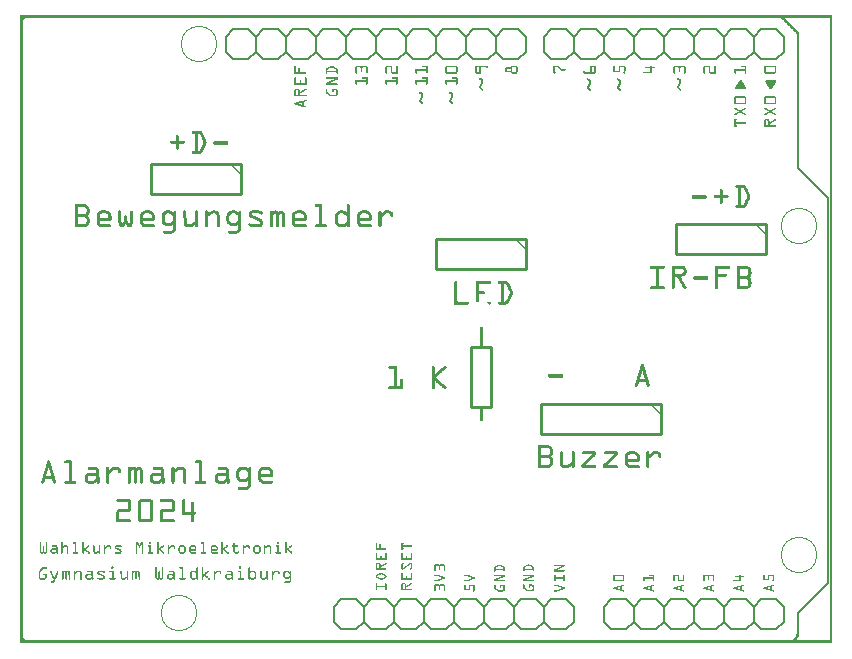
<source format=gto>
G04 MADE WITH FRITZING*
G04 WWW.FRITZING.ORG*
G04 DOUBLE SIDED*
G04 HOLES PLATED*
G04 CONTOUR ON CENTER OF CONTOUR VECTOR*
%ASAXBY*%
%FSLAX23Y23*%
%MOIN*%
%OFA0B0*%
%SFA1.0B1.0*%
%ADD10C,0.121583X0.114639*%
%ADD11C,0.006000*%
%ADD12C,0.010000*%
%ADD13R,0.001000X0.001000*%
%LNSILK1*%
G90*
G70*
G54D10*
X2597Y1389D03*
X2597Y292D03*
X595Y1996D03*
X530Y98D03*
G54D11*
X2271Y146D02*
X2321Y146D01*
D02*
X2321Y146D02*
X2346Y121D01*
D02*
X2346Y121D02*
X2346Y71D01*
D02*
X2346Y71D02*
X2321Y46D01*
D02*
X2346Y121D02*
X2371Y146D01*
D02*
X2371Y146D02*
X2421Y146D01*
D02*
X2421Y146D02*
X2446Y121D01*
D02*
X2446Y121D02*
X2446Y71D01*
D02*
X2446Y71D02*
X2421Y46D01*
D02*
X2421Y46D02*
X2371Y46D01*
D02*
X2371Y46D02*
X2346Y71D01*
D02*
X2146Y121D02*
X2171Y146D01*
D02*
X2171Y146D02*
X2221Y146D01*
D02*
X2221Y146D02*
X2246Y121D01*
D02*
X2246Y121D02*
X2246Y71D01*
D02*
X2246Y71D02*
X2221Y46D01*
D02*
X2221Y46D02*
X2171Y46D01*
D02*
X2171Y46D02*
X2146Y71D01*
D02*
X2271Y146D02*
X2246Y121D01*
D02*
X2246Y71D02*
X2271Y46D01*
D02*
X2321Y46D02*
X2271Y46D01*
D02*
X1971Y146D02*
X2021Y146D01*
D02*
X2021Y146D02*
X2046Y121D01*
D02*
X2046Y121D02*
X2046Y71D01*
D02*
X2046Y71D02*
X2021Y46D01*
D02*
X2046Y121D02*
X2071Y146D01*
D02*
X2071Y146D02*
X2121Y146D01*
D02*
X2121Y146D02*
X2146Y121D01*
D02*
X2146Y121D02*
X2146Y71D01*
D02*
X2146Y71D02*
X2121Y46D01*
D02*
X2121Y46D02*
X2071Y46D01*
D02*
X2071Y46D02*
X2046Y71D01*
D02*
X1946Y121D02*
X1946Y71D01*
D02*
X1971Y146D02*
X1946Y121D01*
D02*
X1946Y71D02*
X1971Y46D01*
D02*
X2021Y46D02*
X1971Y46D01*
D02*
X2471Y146D02*
X2521Y146D01*
D02*
X2521Y146D02*
X2546Y121D01*
D02*
X2546Y121D02*
X2546Y71D01*
D02*
X2546Y71D02*
X2521Y46D01*
D02*
X2471Y146D02*
X2446Y121D01*
D02*
X2446Y71D02*
X2471Y46D01*
D02*
X2521Y46D02*
X2471Y46D01*
D02*
X861Y1946D02*
X811Y1946D01*
D02*
X1061Y1946D02*
X1011Y1946D01*
D02*
X961Y1946D02*
X911Y1946D01*
D02*
X1161Y1946D02*
X1111Y1946D01*
D02*
X1361Y1946D02*
X1311Y1946D01*
D02*
X1261Y1946D02*
X1211Y1946D01*
D02*
X1461Y1946D02*
X1411Y1946D01*
D02*
X1661Y1946D02*
X1611Y1946D01*
D02*
X1561Y1946D02*
X1511Y1946D01*
D02*
X761Y1946D02*
X711Y1946D01*
D02*
X886Y1971D02*
X861Y1946D01*
D02*
X811Y1946D02*
X786Y1971D01*
D02*
X786Y1971D02*
X786Y2021D01*
D02*
X786Y2021D02*
X811Y2046D01*
D02*
X811Y2046D02*
X861Y2046D01*
D02*
X861Y2046D02*
X886Y2021D01*
D02*
X1011Y1946D02*
X986Y1971D01*
D02*
X986Y1971D02*
X986Y2021D01*
D02*
X986Y2021D02*
X1011Y2046D01*
D02*
X986Y1971D02*
X961Y1946D01*
D02*
X911Y1946D02*
X886Y1971D01*
D02*
X886Y1971D02*
X886Y2021D01*
D02*
X886Y2021D02*
X911Y2046D01*
D02*
X911Y2046D02*
X961Y2046D01*
D02*
X961Y2046D02*
X986Y2021D01*
D02*
X1186Y1971D02*
X1161Y1946D01*
D02*
X1111Y1946D02*
X1086Y1971D01*
D02*
X1086Y1971D02*
X1086Y2021D01*
D02*
X1086Y2021D02*
X1111Y2046D01*
D02*
X1111Y2046D02*
X1161Y2046D01*
D02*
X1161Y2046D02*
X1186Y2021D01*
D02*
X1061Y1946D02*
X1086Y1971D01*
D02*
X1086Y2021D02*
X1061Y2046D01*
D02*
X1011Y2046D02*
X1061Y2046D01*
D02*
X1311Y1946D02*
X1286Y1971D01*
D02*
X1286Y1971D02*
X1286Y2021D01*
D02*
X1286Y2021D02*
X1311Y2046D01*
D02*
X1286Y1971D02*
X1261Y1946D01*
D02*
X1211Y1946D02*
X1186Y1971D01*
D02*
X1186Y1971D02*
X1186Y2021D01*
D02*
X1186Y2021D02*
X1211Y2046D01*
D02*
X1211Y2046D02*
X1261Y2046D01*
D02*
X1261Y2046D02*
X1286Y2021D01*
D02*
X1486Y1971D02*
X1461Y1946D01*
D02*
X1411Y1946D02*
X1386Y1971D01*
D02*
X1386Y1971D02*
X1386Y2021D01*
D02*
X1386Y2021D02*
X1411Y2046D01*
D02*
X1411Y2046D02*
X1461Y2046D01*
D02*
X1461Y2046D02*
X1486Y2021D01*
D02*
X1361Y1946D02*
X1386Y1971D01*
D02*
X1386Y2021D02*
X1361Y2046D01*
D02*
X1311Y2046D02*
X1361Y2046D01*
D02*
X1611Y1946D02*
X1586Y1971D01*
D02*
X1586Y1971D02*
X1586Y2021D01*
D02*
X1586Y2021D02*
X1611Y2046D01*
D02*
X1586Y1971D02*
X1561Y1946D01*
D02*
X1511Y1946D02*
X1486Y1971D01*
D02*
X1486Y1971D02*
X1486Y2021D01*
D02*
X1486Y2021D02*
X1511Y2046D01*
D02*
X1511Y2046D02*
X1561Y2046D01*
D02*
X1561Y2046D02*
X1586Y2021D01*
D02*
X1686Y1971D02*
X1686Y2021D01*
D02*
X1661Y1946D02*
X1686Y1971D01*
D02*
X1686Y2021D02*
X1661Y2046D01*
D02*
X1611Y2046D02*
X1661Y2046D01*
D02*
X711Y1946D02*
X686Y1971D01*
D02*
X686Y1971D02*
X686Y2021D01*
D02*
X686Y2021D02*
X711Y2046D01*
D02*
X761Y1946D02*
X786Y1971D01*
D02*
X786Y2021D02*
X761Y2046D01*
D02*
X711Y2046D02*
X761Y2046D01*
D02*
X1921Y1946D02*
X1871Y1946D01*
D02*
X1871Y1946D02*
X1846Y1971D01*
D02*
X1846Y1971D02*
X1846Y2021D01*
D02*
X1846Y2021D02*
X1871Y2046D01*
D02*
X2046Y1971D02*
X2021Y1946D01*
D02*
X2021Y1946D02*
X1971Y1946D01*
D02*
X1971Y1946D02*
X1946Y1971D01*
D02*
X1946Y1971D02*
X1946Y2021D01*
D02*
X1946Y2021D02*
X1971Y2046D01*
D02*
X1971Y2046D02*
X2021Y2046D01*
D02*
X2021Y2046D02*
X2046Y2021D01*
D02*
X1921Y1946D02*
X1946Y1971D01*
D02*
X1946Y2021D02*
X1921Y2046D01*
D02*
X1871Y2046D02*
X1921Y2046D01*
D02*
X2221Y1946D02*
X2171Y1946D01*
D02*
X2171Y1946D02*
X2146Y1971D01*
D02*
X2146Y1971D02*
X2146Y2021D01*
D02*
X2146Y2021D02*
X2171Y2046D01*
D02*
X2146Y1971D02*
X2121Y1946D01*
D02*
X2121Y1946D02*
X2071Y1946D01*
D02*
X2071Y1946D02*
X2046Y1971D01*
D02*
X2046Y1971D02*
X2046Y2021D01*
D02*
X2046Y2021D02*
X2071Y2046D01*
D02*
X2071Y2046D02*
X2121Y2046D01*
D02*
X2121Y2046D02*
X2146Y2021D01*
D02*
X2346Y1971D02*
X2321Y1946D01*
D02*
X2321Y1946D02*
X2271Y1946D01*
D02*
X2271Y1946D02*
X2246Y1971D01*
D02*
X2246Y1971D02*
X2246Y2021D01*
D02*
X2246Y2021D02*
X2271Y2046D01*
D02*
X2271Y2046D02*
X2321Y2046D01*
D02*
X2321Y2046D02*
X2346Y2021D01*
D02*
X2221Y1946D02*
X2246Y1971D01*
D02*
X2246Y2021D02*
X2221Y2046D01*
D02*
X2171Y2046D02*
X2221Y2046D01*
D02*
X2521Y1946D02*
X2471Y1946D01*
D02*
X2471Y1946D02*
X2446Y1971D01*
D02*
X2446Y1971D02*
X2446Y2021D01*
D02*
X2446Y2021D02*
X2471Y2046D01*
D02*
X2446Y1971D02*
X2421Y1946D01*
D02*
X2421Y1946D02*
X2371Y1946D01*
D02*
X2371Y1946D02*
X2346Y1971D01*
D02*
X2346Y1971D02*
X2346Y2021D01*
D02*
X2346Y2021D02*
X2371Y2046D01*
D02*
X2371Y2046D02*
X2421Y2046D01*
D02*
X2421Y2046D02*
X2446Y2021D01*
D02*
X2546Y1971D02*
X2546Y2021D01*
D02*
X2521Y1946D02*
X2546Y1971D01*
D02*
X2546Y2021D02*
X2521Y2046D01*
D02*
X2471Y2046D02*
X2521Y2046D01*
D02*
X1821Y1946D02*
X1771Y1946D01*
D02*
X1771Y1946D02*
X1746Y1971D01*
D02*
X1746Y1971D02*
X1746Y2021D01*
D02*
X1746Y2021D02*
X1771Y2046D01*
D02*
X1821Y1946D02*
X1846Y1971D01*
D02*
X1846Y2021D02*
X1821Y2046D01*
D02*
X1771Y2046D02*
X1821Y2046D01*
D02*
X1671Y146D02*
X1721Y146D01*
D02*
X1721Y146D02*
X1746Y121D01*
D02*
X1746Y121D02*
X1746Y71D01*
D02*
X1746Y71D02*
X1721Y46D01*
D02*
X1546Y121D02*
X1571Y146D01*
D02*
X1571Y146D02*
X1621Y146D01*
D02*
X1621Y146D02*
X1646Y121D01*
D02*
X1646Y121D02*
X1646Y71D01*
D02*
X1646Y71D02*
X1621Y46D01*
D02*
X1621Y46D02*
X1571Y46D01*
D02*
X1571Y46D02*
X1546Y71D01*
D02*
X1671Y146D02*
X1646Y121D01*
D02*
X1646Y71D02*
X1671Y46D01*
D02*
X1721Y46D02*
X1671Y46D01*
D02*
X1371Y146D02*
X1421Y146D01*
D02*
X1421Y146D02*
X1446Y121D01*
D02*
X1446Y121D02*
X1446Y71D01*
D02*
X1446Y71D02*
X1421Y46D01*
D02*
X1446Y121D02*
X1471Y146D01*
D02*
X1471Y146D02*
X1521Y146D01*
D02*
X1521Y146D02*
X1546Y121D01*
D02*
X1546Y121D02*
X1546Y71D01*
D02*
X1546Y71D02*
X1521Y46D01*
D02*
X1521Y46D02*
X1471Y46D01*
D02*
X1471Y46D02*
X1446Y71D01*
D02*
X1246Y121D02*
X1271Y146D01*
D02*
X1271Y146D02*
X1321Y146D01*
D02*
X1321Y146D02*
X1346Y121D01*
D02*
X1346Y121D02*
X1346Y71D01*
D02*
X1346Y71D02*
X1321Y46D01*
D02*
X1321Y46D02*
X1271Y46D01*
D02*
X1271Y46D02*
X1246Y71D01*
D02*
X1371Y146D02*
X1346Y121D01*
D02*
X1346Y71D02*
X1371Y46D01*
D02*
X1421Y46D02*
X1371Y46D01*
D02*
X1071Y146D02*
X1121Y146D01*
D02*
X1121Y146D02*
X1146Y121D01*
D02*
X1146Y121D02*
X1146Y71D01*
D02*
X1146Y71D02*
X1121Y46D01*
D02*
X1146Y121D02*
X1171Y146D01*
D02*
X1171Y146D02*
X1221Y146D01*
D02*
X1221Y146D02*
X1246Y121D01*
D02*
X1246Y121D02*
X1246Y71D01*
D02*
X1246Y71D02*
X1221Y46D01*
D02*
X1221Y46D02*
X1171Y46D01*
D02*
X1171Y46D02*
X1146Y71D01*
D02*
X1046Y121D02*
X1046Y71D01*
D02*
X1071Y146D02*
X1046Y121D01*
D02*
X1046Y71D02*
X1071Y46D01*
D02*
X1121Y46D02*
X1071Y46D01*
D02*
X1771Y146D02*
X1821Y146D01*
D02*
X1821Y146D02*
X1846Y121D01*
D02*
X1846Y121D02*
X1846Y71D01*
D02*
X1846Y71D02*
X1821Y46D01*
D02*
X1771Y146D02*
X1746Y121D01*
D02*
X1746Y71D02*
X1771Y46D01*
D02*
X1821Y46D02*
X1771Y46D01*
G54D12*
D02*
X2486Y1396D02*
X2186Y1396D01*
D02*
X2186Y1396D02*
X2186Y1296D01*
D02*
X2186Y1296D02*
X2486Y1296D01*
D02*
X2486Y1296D02*
X2486Y1396D01*
D02*
X736Y1596D02*
X436Y1596D01*
D02*
X436Y1596D02*
X436Y1496D01*
D02*
X436Y1496D02*
X736Y1496D01*
D02*
X736Y1496D02*
X736Y1596D01*
D02*
X2136Y796D02*
X1736Y796D01*
D02*
X1736Y796D02*
X1736Y696D01*
D02*
X1736Y696D02*
X2136Y696D01*
D02*
X2136Y696D02*
X2136Y796D01*
D02*
X1686Y1346D02*
X1386Y1346D01*
D02*
X1386Y1346D02*
X1386Y1246D01*
D02*
X1386Y1246D02*
X1686Y1246D01*
D02*
X1686Y1246D02*
X1686Y1346D01*
D02*
X1569Y986D02*
X1569Y786D01*
D02*
X1569Y786D02*
X1503Y786D01*
D02*
X1503Y786D02*
X1503Y986D01*
D02*
X1503Y986D02*
X1569Y986D01*
G54D13*
X1Y2091D02*
X2706Y2091D01*
X1Y2090D02*
X2706Y2090D01*
X1Y2089D02*
X2706Y2089D01*
X1Y2088D02*
X2706Y2088D01*
X1Y2087D02*
X2706Y2087D01*
X1Y2086D02*
X2706Y2086D01*
X1Y2085D02*
X2706Y2085D01*
X1Y2084D02*
X2706Y2084D01*
X1Y2083D02*
X18Y2083D01*
X2536Y2083D02*
X2546Y2083D01*
X2699Y2083D02*
X2706Y2083D01*
X1Y2082D02*
X16Y2082D01*
X2537Y2082D02*
X2547Y2082D01*
X2699Y2082D02*
X2706Y2082D01*
X1Y2081D02*
X15Y2081D01*
X2538Y2081D02*
X2548Y2081D01*
X2699Y2081D02*
X2706Y2081D01*
X1Y2080D02*
X14Y2080D01*
X2539Y2080D02*
X2549Y2080D01*
X2699Y2080D02*
X2706Y2080D01*
X1Y2079D02*
X13Y2079D01*
X2540Y2079D02*
X2550Y2079D01*
X2699Y2079D02*
X2706Y2079D01*
X1Y2078D02*
X12Y2078D01*
X2541Y2078D02*
X2551Y2078D01*
X2699Y2078D02*
X2706Y2078D01*
X1Y2077D02*
X11Y2077D01*
X2542Y2077D02*
X2552Y2077D01*
X2699Y2077D02*
X2706Y2077D01*
X1Y2076D02*
X10Y2076D01*
X2543Y2076D02*
X2553Y2076D01*
X2699Y2076D02*
X2706Y2076D01*
X1Y2075D02*
X9Y2075D01*
X2544Y2075D02*
X2554Y2075D01*
X2699Y2075D02*
X2706Y2075D01*
X1Y2074D02*
X8Y2074D01*
X2545Y2074D02*
X2555Y2074D01*
X2699Y2074D02*
X2706Y2074D01*
X1Y2073D02*
X8Y2073D01*
X2546Y2073D02*
X2556Y2073D01*
X2699Y2073D02*
X2706Y2073D01*
X1Y2072D02*
X8Y2072D01*
X2547Y2072D02*
X2557Y2072D01*
X2699Y2072D02*
X2706Y2072D01*
X1Y2071D02*
X8Y2071D01*
X2548Y2071D02*
X2558Y2071D01*
X2699Y2071D02*
X2706Y2071D01*
X1Y2070D02*
X8Y2070D01*
X2549Y2070D02*
X2559Y2070D01*
X2699Y2070D02*
X2706Y2070D01*
X1Y2069D02*
X8Y2069D01*
X2550Y2069D02*
X2560Y2069D01*
X2699Y2069D02*
X2706Y2069D01*
X1Y2068D02*
X8Y2068D01*
X2551Y2068D02*
X2561Y2068D01*
X2699Y2068D02*
X2706Y2068D01*
X1Y2067D02*
X8Y2067D01*
X2552Y2067D02*
X2562Y2067D01*
X2699Y2067D02*
X2706Y2067D01*
X1Y2066D02*
X8Y2066D01*
X2553Y2066D02*
X2563Y2066D01*
X2699Y2066D02*
X2706Y2066D01*
X1Y2065D02*
X8Y2065D01*
X2554Y2065D02*
X2564Y2065D01*
X2699Y2065D02*
X2706Y2065D01*
X1Y2064D02*
X8Y2064D01*
X2555Y2064D02*
X2565Y2064D01*
X2699Y2064D02*
X2706Y2064D01*
X1Y2063D02*
X8Y2063D01*
X2556Y2063D02*
X2566Y2063D01*
X2699Y2063D02*
X2706Y2063D01*
X1Y2062D02*
X8Y2062D01*
X2557Y2062D02*
X2567Y2062D01*
X2699Y2062D02*
X2706Y2062D01*
X1Y2061D02*
X8Y2061D01*
X2558Y2061D02*
X2568Y2061D01*
X2699Y2061D02*
X2706Y2061D01*
X1Y2060D02*
X8Y2060D01*
X2559Y2060D02*
X2569Y2060D01*
X2699Y2060D02*
X2706Y2060D01*
X1Y2059D02*
X8Y2059D01*
X2560Y2059D02*
X2570Y2059D01*
X2699Y2059D02*
X2706Y2059D01*
X1Y2058D02*
X8Y2058D01*
X2561Y2058D02*
X2571Y2058D01*
X2699Y2058D02*
X2706Y2058D01*
X1Y2057D02*
X8Y2057D01*
X2562Y2057D02*
X2572Y2057D01*
X2699Y2057D02*
X2706Y2057D01*
X1Y2056D02*
X8Y2056D01*
X2563Y2056D02*
X2573Y2056D01*
X2699Y2056D02*
X2706Y2056D01*
X1Y2055D02*
X8Y2055D01*
X2564Y2055D02*
X2574Y2055D01*
X2699Y2055D02*
X2706Y2055D01*
X1Y2054D02*
X8Y2054D01*
X2565Y2054D02*
X2575Y2054D01*
X2699Y2054D02*
X2706Y2054D01*
X1Y2053D02*
X8Y2053D01*
X2566Y2053D02*
X2576Y2053D01*
X2699Y2053D02*
X2706Y2053D01*
X1Y2052D02*
X8Y2052D01*
X2567Y2052D02*
X2577Y2052D01*
X2699Y2052D02*
X2706Y2052D01*
X1Y2051D02*
X8Y2051D01*
X2568Y2051D02*
X2578Y2051D01*
X2699Y2051D02*
X2706Y2051D01*
X1Y2050D02*
X8Y2050D01*
X2569Y2050D02*
X2579Y2050D01*
X2699Y2050D02*
X2706Y2050D01*
X1Y2049D02*
X8Y2049D01*
X2570Y2049D02*
X2580Y2049D01*
X2699Y2049D02*
X2706Y2049D01*
X1Y2048D02*
X8Y2048D01*
X2571Y2048D02*
X2581Y2048D01*
X2699Y2048D02*
X2706Y2048D01*
X1Y2047D02*
X8Y2047D01*
X2572Y2047D02*
X2582Y2047D01*
X2699Y2047D02*
X2706Y2047D01*
X1Y2046D02*
X8Y2046D01*
X2573Y2046D02*
X2583Y2046D01*
X2699Y2046D02*
X2706Y2046D01*
X1Y2045D02*
X8Y2045D01*
X2574Y2045D02*
X2584Y2045D01*
X2699Y2045D02*
X2706Y2045D01*
X1Y2044D02*
X8Y2044D01*
X2575Y2044D02*
X2585Y2044D01*
X2699Y2044D02*
X2706Y2044D01*
X1Y2043D02*
X8Y2043D01*
X2576Y2043D02*
X2586Y2043D01*
X2699Y2043D02*
X2706Y2043D01*
X1Y2042D02*
X8Y2042D01*
X2577Y2042D02*
X2587Y2042D01*
X2699Y2042D02*
X2706Y2042D01*
X1Y2041D02*
X8Y2041D01*
X2578Y2041D02*
X2588Y2041D01*
X2699Y2041D02*
X2706Y2041D01*
X1Y2040D02*
X8Y2040D01*
X2579Y2040D02*
X2589Y2040D01*
X2699Y2040D02*
X2706Y2040D01*
X1Y2039D02*
X8Y2039D01*
X2580Y2039D02*
X2590Y2039D01*
X2699Y2039D02*
X2706Y2039D01*
X1Y2038D02*
X8Y2038D01*
X2581Y2038D02*
X2591Y2038D01*
X2699Y2038D02*
X2706Y2038D01*
X1Y2037D02*
X8Y2037D01*
X2582Y2037D02*
X2592Y2037D01*
X2699Y2037D02*
X2706Y2037D01*
X1Y2036D02*
X8Y2036D01*
X2583Y2036D02*
X2593Y2036D01*
X2699Y2036D02*
X2706Y2036D01*
X1Y2035D02*
X8Y2035D01*
X2584Y2035D02*
X2594Y2035D01*
X2699Y2035D02*
X2706Y2035D01*
X1Y2034D02*
X8Y2034D01*
X2585Y2034D02*
X2595Y2034D01*
X2699Y2034D02*
X2706Y2034D01*
X1Y2033D02*
X8Y2033D01*
X2586Y2033D02*
X2596Y2033D01*
X2699Y2033D02*
X2706Y2033D01*
X1Y2032D02*
X8Y2032D01*
X2587Y2032D02*
X2596Y2032D01*
X2699Y2032D02*
X2706Y2032D01*
X1Y2031D02*
X8Y2031D01*
X2588Y2031D02*
X2596Y2031D01*
X2699Y2031D02*
X2706Y2031D01*
X1Y2030D02*
X8Y2030D01*
X2589Y2030D02*
X2596Y2030D01*
X2699Y2030D02*
X2706Y2030D01*
X1Y2029D02*
X8Y2029D01*
X2589Y2029D02*
X2596Y2029D01*
X2699Y2029D02*
X2706Y2029D01*
X1Y2028D02*
X8Y2028D01*
X2589Y2028D02*
X2596Y2028D01*
X2699Y2028D02*
X2706Y2028D01*
X1Y2027D02*
X8Y2027D01*
X2589Y2027D02*
X2596Y2027D01*
X2699Y2027D02*
X2706Y2027D01*
X1Y2026D02*
X8Y2026D01*
X2589Y2026D02*
X2596Y2026D01*
X2699Y2026D02*
X2706Y2026D01*
X1Y2025D02*
X8Y2025D01*
X2589Y2025D02*
X2596Y2025D01*
X2699Y2025D02*
X2706Y2025D01*
X1Y2024D02*
X8Y2024D01*
X2589Y2024D02*
X2596Y2024D01*
X2699Y2024D02*
X2706Y2024D01*
X1Y2023D02*
X8Y2023D01*
X2589Y2023D02*
X2596Y2023D01*
X2699Y2023D02*
X2706Y2023D01*
X1Y2022D02*
X8Y2022D01*
X2589Y2022D02*
X2596Y2022D01*
X2699Y2022D02*
X2706Y2022D01*
X1Y2021D02*
X8Y2021D01*
X2589Y2021D02*
X2596Y2021D01*
X2699Y2021D02*
X2706Y2021D01*
X1Y2020D02*
X8Y2020D01*
X2589Y2020D02*
X2596Y2020D01*
X2699Y2020D02*
X2706Y2020D01*
X1Y2019D02*
X8Y2019D01*
X2589Y2019D02*
X2596Y2019D01*
X2699Y2019D02*
X2706Y2019D01*
X1Y2018D02*
X8Y2018D01*
X2589Y2018D02*
X2596Y2018D01*
X2699Y2018D02*
X2706Y2018D01*
X1Y2017D02*
X8Y2017D01*
X2589Y2017D02*
X2596Y2017D01*
X2699Y2017D02*
X2706Y2017D01*
X1Y2016D02*
X8Y2016D01*
X2589Y2016D02*
X2596Y2016D01*
X2699Y2016D02*
X2706Y2016D01*
X1Y2015D02*
X8Y2015D01*
X2589Y2015D02*
X2596Y2015D01*
X2699Y2015D02*
X2706Y2015D01*
X1Y2014D02*
X8Y2014D01*
X2589Y2014D02*
X2596Y2014D01*
X2699Y2014D02*
X2706Y2014D01*
X1Y2013D02*
X8Y2013D01*
X2589Y2013D02*
X2596Y2013D01*
X2699Y2013D02*
X2706Y2013D01*
X1Y2012D02*
X8Y2012D01*
X2589Y2012D02*
X2596Y2012D01*
X2699Y2012D02*
X2706Y2012D01*
X1Y2011D02*
X8Y2011D01*
X2589Y2011D02*
X2596Y2011D01*
X2699Y2011D02*
X2706Y2011D01*
X1Y2010D02*
X8Y2010D01*
X2589Y2010D02*
X2596Y2010D01*
X2699Y2010D02*
X2706Y2010D01*
X1Y2009D02*
X8Y2009D01*
X2589Y2009D02*
X2596Y2009D01*
X2699Y2009D02*
X2706Y2009D01*
X1Y2008D02*
X8Y2008D01*
X2589Y2008D02*
X2596Y2008D01*
X2699Y2008D02*
X2706Y2008D01*
X1Y2007D02*
X8Y2007D01*
X2589Y2007D02*
X2596Y2007D01*
X2699Y2007D02*
X2706Y2007D01*
X1Y2006D02*
X8Y2006D01*
X2589Y2006D02*
X2596Y2006D01*
X2699Y2006D02*
X2706Y2006D01*
X1Y2005D02*
X8Y2005D01*
X2589Y2005D02*
X2596Y2005D01*
X2699Y2005D02*
X2706Y2005D01*
X1Y2004D02*
X8Y2004D01*
X2589Y2004D02*
X2596Y2004D01*
X2699Y2004D02*
X2706Y2004D01*
X1Y2003D02*
X8Y2003D01*
X2589Y2003D02*
X2596Y2003D01*
X2699Y2003D02*
X2706Y2003D01*
X1Y2002D02*
X8Y2002D01*
X2589Y2002D02*
X2596Y2002D01*
X2699Y2002D02*
X2706Y2002D01*
X1Y2001D02*
X8Y2001D01*
X2589Y2001D02*
X2596Y2001D01*
X2699Y2001D02*
X2706Y2001D01*
X1Y2000D02*
X8Y2000D01*
X2589Y2000D02*
X2596Y2000D01*
X2699Y2000D02*
X2706Y2000D01*
X1Y1999D02*
X8Y1999D01*
X2589Y1999D02*
X2596Y1999D01*
X2699Y1999D02*
X2706Y1999D01*
X1Y1998D02*
X8Y1998D01*
X2589Y1998D02*
X2596Y1998D01*
X2699Y1998D02*
X2706Y1998D01*
X1Y1997D02*
X8Y1997D01*
X2589Y1997D02*
X2596Y1997D01*
X2699Y1997D02*
X2706Y1997D01*
X1Y1996D02*
X8Y1996D01*
X2589Y1996D02*
X2596Y1996D01*
X2699Y1996D02*
X2706Y1996D01*
X1Y1995D02*
X8Y1995D01*
X2589Y1995D02*
X2596Y1995D01*
X2699Y1995D02*
X2706Y1995D01*
X1Y1994D02*
X8Y1994D01*
X2589Y1994D02*
X2596Y1994D01*
X2699Y1994D02*
X2706Y1994D01*
X1Y1993D02*
X8Y1993D01*
X2589Y1993D02*
X2596Y1993D01*
X2699Y1993D02*
X2706Y1993D01*
X1Y1992D02*
X8Y1992D01*
X2589Y1992D02*
X2596Y1992D01*
X2699Y1992D02*
X2706Y1992D01*
X1Y1991D02*
X8Y1991D01*
X2589Y1991D02*
X2596Y1991D01*
X2699Y1991D02*
X2706Y1991D01*
X1Y1990D02*
X8Y1990D01*
X2589Y1990D02*
X2596Y1990D01*
X2699Y1990D02*
X2706Y1990D01*
X1Y1989D02*
X8Y1989D01*
X2589Y1989D02*
X2596Y1989D01*
X2699Y1989D02*
X2706Y1989D01*
X1Y1988D02*
X8Y1988D01*
X2589Y1988D02*
X2596Y1988D01*
X2699Y1988D02*
X2706Y1988D01*
X1Y1987D02*
X8Y1987D01*
X2589Y1987D02*
X2596Y1987D01*
X2699Y1987D02*
X2706Y1987D01*
X1Y1986D02*
X8Y1986D01*
X2589Y1986D02*
X2596Y1986D01*
X2699Y1986D02*
X2706Y1986D01*
X1Y1985D02*
X8Y1985D01*
X2589Y1985D02*
X2596Y1985D01*
X2699Y1985D02*
X2706Y1985D01*
X1Y1984D02*
X8Y1984D01*
X2589Y1984D02*
X2596Y1984D01*
X2699Y1984D02*
X2706Y1984D01*
X1Y1983D02*
X8Y1983D01*
X2589Y1983D02*
X2596Y1983D01*
X2699Y1983D02*
X2706Y1983D01*
X1Y1982D02*
X8Y1982D01*
X2589Y1982D02*
X2596Y1982D01*
X2699Y1982D02*
X2706Y1982D01*
X1Y1981D02*
X8Y1981D01*
X2589Y1981D02*
X2596Y1981D01*
X2699Y1981D02*
X2706Y1981D01*
X1Y1980D02*
X8Y1980D01*
X2589Y1980D02*
X2596Y1980D01*
X2699Y1980D02*
X2706Y1980D01*
X1Y1979D02*
X8Y1979D01*
X2589Y1979D02*
X2596Y1979D01*
X2699Y1979D02*
X2706Y1979D01*
X1Y1978D02*
X8Y1978D01*
X2589Y1978D02*
X2596Y1978D01*
X2699Y1978D02*
X2706Y1978D01*
X1Y1977D02*
X8Y1977D01*
X2589Y1977D02*
X2596Y1977D01*
X2699Y1977D02*
X2706Y1977D01*
X1Y1976D02*
X8Y1976D01*
X2589Y1976D02*
X2596Y1976D01*
X2699Y1976D02*
X2706Y1976D01*
X1Y1975D02*
X8Y1975D01*
X2589Y1975D02*
X2596Y1975D01*
X2699Y1975D02*
X2706Y1975D01*
X1Y1974D02*
X8Y1974D01*
X2589Y1974D02*
X2596Y1974D01*
X2699Y1974D02*
X2706Y1974D01*
X1Y1973D02*
X8Y1973D01*
X2589Y1973D02*
X2596Y1973D01*
X2699Y1973D02*
X2706Y1973D01*
X1Y1972D02*
X8Y1972D01*
X2589Y1972D02*
X2596Y1972D01*
X2699Y1972D02*
X2706Y1972D01*
X1Y1971D02*
X8Y1971D01*
X2589Y1971D02*
X2596Y1971D01*
X2699Y1971D02*
X2706Y1971D01*
X1Y1970D02*
X8Y1970D01*
X2589Y1970D02*
X2596Y1970D01*
X2699Y1970D02*
X2706Y1970D01*
X1Y1969D02*
X8Y1969D01*
X2589Y1969D02*
X2596Y1969D01*
X2699Y1969D02*
X2706Y1969D01*
X1Y1968D02*
X8Y1968D01*
X2589Y1968D02*
X2596Y1968D01*
X2699Y1968D02*
X2706Y1968D01*
X1Y1967D02*
X8Y1967D01*
X2589Y1967D02*
X2596Y1967D01*
X2699Y1967D02*
X2706Y1967D01*
X1Y1966D02*
X8Y1966D01*
X2589Y1966D02*
X2596Y1966D01*
X2699Y1966D02*
X2706Y1966D01*
X1Y1965D02*
X8Y1965D01*
X2589Y1965D02*
X2596Y1965D01*
X2699Y1965D02*
X2706Y1965D01*
X1Y1964D02*
X8Y1964D01*
X2589Y1964D02*
X2596Y1964D01*
X2699Y1964D02*
X2706Y1964D01*
X1Y1963D02*
X8Y1963D01*
X2589Y1963D02*
X2596Y1963D01*
X2699Y1963D02*
X2706Y1963D01*
X1Y1962D02*
X8Y1962D01*
X2589Y1962D02*
X2596Y1962D01*
X2699Y1962D02*
X2706Y1962D01*
X1Y1961D02*
X8Y1961D01*
X2589Y1961D02*
X2596Y1961D01*
X2699Y1961D02*
X2706Y1961D01*
X1Y1960D02*
X8Y1960D01*
X2589Y1960D02*
X2596Y1960D01*
X2699Y1960D02*
X2706Y1960D01*
X1Y1959D02*
X8Y1959D01*
X2589Y1959D02*
X2596Y1959D01*
X2699Y1959D02*
X2706Y1959D01*
X1Y1958D02*
X8Y1958D01*
X2589Y1958D02*
X2596Y1958D01*
X2699Y1958D02*
X2706Y1958D01*
X1Y1957D02*
X8Y1957D01*
X2589Y1957D02*
X2596Y1957D01*
X2699Y1957D02*
X2706Y1957D01*
X1Y1956D02*
X8Y1956D01*
X2589Y1956D02*
X2596Y1956D01*
X2699Y1956D02*
X2706Y1956D01*
X1Y1955D02*
X8Y1955D01*
X2589Y1955D02*
X2596Y1955D01*
X2699Y1955D02*
X2706Y1955D01*
X1Y1954D02*
X8Y1954D01*
X2589Y1954D02*
X2596Y1954D01*
X2699Y1954D02*
X2706Y1954D01*
X1Y1953D02*
X8Y1953D01*
X2589Y1953D02*
X2596Y1953D01*
X2699Y1953D02*
X2706Y1953D01*
X1Y1952D02*
X8Y1952D01*
X2589Y1952D02*
X2596Y1952D01*
X2699Y1952D02*
X2706Y1952D01*
X1Y1951D02*
X8Y1951D01*
X2589Y1951D02*
X2596Y1951D01*
X2699Y1951D02*
X2706Y1951D01*
X1Y1950D02*
X8Y1950D01*
X2589Y1950D02*
X2596Y1950D01*
X2699Y1950D02*
X2706Y1950D01*
X1Y1949D02*
X8Y1949D01*
X2589Y1949D02*
X2596Y1949D01*
X2699Y1949D02*
X2706Y1949D01*
X1Y1948D02*
X8Y1948D01*
X2589Y1948D02*
X2596Y1948D01*
X2699Y1948D02*
X2706Y1948D01*
X1Y1947D02*
X8Y1947D01*
X2589Y1947D02*
X2596Y1947D01*
X2699Y1947D02*
X2706Y1947D01*
X1Y1946D02*
X8Y1946D01*
X2589Y1946D02*
X2596Y1946D01*
X2699Y1946D02*
X2706Y1946D01*
X1Y1945D02*
X8Y1945D01*
X2589Y1945D02*
X2596Y1945D01*
X2699Y1945D02*
X2706Y1945D01*
X1Y1944D02*
X8Y1944D01*
X2589Y1944D02*
X2596Y1944D01*
X2699Y1944D02*
X2706Y1944D01*
X1Y1943D02*
X8Y1943D01*
X2589Y1943D02*
X2596Y1943D01*
X2699Y1943D02*
X2706Y1943D01*
X1Y1942D02*
X8Y1942D01*
X2589Y1942D02*
X2596Y1942D01*
X2699Y1942D02*
X2706Y1942D01*
X1Y1941D02*
X8Y1941D01*
X2589Y1941D02*
X2596Y1941D01*
X2699Y1941D02*
X2706Y1941D01*
X1Y1940D02*
X8Y1940D01*
X2589Y1940D02*
X2596Y1940D01*
X2699Y1940D02*
X2706Y1940D01*
X1Y1939D02*
X8Y1939D01*
X2589Y1939D02*
X2596Y1939D01*
X2699Y1939D02*
X2706Y1939D01*
X1Y1938D02*
X8Y1938D01*
X2589Y1938D02*
X2596Y1938D01*
X2699Y1938D02*
X2706Y1938D01*
X1Y1937D02*
X8Y1937D01*
X2589Y1937D02*
X2596Y1937D01*
X2699Y1937D02*
X2706Y1937D01*
X1Y1936D02*
X8Y1936D01*
X2589Y1936D02*
X2596Y1936D01*
X2699Y1936D02*
X2706Y1936D01*
X1Y1935D02*
X8Y1935D01*
X2589Y1935D02*
X2596Y1935D01*
X2699Y1935D02*
X2706Y1935D01*
X1Y1934D02*
X8Y1934D01*
X2589Y1934D02*
X2596Y1934D01*
X2699Y1934D02*
X2706Y1934D01*
X1Y1933D02*
X8Y1933D01*
X2589Y1933D02*
X2596Y1933D01*
X2699Y1933D02*
X2706Y1933D01*
X1Y1932D02*
X8Y1932D01*
X2589Y1932D02*
X2596Y1932D01*
X2699Y1932D02*
X2706Y1932D01*
X1Y1931D02*
X8Y1931D01*
X2589Y1931D02*
X2596Y1931D01*
X2699Y1931D02*
X2706Y1931D01*
X1Y1930D02*
X8Y1930D01*
X2589Y1930D02*
X2596Y1930D01*
X2699Y1930D02*
X2706Y1930D01*
X1Y1929D02*
X8Y1929D01*
X2589Y1929D02*
X2596Y1929D01*
X2699Y1929D02*
X2706Y1929D01*
X1Y1928D02*
X8Y1928D01*
X2589Y1928D02*
X2596Y1928D01*
X2699Y1928D02*
X2706Y1928D01*
X1Y1927D02*
X8Y1927D01*
X2589Y1927D02*
X2596Y1927D01*
X2699Y1927D02*
X2706Y1927D01*
X1Y1926D02*
X8Y1926D01*
X2589Y1926D02*
X2596Y1926D01*
X2699Y1926D02*
X2706Y1926D01*
X1Y1925D02*
X8Y1925D01*
X2589Y1925D02*
X2596Y1925D01*
X2699Y1925D02*
X2706Y1925D01*
X1Y1924D02*
X8Y1924D01*
X2589Y1924D02*
X2596Y1924D01*
X2699Y1924D02*
X2706Y1924D01*
X1Y1923D02*
X8Y1923D01*
X1121Y1923D02*
X1135Y1923D01*
X1141Y1923D02*
X1154Y1923D01*
X1221Y1923D02*
X1237Y1923D01*
X1255Y1923D02*
X1256Y1923D01*
X1341Y1923D02*
X1356Y1923D01*
X1421Y1923D02*
X1454Y1923D01*
X1519Y1923D02*
X1556Y1923D01*
X1639Y1923D02*
X1654Y1923D01*
X1778Y1923D02*
X1794Y1923D01*
X1901Y1923D02*
X1916Y1923D01*
X1979Y1923D02*
X1981Y1923D01*
X1999Y1923D02*
X2014Y1923D01*
X2181Y1923D02*
X2195Y1923D01*
X2201Y1923D02*
X2214Y1923D01*
X2281Y1923D02*
X2297Y1923D01*
X2315Y1923D02*
X2316Y1923D01*
X2404Y1923D02*
X2419Y1923D01*
X2484Y1923D02*
X2517Y1923D01*
X2589Y1923D02*
X2596Y1923D01*
X2699Y1923D02*
X2706Y1923D01*
X1Y1922D02*
X8Y1922D01*
X915Y1922D02*
X918Y1922D01*
X1036Y1922D02*
X1042Y1922D01*
X1120Y1922D02*
X1137Y1922D01*
X1139Y1922D02*
X1156Y1922D01*
X1220Y1922D02*
X1238Y1922D01*
X1254Y1922D02*
X1257Y1922D01*
X1340Y1922D02*
X1357Y1922D01*
X1420Y1922D02*
X1456Y1922D01*
X1518Y1922D02*
X1557Y1922D01*
X1638Y1922D02*
X1656Y1922D01*
X1778Y1922D02*
X1795Y1922D01*
X1900Y1922D02*
X1917Y1922D01*
X1978Y1922D02*
X1982Y1922D01*
X1998Y1922D02*
X2016Y1922D01*
X2102Y1922D02*
X2102Y1922D01*
X2180Y1922D02*
X2196Y1922D01*
X2199Y1922D02*
X2216Y1922D01*
X2280Y1922D02*
X2298Y1922D01*
X2314Y1922D02*
X2317Y1922D01*
X2403Y1922D02*
X2420Y1922D01*
X2482Y1922D02*
X2518Y1922D01*
X2589Y1922D02*
X2596Y1922D01*
X2699Y1922D02*
X2706Y1922D01*
X1Y1921D02*
X8Y1921D01*
X914Y1921D02*
X918Y1921D01*
X1033Y1921D02*
X1044Y1921D01*
X1119Y1921D02*
X1157Y1921D01*
X1219Y1921D02*
X1239Y1921D01*
X1253Y1921D02*
X1258Y1921D01*
X1340Y1921D02*
X1358Y1921D01*
X1419Y1921D02*
X1457Y1921D01*
X1518Y1921D02*
X1558Y1921D01*
X1637Y1921D02*
X1657Y1921D01*
X1778Y1921D02*
X1796Y1921D01*
X1900Y1921D02*
X1918Y1921D01*
X1978Y1921D02*
X1982Y1921D01*
X1997Y1921D02*
X2017Y1921D01*
X2101Y1921D02*
X2104Y1921D01*
X2179Y1921D02*
X2217Y1921D01*
X2279Y1921D02*
X2299Y1921D01*
X2313Y1921D02*
X2318Y1921D01*
X2403Y1921D02*
X2420Y1921D01*
X2481Y1921D02*
X2519Y1921D01*
X2589Y1921D02*
X2596Y1921D01*
X2699Y1921D02*
X2706Y1921D01*
X1Y1920D02*
X8Y1920D01*
X914Y1920D02*
X918Y1920D01*
X1031Y1920D02*
X1046Y1920D01*
X1118Y1920D02*
X1157Y1920D01*
X1218Y1920D02*
X1240Y1920D01*
X1253Y1920D02*
X1258Y1920D01*
X1340Y1920D02*
X1358Y1920D01*
X1418Y1920D02*
X1457Y1920D01*
X1518Y1920D02*
X1558Y1920D01*
X1636Y1920D02*
X1657Y1920D01*
X1778Y1920D02*
X1797Y1920D01*
X1900Y1920D02*
X1918Y1920D01*
X1978Y1920D02*
X1982Y1920D01*
X1996Y1920D02*
X2017Y1920D01*
X2100Y1920D02*
X2104Y1920D01*
X2178Y1920D02*
X2217Y1920D01*
X2278Y1920D02*
X2299Y1920D01*
X2313Y1920D02*
X2318Y1920D01*
X2403Y1920D02*
X2420Y1920D01*
X2481Y1920D02*
X2520Y1920D01*
X2589Y1920D02*
X2596Y1920D01*
X2699Y1920D02*
X2706Y1920D01*
X1Y1919D02*
X8Y1919D01*
X914Y1919D02*
X918Y1919D01*
X1029Y1919D02*
X1048Y1919D01*
X1118Y1919D02*
X1158Y1919D01*
X1218Y1919D02*
X1240Y1919D01*
X1253Y1919D02*
X1258Y1919D01*
X1341Y1919D02*
X1358Y1919D01*
X1418Y1919D02*
X1457Y1919D01*
X1518Y1919D02*
X1558Y1919D01*
X1636Y1919D02*
X1657Y1919D01*
X1778Y1919D02*
X1798Y1919D01*
X1900Y1919D02*
X1918Y1919D01*
X1978Y1919D02*
X1982Y1919D01*
X1996Y1919D02*
X2017Y1919D01*
X2084Y1919D02*
X2116Y1919D01*
X2178Y1919D02*
X2217Y1919D01*
X2278Y1919D02*
X2300Y1919D01*
X2313Y1919D02*
X2318Y1919D01*
X2403Y1919D02*
X2420Y1919D01*
X2481Y1919D02*
X2520Y1919D01*
X2589Y1919D02*
X2596Y1919D01*
X2699Y1919D02*
X2706Y1919D01*
X1Y1918D02*
X8Y1918D01*
X914Y1918D02*
X918Y1918D01*
X1027Y1918D02*
X1050Y1918D01*
X1118Y1918D02*
X1123Y1918D01*
X1134Y1918D02*
X1142Y1918D01*
X1153Y1918D02*
X1158Y1918D01*
X1218Y1918D02*
X1223Y1918D01*
X1236Y1918D02*
X1240Y1918D01*
X1253Y1918D02*
X1258Y1918D01*
X1353Y1918D02*
X1358Y1918D01*
X1418Y1918D02*
X1422Y1918D01*
X1453Y1918D02*
X1458Y1918D01*
X1518Y1918D02*
X1523Y1918D01*
X1531Y1918D02*
X1536Y1918D01*
X1553Y1918D02*
X1558Y1918D01*
X1620Y1918D02*
X1640Y1918D01*
X1653Y1918D02*
X1658Y1918D01*
X1778Y1918D02*
X1783Y1918D01*
X1793Y1918D02*
X1799Y1918D01*
X1900Y1918D02*
X1905Y1918D01*
X1913Y1918D02*
X1918Y1918D01*
X1978Y1918D02*
X1982Y1918D01*
X1996Y1918D02*
X2000Y1918D01*
X2013Y1918D02*
X2018Y1918D01*
X2083Y1918D02*
X2117Y1918D01*
X2178Y1918D02*
X2183Y1918D01*
X2194Y1918D02*
X2202Y1918D01*
X2213Y1918D02*
X2218Y1918D01*
X2278Y1918D02*
X2283Y1918D01*
X2295Y1918D02*
X2300Y1918D01*
X2313Y1918D02*
X2318Y1918D01*
X2416Y1918D02*
X2420Y1918D01*
X2480Y1918D02*
X2485Y1918D01*
X2516Y1918D02*
X2520Y1918D01*
X2589Y1918D02*
X2596Y1918D01*
X2699Y1918D02*
X2706Y1918D01*
X1Y1917D02*
X8Y1917D01*
X914Y1917D02*
X918Y1917D01*
X928Y1917D02*
X931Y1917D01*
X1025Y1917D02*
X1036Y1917D01*
X1041Y1917D02*
X1052Y1917D01*
X1118Y1917D02*
X1122Y1917D01*
X1135Y1917D02*
X1141Y1917D01*
X1153Y1917D02*
X1158Y1917D01*
X1218Y1917D02*
X1222Y1917D01*
X1236Y1917D02*
X1240Y1917D01*
X1253Y1917D02*
X1258Y1917D01*
X1353Y1917D02*
X1358Y1917D01*
X1418Y1917D02*
X1422Y1917D01*
X1453Y1917D02*
X1458Y1917D01*
X1518Y1917D02*
X1522Y1917D01*
X1531Y1917D02*
X1536Y1917D01*
X1554Y1917D02*
X1557Y1917D01*
X1618Y1917D02*
X1640Y1917D01*
X1653Y1917D02*
X1658Y1917D01*
X1778Y1917D02*
X1782Y1917D01*
X1794Y1917D02*
X1800Y1917D01*
X1900Y1917D02*
X1904Y1917D01*
X1913Y1917D02*
X1918Y1917D01*
X1978Y1917D02*
X1982Y1917D01*
X1996Y1917D02*
X2000Y1917D01*
X2013Y1917D02*
X2018Y1917D01*
X2082Y1917D02*
X2118Y1917D01*
X2178Y1917D02*
X2182Y1917D01*
X2195Y1917D02*
X2200Y1917D01*
X2213Y1917D02*
X2218Y1917D01*
X2278Y1917D02*
X2282Y1917D01*
X2296Y1917D02*
X2300Y1917D01*
X2313Y1917D02*
X2318Y1917D01*
X2416Y1917D02*
X2420Y1917D01*
X2480Y1917D02*
X2485Y1917D01*
X2516Y1917D02*
X2520Y1917D01*
X2589Y1917D02*
X2596Y1917D01*
X2699Y1917D02*
X2706Y1917D01*
X1Y1916D02*
X8Y1916D01*
X914Y1916D02*
X918Y1916D01*
X928Y1916D02*
X932Y1916D01*
X1023Y1916D02*
X1034Y1916D01*
X1043Y1916D02*
X1054Y1916D01*
X1118Y1916D02*
X1122Y1916D01*
X1136Y1916D02*
X1140Y1916D01*
X1153Y1916D02*
X1158Y1916D01*
X1218Y1916D02*
X1222Y1916D01*
X1236Y1916D02*
X1240Y1916D01*
X1253Y1916D02*
X1258Y1916D01*
X1353Y1916D02*
X1358Y1916D01*
X1418Y1916D02*
X1422Y1916D01*
X1453Y1916D02*
X1458Y1916D01*
X1518Y1916D02*
X1522Y1916D01*
X1531Y1916D02*
X1536Y1916D01*
X1555Y1916D02*
X1556Y1916D01*
X1618Y1916D02*
X1640Y1916D01*
X1653Y1916D02*
X1658Y1916D01*
X1778Y1916D02*
X1782Y1916D01*
X1795Y1916D02*
X1800Y1916D01*
X1900Y1916D02*
X1904Y1916D01*
X1913Y1916D02*
X1918Y1916D01*
X1978Y1916D02*
X1982Y1916D01*
X1996Y1916D02*
X2000Y1916D01*
X2013Y1916D02*
X2018Y1916D01*
X2083Y1916D02*
X2117Y1916D01*
X2178Y1916D02*
X2182Y1916D01*
X2196Y1916D02*
X2200Y1916D01*
X2213Y1916D02*
X2218Y1916D01*
X2278Y1916D02*
X2282Y1916D01*
X2296Y1916D02*
X2300Y1916D01*
X2313Y1916D02*
X2318Y1916D01*
X2416Y1916D02*
X2420Y1916D01*
X2480Y1916D02*
X2485Y1916D01*
X2516Y1916D02*
X2520Y1916D01*
X2589Y1916D02*
X2596Y1916D01*
X2699Y1916D02*
X2706Y1916D01*
X1Y1915D02*
X8Y1915D01*
X914Y1915D02*
X918Y1915D01*
X928Y1915D02*
X932Y1915D01*
X1022Y1915D02*
X1032Y1915D01*
X1045Y1915D02*
X1056Y1915D01*
X1118Y1915D02*
X1122Y1915D01*
X1136Y1915D02*
X1140Y1915D01*
X1153Y1915D02*
X1158Y1915D01*
X1218Y1915D02*
X1222Y1915D01*
X1236Y1915D02*
X1240Y1915D01*
X1253Y1915D02*
X1258Y1915D01*
X1353Y1915D02*
X1358Y1915D01*
X1418Y1915D02*
X1422Y1915D01*
X1453Y1915D02*
X1458Y1915D01*
X1518Y1915D02*
X1522Y1915D01*
X1531Y1915D02*
X1536Y1915D01*
X1618Y1915D02*
X1640Y1915D01*
X1653Y1915D02*
X1658Y1915D01*
X1778Y1915D02*
X1782Y1915D01*
X1795Y1915D02*
X1801Y1915D01*
X1900Y1915D02*
X1904Y1915D01*
X1913Y1915D02*
X1918Y1915D01*
X1978Y1915D02*
X1982Y1915D01*
X1996Y1915D02*
X2000Y1915D01*
X2013Y1915D02*
X2018Y1915D01*
X2083Y1915D02*
X2117Y1915D01*
X2178Y1915D02*
X2182Y1915D01*
X2196Y1915D02*
X2200Y1915D01*
X2213Y1915D02*
X2218Y1915D01*
X2278Y1915D02*
X2282Y1915D01*
X2296Y1915D02*
X2300Y1915D01*
X2313Y1915D02*
X2318Y1915D01*
X2416Y1915D02*
X2420Y1915D01*
X2480Y1915D02*
X2485Y1915D01*
X2516Y1915D02*
X2520Y1915D01*
X2589Y1915D02*
X2596Y1915D01*
X2699Y1915D02*
X2706Y1915D01*
X1Y1914D02*
X8Y1914D01*
X914Y1914D02*
X918Y1914D01*
X928Y1914D02*
X932Y1914D01*
X1021Y1914D02*
X1030Y1914D01*
X1047Y1914D02*
X1057Y1914D01*
X1118Y1914D02*
X1122Y1914D01*
X1136Y1914D02*
X1140Y1914D01*
X1153Y1914D02*
X1158Y1914D01*
X1218Y1914D02*
X1222Y1914D01*
X1236Y1914D02*
X1240Y1914D01*
X1253Y1914D02*
X1258Y1914D01*
X1353Y1914D02*
X1358Y1914D01*
X1418Y1914D02*
X1422Y1914D01*
X1453Y1914D02*
X1458Y1914D01*
X1518Y1914D02*
X1522Y1914D01*
X1531Y1914D02*
X1536Y1914D01*
X1618Y1914D02*
X1640Y1914D01*
X1653Y1914D02*
X1658Y1914D01*
X1778Y1914D02*
X1782Y1914D01*
X1796Y1914D02*
X1802Y1914D01*
X1900Y1914D02*
X1904Y1914D01*
X1913Y1914D02*
X1918Y1914D01*
X1978Y1914D02*
X1982Y1914D01*
X1996Y1914D02*
X2000Y1914D01*
X2013Y1914D02*
X2018Y1914D01*
X2100Y1914D02*
X2104Y1914D01*
X2178Y1914D02*
X2182Y1914D01*
X2196Y1914D02*
X2200Y1914D01*
X2213Y1914D02*
X2218Y1914D01*
X2278Y1914D02*
X2282Y1914D01*
X2296Y1914D02*
X2300Y1914D01*
X2313Y1914D02*
X2318Y1914D01*
X2416Y1914D02*
X2420Y1914D01*
X2480Y1914D02*
X2485Y1914D01*
X2516Y1914D02*
X2520Y1914D01*
X2589Y1914D02*
X2596Y1914D01*
X2699Y1914D02*
X2706Y1914D01*
X1Y1913D02*
X8Y1913D01*
X914Y1913D02*
X918Y1913D01*
X928Y1913D02*
X932Y1913D01*
X1020Y1913D02*
X1028Y1913D01*
X1049Y1913D02*
X1057Y1913D01*
X1118Y1913D02*
X1122Y1913D01*
X1136Y1913D02*
X1140Y1913D01*
X1153Y1913D02*
X1158Y1913D01*
X1218Y1913D02*
X1222Y1913D01*
X1236Y1913D02*
X1240Y1913D01*
X1253Y1913D02*
X1258Y1913D01*
X1318Y1913D02*
X1358Y1913D01*
X1418Y1913D02*
X1422Y1913D01*
X1453Y1913D02*
X1458Y1913D01*
X1518Y1913D02*
X1522Y1913D01*
X1531Y1913D02*
X1536Y1913D01*
X1618Y1913D02*
X1640Y1913D01*
X1653Y1913D02*
X1658Y1913D01*
X1778Y1913D02*
X1782Y1913D01*
X1797Y1913D02*
X1815Y1913D01*
X1900Y1913D02*
X1904Y1913D01*
X1913Y1913D02*
X1918Y1913D01*
X1978Y1913D02*
X1982Y1913D01*
X1996Y1913D02*
X2000Y1913D01*
X2013Y1913D02*
X2018Y1913D01*
X2100Y1913D02*
X2104Y1913D01*
X2178Y1913D02*
X2182Y1913D01*
X2196Y1913D02*
X2200Y1913D01*
X2213Y1913D02*
X2218Y1913D01*
X2278Y1913D02*
X2282Y1913D01*
X2296Y1913D02*
X2300Y1913D01*
X2313Y1913D02*
X2318Y1913D01*
X2381Y1913D02*
X2420Y1913D01*
X2480Y1913D02*
X2485Y1913D01*
X2516Y1913D02*
X2520Y1913D01*
X2589Y1913D02*
X2596Y1913D01*
X2699Y1913D02*
X2706Y1913D01*
X1Y1912D02*
X8Y1912D01*
X914Y1912D02*
X918Y1912D01*
X928Y1912D02*
X932Y1912D01*
X1019Y1912D02*
X1026Y1912D01*
X1051Y1912D02*
X1058Y1912D01*
X1118Y1912D02*
X1122Y1912D01*
X1136Y1912D02*
X1140Y1912D01*
X1153Y1912D02*
X1158Y1912D01*
X1218Y1912D02*
X1222Y1912D01*
X1236Y1912D02*
X1240Y1912D01*
X1253Y1912D02*
X1258Y1912D01*
X1318Y1912D02*
X1358Y1912D01*
X1418Y1912D02*
X1422Y1912D01*
X1453Y1912D02*
X1458Y1912D01*
X1518Y1912D02*
X1522Y1912D01*
X1531Y1912D02*
X1536Y1912D01*
X1618Y1912D02*
X1622Y1912D01*
X1636Y1912D02*
X1640Y1912D01*
X1653Y1912D02*
X1658Y1912D01*
X1778Y1912D02*
X1782Y1912D01*
X1798Y1912D02*
X1817Y1912D01*
X1900Y1912D02*
X1904Y1912D01*
X1913Y1912D02*
X1918Y1912D01*
X1978Y1912D02*
X1982Y1912D01*
X1996Y1912D02*
X2000Y1912D01*
X2013Y1912D02*
X2018Y1912D01*
X2100Y1912D02*
X2104Y1912D01*
X2178Y1912D02*
X2182Y1912D01*
X2196Y1912D02*
X2200Y1912D01*
X2213Y1912D02*
X2218Y1912D01*
X2278Y1912D02*
X2282Y1912D01*
X2296Y1912D02*
X2300Y1912D01*
X2313Y1912D02*
X2318Y1912D01*
X2380Y1912D02*
X2420Y1912D01*
X2480Y1912D02*
X2485Y1912D01*
X2516Y1912D02*
X2520Y1912D01*
X2589Y1912D02*
X2596Y1912D01*
X2699Y1912D02*
X2706Y1912D01*
X1Y1911D02*
X8Y1911D01*
X914Y1911D02*
X918Y1911D01*
X928Y1911D02*
X932Y1911D01*
X1019Y1911D02*
X1024Y1911D01*
X1053Y1911D02*
X1058Y1911D01*
X1118Y1911D02*
X1122Y1911D01*
X1136Y1911D02*
X1140Y1911D01*
X1153Y1911D02*
X1158Y1911D01*
X1218Y1911D02*
X1222Y1911D01*
X1236Y1911D02*
X1240Y1911D01*
X1253Y1911D02*
X1258Y1911D01*
X1318Y1911D02*
X1358Y1911D01*
X1418Y1911D02*
X1422Y1911D01*
X1453Y1911D02*
X1458Y1911D01*
X1518Y1911D02*
X1522Y1911D01*
X1531Y1911D02*
X1536Y1911D01*
X1618Y1911D02*
X1622Y1911D01*
X1636Y1911D02*
X1640Y1911D01*
X1653Y1911D02*
X1658Y1911D01*
X1778Y1911D02*
X1782Y1911D01*
X1799Y1911D02*
X1818Y1911D01*
X1900Y1911D02*
X1904Y1911D01*
X1913Y1911D02*
X1918Y1911D01*
X1978Y1911D02*
X1982Y1911D01*
X1996Y1911D02*
X2000Y1911D01*
X2013Y1911D02*
X2018Y1911D01*
X2100Y1911D02*
X2104Y1911D01*
X2178Y1911D02*
X2182Y1911D01*
X2196Y1911D02*
X2200Y1911D01*
X2213Y1911D02*
X2218Y1911D01*
X2278Y1911D02*
X2282Y1911D01*
X2296Y1911D02*
X2300Y1911D01*
X2313Y1911D02*
X2318Y1911D01*
X2380Y1911D02*
X2420Y1911D01*
X2480Y1911D02*
X2485Y1911D01*
X2516Y1911D02*
X2520Y1911D01*
X2589Y1911D02*
X2596Y1911D01*
X2699Y1911D02*
X2706Y1911D01*
X1Y1910D02*
X8Y1910D01*
X914Y1910D02*
X918Y1910D01*
X928Y1910D02*
X932Y1910D01*
X1019Y1910D02*
X1023Y1910D01*
X1054Y1910D02*
X1058Y1910D01*
X1118Y1910D02*
X1122Y1910D01*
X1136Y1910D02*
X1140Y1910D01*
X1153Y1910D02*
X1158Y1910D01*
X1218Y1910D02*
X1222Y1910D01*
X1236Y1910D02*
X1240Y1910D01*
X1253Y1910D02*
X1258Y1910D01*
X1318Y1910D02*
X1358Y1910D01*
X1418Y1910D02*
X1422Y1910D01*
X1453Y1910D02*
X1458Y1910D01*
X1518Y1910D02*
X1522Y1910D01*
X1531Y1910D02*
X1536Y1910D01*
X1618Y1910D02*
X1622Y1910D01*
X1636Y1910D02*
X1640Y1910D01*
X1653Y1910D02*
X1658Y1910D01*
X1778Y1910D02*
X1782Y1910D01*
X1800Y1910D02*
X1818Y1910D01*
X1900Y1910D02*
X1904Y1910D01*
X1913Y1910D02*
X1918Y1910D01*
X1978Y1910D02*
X1982Y1910D01*
X1996Y1910D02*
X2000Y1910D01*
X2013Y1910D02*
X2018Y1910D01*
X2100Y1910D02*
X2104Y1910D01*
X2178Y1910D02*
X2182Y1910D01*
X2196Y1910D02*
X2200Y1910D01*
X2213Y1910D02*
X2218Y1910D01*
X2278Y1910D02*
X2282Y1910D01*
X2296Y1910D02*
X2300Y1910D01*
X2313Y1910D02*
X2318Y1910D01*
X2380Y1910D02*
X2420Y1910D01*
X2480Y1910D02*
X2485Y1910D01*
X2516Y1910D02*
X2520Y1910D01*
X2589Y1910D02*
X2596Y1910D01*
X2699Y1910D02*
X2706Y1910D01*
X1Y1909D02*
X8Y1909D01*
X914Y1909D02*
X918Y1909D01*
X928Y1909D02*
X932Y1909D01*
X1019Y1909D02*
X1023Y1909D01*
X1054Y1909D02*
X1058Y1909D01*
X1118Y1909D02*
X1122Y1909D01*
X1136Y1909D02*
X1140Y1909D01*
X1153Y1909D02*
X1158Y1909D01*
X1218Y1909D02*
X1222Y1909D01*
X1236Y1909D02*
X1240Y1909D01*
X1253Y1909D02*
X1258Y1909D01*
X1318Y1909D02*
X1358Y1909D01*
X1418Y1909D02*
X1422Y1909D01*
X1453Y1909D02*
X1458Y1909D01*
X1518Y1909D02*
X1522Y1909D01*
X1531Y1909D02*
X1536Y1909D01*
X1618Y1909D02*
X1622Y1909D01*
X1636Y1909D02*
X1640Y1909D01*
X1653Y1909D02*
X1658Y1909D01*
X1778Y1909D02*
X1782Y1909D01*
X1800Y1909D02*
X1817Y1909D01*
X1900Y1909D02*
X1904Y1909D01*
X1913Y1909D02*
X1918Y1909D01*
X1978Y1909D02*
X1982Y1909D01*
X1996Y1909D02*
X2000Y1909D01*
X2013Y1909D02*
X2018Y1909D01*
X2100Y1909D02*
X2104Y1909D01*
X2178Y1909D02*
X2182Y1909D01*
X2196Y1909D02*
X2200Y1909D01*
X2213Y1909D02*
X2218Y1909D01*
X2278Y1909D02*
X2282Y1909D01*
X2296Y1909D02*
X2300Y1909D01*
X2313Y1909D02*
X2318Y1909D01*
X2380Y1909D02*
X2420Y1909D01*
X2480Y1909D02*
X2485Y1909D01*
X2516Y1909D02*
X2520Y1909D01*
X2589Y1909D02*
X2596Y1909D01*
X2699Y1909D02*
X2706Y1909D01*
X1Y1908D02*
X8Y1908D01*
X914Y1908D02*
X918Y1908D01*
X928Y1908D02*
X932Y1908D01*
X1019Y1908D02*
X1023Y1908D01*
X1054Y1908D02*
X1058Y1908D01*
X1118Y1908D02*
X1122Y1908D01*
X1136Y1908D02*
X1140Y1908D01*
X1153Y1908D02*
X1158Y1908D01*
X1218Y1908D02*
X1222Y1908D01*
X1236Y1908D02*
X1240Y1908D01*
X1253Y1908D02*
X1258Y1908D01*
X1318Y1908D02*
X1358Y1908D01*
X1418Y1908D02*
X1422Y1908D01*
X1453Y1908D02*
X1458Y1908D01*
X1518Y1908D02*
X1522Y1908D01*
X1531Y1908D02*
X1536Y1908D01*
X1618Y1908D02*
X1623Y1908D01*
X1635Y1908D02*
X1640Y1908D01*
X1653Y1908D02*
X1658Y1908D01*
X1778Y1908D02*
X1782Y1908D01*
X1802Y1908D02*
X1816Y1908D01*
X1900Y1908D02*
X1904Y1908D01*
X1913Y1908D02*
X1918Y1908D01*
X1978Y1908D02*
X1983Y1908D01*
X1995Y1908D02*
X2000Y1908D01*
X2013Y1908D02*
X2018Y1908D01*
X2100Y1908D02*
X2104Y1908D01*
X2178Y1908D02*
X2182Y1908D01*
X2196Y1908D02*
X2200Y1908D01*
X2213Y1908D02*
X2218Y1908D01*
X2278Y1908D02*
X2282Y1908D01*
X2296Y1908D02*
X2300Y1908D01*
X2313Y1908D02*
X2318Y1908D01*
X2380Y1908D02*
X2420Y1908D01*
X2480Y1908D02*
X2485Y1908D01*
X2516Y1908D02*
X2520Y1908D01*
X2589Y1908D02*
X2596Y1908D01*
X2699Y1908D02*
X2706Y1908D01*
X1Y1907D02*
X8Y1907D01*
X914Y1907D02*
X918Y1907D01*
X928Y1907D02*
X932Y1907D01*
X1019Y1907D02*
X1058Y1907D01*
X1118Y1907D02*
X1122Y1907D01*
X1136Y1907D02*
X1140Y1907D01*
X1153Y1907D02*
X1158Y1907D01*
X1218Y1907D02*
X1222Y1907D01*
X1236Y1907D02*
X1240Y1907D01*
X1253Y1907D02*
X1258Y1907D01*
X1318Y1907D02*
X1322Y1907D01*
X1353Y1907D02*
X1358Y1907D01*
X1418Y1907D02*
X1422Y1907D01*
X1453Y1907D02*
X1458Y1907D01*
X1518Y1907D02*
X1522Y1907D01*
X1531Y1907D02*
X1536Y1907D01*
X1618Y1907D02*
X1640Y1907D01*
X1653Y1907D02*
X1658Y1907D01*
X1778Y1907D02*
X1782Y1907D01*
X1900Y1907D02*
X1904Y1907D01*
X1913Y1907D02*
X1918Y1907D01*
X1978Y1907D02*
X2000Y1907D01*
X2013Y1907D02*
X2018Y1907D01*
X2100Y1907D02*
X2104Y1907D01*
X2178Y1907D02*
X2182Y1907D01*
X2196Y1907D02*
X2200Y1907D01*
X2213Y1907D02*
X2218Y1907D01*
X2278Y1907D02*
X2282Y1907D01*
X2296Y1907D02*
X2300Y1907D01*
X2313Y1907D02*
X2318Y1907D01*
X2380Y1907D02*
X2385Y1907D01*
X2416Y1907D02*
X2420Y1907D01*
X2480Y1907D02*
X2485Y1907D01*
X2516Y1907D02*
X2520Y1907D01*
X2589Y1907D02*
X2596Y1907D01*
X2699Y1907D02*
X2706Y1907D01*
X1Y1906D02*
X8Y1906D01*
X914Y1906D02*
X918Y1906D01*
X928Y1906D02*
X932Y1906D01*
X1019Y1906D02*
X1058Y1906D01*
X1118Y1906D02*
X1122Y1906D01*
X1136Y1906D02*
X1140Y1906D01*
X1153Y1906D02*
X1158Y1906D01*
X1218Y1906D02*
X1222Y1906D01*
X1236Y1906D02*
X1240Y1906D01*
X1253Y1906D02*
X1258Y1906D01*
X1318Y1906D02*
X1322Y1906D01*
X1353Y1906D02*
X1358Y1906D01*
X1418Y1906D02*
X1422Y1906D01*
X1453Y1906D02*
X1458Y1906D01*
X1518Y1906D02*
X1522Y1906D01*
X1531Y1906D02*
X1536Y1906D01*
X1618Y1906D02*
X1640Y1906D01*
X1653Y1906D02*
X1658Y1906D01*
X1778Y1906D02*
X1782Y1906D01*
X1900Y1906D02*
X1904Y1906D01*
X1913Y1906D02*
X1918Y1906D01*
X1978Y1906D02*
X2000Y1906D01*
X2013Y1906D02*
X2018Y1906D01*
X2100Y1906D02*
X2104Y1906D01*
X2178Y1906D02*
X2182Y1906D01*
X2196Y1906D02*
X2200Y1906D01*
X2213Y1906D02*
X2218Y1906D01*
X2278Y1906D02*
X2282Y1906D01*
X2296Y1906D02*
X2300Y1906D01*
X2313Y1906D02*
X2318Y1906D01*
X2380Y1906D02*
X2385Y1906D01*
X2416Y1906D02*
X2420Y1906D01*
X2480Y1906D02*
X2485Y1906D01*
X2516Y1906D02*
X2520Y1906D01*
X2589Y1906D02*
X2596Y1906D01*
X2699Y1906D02*
X2706Y1906D01*
X1Y1905D02*
X8Y1905D01*
X914Y1905D02*
X918Y1905D01*
X928Y1905D02*
X932Y1905D01*
X1019Y1905D02*
X1058Y1905D01*
X1118Y1905D02*
X1122Y1905D01*
X1136Y1905D02*
X1140Y1905D01*
X1153Y1905D02*
X1158Y1905D01*
X1218Y1905D02*
X1222Y1905D01*
X1236Y1905D02*
X1240Y1905D01*
X1253Y1905D02*
X1258Y1905D01*
X1318Y1905D02*
X1322Y1905D01*
X1353Y1905D02*
X1358Y1905D01*
X1418Y1905D02*
X1422Y1905D01*
X1453Y1905D02*
X1458Y1905D01*
X1518Y1905D02*
X1522Y1905D01*
X1531Y1905D02*
X1536Y1905D01*
X1618Y1905D02*
X1640Y1905D01*
X1653Y1905D02*
X1658Y1905D01*
X1778Y1905D02*
X1782Y1905D01*
X1880Y1905D02*
X1881Y1905D01*
X1900Y1905D02*
X1904Y1905D01*
X1913Y1905D02*
X1918Y1905D01*
X1978Y1905D02*
X2000Y1905D01*
X2013Y1905D02*
X2017Y1905D01*
X2100Y1905D02*
X2104Y1905D01*
X2178Y1905D02*
X2182Y1905D01*
X2196Y1905D02*
X2200Y1905D01*
X2213Y1905D02*
X2218Y1905D01*
X2278Y1905D02*
X2282Y1905D01*
X2296Y1905D02*
X2300Y1905D01*
X2313Y1905D02*
X2318Y1905D01*
X2380Y1905D02*
X2385Y1905D01*
X2416Y1905D02*
X2420Y1905D01*
X2480Y1905D02*
X2485Y1905D01*
X2516Y1905D02*
X2520Y1905D01*
X2589Y1905D02*
X2596Y1905D01*
X2699Y1905D02*
X2706Y1905D01*
X1Y1904D02*
X8Y1904D01*
X914Y1904D02*
X918Y1904D01*
X928Y1904D02*
X932Y1904D01*
X1019Y1904D02*
X1058Y1904D01*
X1118Y1904D02*
X1122Y1904D01*
X1136Y1904D02*
X1140Y1904D01*
X1153Y1904D02*
X1158Y1904D01*
X1218Y1904D02*
X1222Y1904D01*
X1236Y1904D02*
X1240Y1904D01*
X1253Y1904D02*
X1258Y1904D01*
X1318Y1904D02*
X1322Y1904D01*
X1353Y1904D02*
X1358Y1904D01*
X1418Y1904D02*
X1422Y1904D01*
X1453Y1904D02*
X1458Y1904D01*
X1518Y1904D02*
X1522Y1904D01*
X1531Y1904D02*
X1536Y1904D01*
X1618Y1904D02*
X1640Y1904D01*
X1653Y1904D02*
X1658Y1904D01*
X1778Y1904D02*
X1782Y1904D01*
X1878Y1904D02*
X1882Y1904D01*
X1900Y1904D02*
X1904Y1904D01*
X1913Y1904D02*
X1918Y1904D01*
X1978Y1904D02*
X2000Y1904D01*
X2013Y1904D02*
X2017Y1904D01*
X2100Y1904D02*
X2104Y1904D01*
X2178Y1904D02*
X2182Y1904D01*
X2196Y1904D02*
X2200Y1904D01*
X2213Y1904D02*
X2218Y1904D01*
X2278Y1904D02*
X2282Y1904D01*
X2296Y1904D02*
X2300Y1904D01*
X2313Y1904D02*
X2318Y1904D01*
X2380Y1904D02*
X2385Y1904D01*
X2416Y1904D02*
X2420Y1904D01*
X2480Y1904D02*
X2485Y1904D01*
X2516Y1904D02*
X2520Y1904D01*
X2589Y1904D02*
X2596Y1904D01*
X2699Y1904D02*
X2706Y1904D01*
X1Y1903D02*
X8Y1903D01*
X914Y1903D02*
X918Y1903D01*
X928Y1903D02*
X932Y1903D01*
X1019Y1903D02*
X1058Y1903D01*
X1118Y1903D02*
X1122Y1903D01*
X1137Y1903D02*
X1139Y1903D01*
X1153Y1903D02*
X1158Y1903D01*
X1218Y1903D02*
X1222Y1903D01*
X1236Y1903D02*
X1240Y1903D01*
X1253Y1903D02*
X1258Y1903D01*
X1318Y1903D02*
X1322Y1903D01*
X1353Y1903D02*
X1358Y1903D01*
X1418Y1903D02*
X1422Y1903D01*
X1453Y1903D02*
X1458Y1903D01*
X1518Y1903D02*
X1522Y1903D01*
X1531Y1903D02*
X1536Y1903D01*
X1619Y1903D02*
X1640Y1903D01*
X1653Y1903D02*
X1658Y1903D01*
X1778Y1903D02*
X1782Y1903D01*
X1878Y1903D02*
X1882Y1903D01*
X1900Y1903D02*
X1904Y1903D01*
X1913Y1903D02*
X1918Y1903D01*
X1978Y1903D02*
X2000Y1903D01*
X2012Y1903D02*
X2017Y1903D01*
X2079Y1903D02*
X2104Y1903D01*
X2178Y1903D02*
X2182Y1903D01*
X2197Y1903D02*
X2199Y1903D01*
X2213Y1903D02*
X2218Y1903D01*
X2278Y1903D02*
X2282Y1903D01*
X2296Y1903D02*
X2300Y1903D01*
X2313Y1903D02*
X2318Y1903D01*
X2380Y1903D02*
X2385Y1903D01*
X2416Y1903D02*
X2420Y1903D01*
X2480Y1903D02*
X2485Y1903D01*
X2516Y1903D02*
X2520Y1903D01*
X2589Y1903D02*
X2596Y1903D01*
X2699Y1903D02*
X2706Y1903D01*
X1Y1902D02*
X8Y1902D01*
X914Y1902D02*
X952Y1902D01*
X1019Y1902D02*
X1058Y1902D01*
X1118Y1902D02*
X1122Y1902D01*
X1153Y1902D02*
X1158Y1902D01*
X1218Y1902D02*
X1222Y1902D01*
X1236Y1902D02*
X1258Y1902D01*
X1318Y1902D02*
X1322Y1902D01*
X1353Y1902D02*
X1358Y1902D01*
X1418Y1902D02*
X1457Y1902D01*
X1518Y1902D02*
X1536Y1902D01*
X1636Y1902D02*
X1658Y1902D01*
X1778Y1902D02*
X1784Y1902D01*
X1878Y1902D02*
X1918Y1902D01*
X2012Y1902D02*
X2017Y1902D01*
X2078Y1902D02*
X2104Y1902D01*
X2178Y1902D02*
X2182Y1902D01*
X2213Y1902D02*
X2218Y1902D01*
X2278Y1902D02*
X2282Y1902D01*
X2296Y1902D02*
X2318Y1902D01*
X2380Y1902D02*
X2385Y1902D01*
X2416Y1902D02*
X2420Y1902D01*
X2481Y1902D02*
X2520Y1902D01*
X2589Y1902D02*
X2596Y1902D01*
X2699Y1902D02*
X2706Y1902D01*
X1Y1901D02*
X8Y1901D01*
X914Y1901D02*
X953Y1901D01*
X1019Y1901D02*
X1023Y1901D01*
X1054Y1901D02*
X1058Y1901D01*
X1118Y1901D02*
X1122Y1901D01*
X1153Y1901D02*
X1158Y1901D01*
X1218Y1901D02*
X1222Y1901D01*
X1236Y1901D02*
X1258Y1901D01*
X1318Y1901D02*
X1322Y1901D01*
X1353Y1901D02*
X1358Y1901D01*
X1418Y1901D02*
X1457Y1901D01*
X1518Y1901D02*
X1536Y1901D01*
X1636Y1901D02*
X1657Y1901D01*
X1778Y1901D02*
X1784Y1901D01*
X1878Y1901D02*
X1918Y1901D01*
X2011Y1901D02*
X2016Y1901D01*
X2078Y1901D02*
X2104Y1901D01*
X2178Y1901D02*
X2182Y1901D01*
X2213Y1901D02*
X2218Y1901D01*
X2278Y1901D02*
X2282Y1901D01*
X2296Y1901D02*
X2318Y1901D01*
X2380Y1901D02*
X2385Y1901D01*
X2416Y1901D02*
X2420Y1901D01*
X2481Y1901D02*
X2520Y1901D01*
X2589Y1901D02*
X2596Y1901D01*
X2699Y1901D02*
X2706Y1901D01*
X1Y1900D02*
X8Y1900D01*
X914Y1900D02*
X954Y1900D01*
X1019Y1900D02*
X1023Y1900D01*
X1054Y1900D02*
X1058Y1900D01*
X1118Y1900D02*
X1122Y1900D01*
X1153Y1900D02*
X1158Y1900D01*
X1218Y1900D02*
X1222Y1900D01*
X1237Y1900D02*
X1258Y1900D01*
X1318Y1900D02*
X1322Y1900D01*
X1353Y1900D02*
X1358Y1900D01*
X1419Y1900D02*
X1457Y1900D01*
X1518Y1900D02*
X1536Y1900D01*
X1637Y1900D02*
X1657Y1900D01*
X1778Y1900D02*
X1784Y1900D01*
X1878Y1900D02*
X1918Y1900D01*
X2011Y1900D02*
X2016Y1900D01*
X2078Y1900D02*
X2104Y1900D01*
X2178Y1900D02*
X2182Y1900D01*
X2213Y1900D02*
X2218Y1900D01*
X2278Y1900D02*
X2282Y1900D01*
X2297Y1900D02*
X2318Y1900D01*
X2380Y1900D02*
X2385Y1900D01*
X2416Y1900D02*
X2420Y1900D01*
X2481Y1900D02*
X2519Y1900D01*
X2589Y1900D02*
X2596Y1900D01*
X2699Y1900D02*
X2706Y1900D01*
X1Y1899D02*
X8Y1899D01*
X914Y1899D02*
X954Y1899D01*
X1019Y1899D02*
X1023Y1899D01*
X1054Y1899D02*
X1058Y1899D01*
X1118Y1899D02*
X1122Y1899D01*
X1154Y1899D02*
X1157Y1899D01*
X1218Y1899D02*
X1222Y1899D01*
X1237Y1899D02*
X1258Y1899D01*
X1318Y1899D02*
X1322Y1899D01*
X1354Y1899D02*
X1357Y1899D01*
X1420Y1899D02*
X1456Y1899D01*
X1518Y1899D02*
X1535Y1899D01*
X1637Y1899D02*
X1656Y1899D01*
X1778Y1899D02*
X1784Y1899D01*
X1878Y1899D02*
X1917Y1899D01*
X2011Y1899D02*
X2015Y1899D01*
X2080Y1899D02*
X2104Y1899D01*
X2178Y1899D02*
X2182Y1899D01*
X2214Y1899D02*
X2217Y1899D01*
X2278Y1899D02*
X2282Y1899D01*
X2297Y1899D02*
X2318Y1899D01*
X2381Y1899D02*
X2384Y1899D01*
X2416Y1899D02*
X2420Y1899D01*
X2482Y1899D02*
X2518Y1899D01*
X2589Y1899D02*
X2596Y1899D01*
X2699Y1899D02*
X2706Y1899D01*
X1Y1898D02*
X8Y1898D01*
X914Y1898D02*
X953Y1898D01*
X1019Y1898D02*
X1023Y1898D01*
X1055Y1898D02*
X1058Y1898D01*
X1119Y1898D02*
X1121Y1898D01*
X1155Y1898D02*
X1156Y1898D01*
X1219Y1898D02*
X1221Y1898D01*
X1239Y1898D02*
X1258Y1898D01*
X1319Y1898D02*
X1321Y1898D01*
X1355Y1898D02*
X1356Y1898D01*
X1421Y1898D02*
X1454Y1898D01*
X1519Y1898D02*
X1534Y1898D01*
X1639Y1898D02*
X1655Y1898D01*
X1779Y1898D02*
X1783Y1898D01*
X1879Y1898D02*
X1916Y1898D01*
X2012Y1898D02*
X2014Y1898D01*
X2179Y1898D02*
X2181Y1898D01*
X2214Y1898D02*
X2216Y1898D01*
X2279Y1898D02*
X2281Y1898D01*
X2299Y1898D02*
X2318Y1898D01*
X2382Y1898D02*
X2384Y1898D01*
X2417Y1898D02*
X2419Y1898D01*
X2484Y1898D02*
X2517Y1898D01*
X2589Y1898D02*
X2596Y1898D01*
X2699Y1898D02*
X2706Y1898D01*
X1Y1897D02*
X8Y1897D01*
X915Y1897D02*
X951Y1897D01*
X1020Y1897D02*
X1022Y1897D01*
X1056Y1897D02*
X1057Y1897D01*
X2589Y1897D02*
X2596Y1897D01*
X2699Y1897D02*
X2706Y1897D01*
X1Y1896D02*
X8Y1896D01*
X2589Y1896D02*
X2596Y1896D01*
X2699Y1896D02*
X2706Y1896D01*
X1Y1895D02*
X8Y1895D01*
X2589Y1895D02*
X2596Y1895D01*
X2699Y1895D02*
X2706Y1895D01*
X1Y1894D02*
X8Y1894D01*
X2589Y1894D02*
X2596Y1894D01*
X2699Y1894D02*
X2706Y1894D01*
X1Y1893D02*
X8Y1893D01*
X2589Y1893D02*
X2596Y1893D01*
X2699Y1893D02*
X2706Y1893D01*
X1Y1892D02*
X8Y1892D01*
X2589Y1892D02*
X2596Y1892D01*
X2699Y1892D02*
X2706Y1892D01*
X1Y1891D02*
X8Y1891D01*
X2589Y1891D02*
X2596Y1891D01*
X2699Y1891D02*
X2706Y1891D01*
X1Y1890D02*
X8Y1890D01*
X2589Y1890D02*
X2596Y1890D01*
X2699Y1890D02*
X2706Y1890D01*
X1Y1889D02*
X8Y1889D01*
X2589Y1889D02*
X2596Y1889D01*
X2699Y1889D02*
X2706Y1889D01*
X1Y1888D02*
X8Y1888D01*
X2589Y1888D02*
X2596Y1888D01*
X2699Y1888D02*
X2706Y1888D01*
X1Y1887D02*
X8Y1887D01*
X2589Y1887D02*
X2596Y1887D01*
X2699Y1887D02*
X2706Y1887D01*
X1Y1886D02*
X8Y1886D01*
X2589Y1886D02*
X2596Y1886D01*
X2699Y1886D02*
X2706Y1886D01*
X1Y1885D02*
X8Y1885D01*
X916Y1885D02*
X917Y1885D01*
X951Y1885D02*
X952Y1885D01*
X1141Y1885D02*
X1157Y1885D01*
X1241Y1885D02*
X1257Y1885D01*
X1341Y1885D02*
X1357Y1885D01*
X1441Y1885D02*
X1457Y1885D01*
X2589Y1885D02*
X2596Y1885D01*
X2699Y1885D02*
X2706Y1885D01*
X1Y1884D02*
X8Y1884D01*
X915Y1884D02*
X918Y1884D01*
X950Y1884D02*
X953Y1884D01*
X1019Y1884D02*
X1058Y1884D01*
X1140Y1884D02*
X1158Y1884D01*
X1240Y1884D02*
X1258Y1884D01*
X1340Y1884D02*
X1358Y1884D01*
X1440Y1884D02*
X1457Y1884D01*
X2589Y1884D02*
X2596Y1884D01*
X2699Y1884D02*
X2706Y1884D01*
X1Y1883D02*
X8Y1883D01*
X914Y1883D02*
X918Y1883D01*
X950Y1883D02*
X954Y1883D01*
X1019Y1883D02*
X1058Y1883D01*
X1140Y1883D02*
X1158Y1883D01*
X1240Y1883D02*
X1258Y1883D01*
X1340Y1883D02*
X1358Y1883D01*
X1440Y1883D02*
X1458Y1883D01*
X2589Y1883D02*
X2596Y1883D01*
X2699Y1883D02*
X2706Y1883D01*
X1Y1882D02*
X8Y1882D01*
X914Y1882D02*
X918Y1882D01*
X950Y1882D02*
X954Y1882D01*
X1019Y1882D02*
X1058Y1882D01*
X1140Y1882D02*
X1158Y1882D01*
X1240Y1882D02*
X1258Y1882D01*
X1340Y1882D02*
X1358Y1882D01*
X1440Y1882D02*
X1458Y1882D01*
X1530Y1882D02*
X1535Y1882D01*
X2190Y1882D02*
X2195Y1882D01*
X2589Y1882D02*
X2596Y1882D01*
X2699Y1882D02*
X2706Y1882D01*
X1Y1881D02*
X8Y1881D01*
X914Y1881D02*
X918Y1881D01*
X950Y1881D02*
X954Y1881D01*
X1019Y1881D02*
X1058Y1881D01*
X1141Y1881D02*
X1158Y1881D01*
X1241Y1881D02*
X1258Y1881D01*
X1341Y1881D02*
X1358Y1881D01*
X1441Y1881D02*
X1458Y1881D01*
X1530Y1881D02*
X1538Y1881D01*
X1890Y1881D02*
X1893Y1881D01*
X1990Y1881D02*
X1993Y1881D01*
X2190Y1881D02*
X2197Y1881D01*
X2589Y1881D02*
X2596Y1881D01*
X2699Y1881D02*
X2706Y1881D01*
X1Y1880D02*
X8Y1880D01*
X914Y1880D02*
X918Y1880D01*
X950Y1880D02*
X954Y1880D01*
X1020Y1880D02*
X1058Y1880D01*
X1153Y1880D02*
X1158Y1880D01*
X1253Y1880D02*
X1258Y1880D01*
X1353Y1880D02*
X1358Y1880D01*
X1453Y1880D02*
X1458Y1880D01*
X1530Y1880D02*
X1539Y1880D01*
X1890Y1880D02*
X1896Y1880D01*
X1990Y1880D02*
X1996Y1880D01*
X2190Y1880D02*
X2199Y1880D01*
X2589Y1880D02*
X2596Y1880D01*
X2699Y1880D02*
X2706Y1880D01*
X1Y1879D02*
X8Y1879D01*
X914Y1879D02*
X918Y1879D01*
X950Y1879D02*
X954Y1879D01*
X1049Y1879D02*
X1058Y1879D01*
X1153Y1879D02*
X1158Y1879D01*
X1253Y1879D02*
X1258Y1879D01*
X1353Y1879D02*
X1358Y1879D01*
X1453Y1879D02*
X1458Y1879D01*
X1530Y1879D02*
X1540Y1879D01*
X1890Y1879D02*
X1898Y1879D01*
X1990Y1879D02*
X1998Y1879D01*
X2190Y1879D02*
X2200Y1879D01*
X2589Y1879D02*
X2596Y1879D01*
X2699Y1879D02*
X2706Y1879D01*
X1Y1878D02*
X8Y1878D01*
X914Y1878D02*
X918Y1878D01*
X950Y1878D02*
X954Y1878D01*
X1046Y1878D02*
X1058Y1878D01*
X1153Y1878D02*
X1158Y1878D01*
X1253Y1878D02*
X1258Y1878D01*
X1353Y1878D02*
X1358Y1878D01*
X1453Y1878D02*
X1458Y1878D01*
X1530Y1878D02*
X1541Y1878D01*
X1890Y1878D02*
X1900Y1878D01*
X1990Y1878D02*
X2000Y1878D01*
X2190Y1878D02*
X2201Y1878D01*
X2589Y1878D02*
X2596Y1878D01*
X2699Y1878D02*
X2706Y1878D01*
X1Y1877D02*
X8Y1877D01*
X914Y1877D02*
X918Y1877D01*
X950Y1877D02*
X954Y1877D01*
X1044Y1877D02*
X1056Y1877D01*
X1153Y1877D02*
X1158Y1877D01*
X1253Y1877D02*
X1258Y1877D01*
X1353Y1877D02*
X1358Y1877D01*
X1453Y1877D02*
X1458Y1877D01*
X1530Y1877D02*
X1542Y1877D01*
X1890Y1877D02*
X1901Y1877D01*
X1990Y1877D02*
X2000Y1877D01*
X2190Y1877D02*
X2201Y1877D01*
X2589Y1877D02*
X2596Y1877D01*
X2699Y1877D02*
X2706Y1877D01*
X1Y1876D02*
X8Y1876D01*
X914Y1876D02*
X918Y1876D01*
X950Y1876D02*
X954Y1876D01*
X1042Y1876D02*
X1054Y1876D01*
X1153Y1876D02*
X1158Y1876D01*
X1253Y1876D02*
X1258Y1876D01*
X1353Y1876D02*
X1358Y1876D01*
X1453Y1876D02*
X1458Y1876D01*
X1530Y1876D02*
X1542Y1876D01*
X1890Y1876D02*
X1901Y1876D01*
X1990Y1876D02*
X2001Y1876D01*
X2190Y1876D02*
X2202Y1876D01*
X2589Y1876D02*
X2596Y1876D01*
X2699Y1876D02*
X2706Y1876D01*
X1Y1875D02*
X8Y1875D01*
X914Y1875D02*
X918Y1875D01*
X950Y1875D02*
X954Y1875D01*
X1039Y1875D02*
X1052Y1875D01*
X1118Y1875D02*
X1158Y1875D01*
X1218Y1875D02*
X1258Y1875D01*
X1318Y1875D02*
X1358Y1875D01*
X1418Y1875D02*
X1458Y1875D01*
X1535Y1875D02*
X1542Y1875D01*
X1890Y1875D02*
X1902Y1875D01*
X1990Y1875D02*
X2002Y1875D01*
X2195Y1875D02*
X2202Y1875D01*
X2589Y1875D02*
X2596Y1875D01*
X2699Y1875D02*
X2706Y1875D01*
X1Y1874D02*
X8Y1874D01*
X914Y1874D02*
X918Y1874D01*
X933Y1874D02*
X935Y1874D01*
X950Y1874D02*
X954Y1874D01*
X1037Y1874D02*
X1049Y1874D01*
X1118Y1874D02*
X1158Y1874D01*
X1218Y1874D02*
X1258Y1874D01*
X1318Y1874D02*
X1358Y1874D01*
X1418Y1874D02*
X1458Y1874D01*
X1536Y1874D02*
X1543Y1874D01*
X1894Y1874D02*
X1902Y1874D01*
X1994Y1874D02*
X2002Y1874D01*
X2196Y1874D02*
X2203Y1874D01*
X2399Y1874D02*
X2404Y1874D01*
X2486Y1874D02*
X2518Y1874D01*
X2589Y1874D02*
X2596Y1874D01*
X2699Y1874D02*
X2706Y1874D01*
X1Y1873D02*
X8Y1873D01*
X914Y1873D02*
X918Y1873D01*
X932Y1873D02*
X936Y1873D01*
X950Y1873D02*
X954Y1873D01*
X1035Y1873D02*
X1047Y1873D01*
X1118Y1873D02*
X1158Y1873D01*
X1218Y1873D02*
X1258Y1873D01*
X1318Y1873D02*
X1358Y1873D01*
X1418Y1873D02*
X1458Y1873D01*
X1537Y1873D02*
X1543Y1873D01*
X1896Y1873D02*
X1902Y1873D01*
X1996Y1873D02*
X2002Y1873D01*
X2197Y1873D02*
X2203Y1873D01*
X2398Y1873D02*
X2405Y1873D01*
X2485Y1873D02*
X2519Y1873D01*
X2589Y1873D02*
X2596Y1873D01*
X2699Y1873D02*
X2706Y1873D01*
X1Y1872D02*
X8Y1872D01*
X914Y1872D02*
X918Y1872D01*
X932Y1872D02*
X936Y1872D01*
X950Y1872D02*
X954Y1872D01*
X1033Y1872D02*
X1045Y1872D01*
X1118Y1872D02*
X1158Y1872D01*
X1218Y1872D02*
X1258Y1872D01*
X1318Y1872D02*
X1358Y1872D01*
X1418Y1872D02*
X1458Y1872D01*
X1537Y1872D02*
X1543Y1872D01*
X1897Y1872D02*
X1903Y1872D01*
X1997Y1872D02*
X2003Y1872D01*
X2197Y1872D02*
X2203Y1872D01*
X2397Y1872D02*
X2405Y1872D01*
X2485Y1872D02*
X2519Y1872D01*
X2589Y1872D02*
X2596Y1872D01*
X2699Y1872D02*
X2706Y1872D01*
X1Y1871D02*
X8Y1871D01*
X914Y1871D02*
X918Y1871D01*
X932Y1871D02*
X936Y1871D01*
X950Y1871D02*
X954Y1871D01*
X1030Y1871D02*
X1042Y1871D01*
X1118Y1871D02*
X1158Y1871D01*
X1218Y1871D02*
X1258Y1871D01*
X1318Y1871D02*
X1358Y1871D01*
X1418Y1871D02*
X1458Y1871D01*
X1537Y1871D02*
X1543Y1871D01*
X1897Y1871D02*
X1903Y1871D01*
X1997Y1871D02*
X2003Y1871D01*
X2197Y1871D02*
X2203Y1871D01*
X2396Y1871D02*
X2406Y1871D01*
X2484Y1871D02*
X2520Y1871D01*
X2589Y1871D02*
X2596Y1871D01*
X2699Y1871D02*
X2706Y1871D01*
X1Y1870D02*
X8Y1870D01*
X914Y1870D02*
X918Y1870D01*
X932Y1870D02*
X936Y1870D01*
X950Y1870D02*
X954Y1870D01*
X1028Y1870D02*
X1040Y1870D01*
X1118Y1870D02*
X1123Y1870D01*
X1153Y1870D02*
X1158Y1870D01*
X1218Y1870D02*
X1223Y1870D01*
X1253Y1870D02*
X1258Y1870D01*
X1318Y1870D02*
X1323Y1870D01*
X1353Y1870D02*
X1358Y1870D01*
X1418Y1870D02*
X1422Y1870D01*
X1453Y1870D02*
X1458Y1870D01*
X1537Y1870D02*
X1543Y1870D01*
X1897Y1870D02*
X1903Y1870D01*
X1997Y1870D02*
X2003Y1870D01*
X2197Y1870D02*
X2203Y1870D01*
X2396Y1870D02*
X2407Y1870D01*
X2484Y1870D02*
X2520Y1870D01*
X2589Y1870D02*
X2596Y1870D01*
X2699Y1870D02*
X2706Y1870D01*
X1Y1869D02*
X8Y1869D01*
X914Y1869D02*
X918Y1869D01*
X932Y1869D02*
X936Y1869D01*
X950Y1869D02*
X954Y1869D01*
X1026Y1869D02*
X1038Y1869D01*
X1118Y1869D02*
X1122Y1869D01*
X1153Y1869D02*
X1158Y1869D01*
X1218Y1869D02*
X1222Y1869D01*
X1253Y1869D02*
X1258Y1869D01*
X1318Y1869D02*
X1322Y1869D01*
X1353Y1869D02*
X1358Y1869D01*
X1418Y1869D02*
X1422Y1869D01*
X1453Y1869D02*
X1458Y1869D01*
X1537Y1869D02*
X1543Y1869D01*
X1897Y1869D02*
X1903Y1869D01*
X1997Y1869D02*
X2003Y1869D01*
X2197Y1869D02*
X2203Y1869D01*
X2395Y1869D02*
X2407Y1869D01*
X2484Y1869D02*
X2520Y1869D01*
X2589Y1869D02*
X2596Y1869D01*
X2699Y1869D02*
X2706Y1869D01*
X1Y1868D02*
X8Y1868D01*
X914Y1868D02*
X918Y1868D01*
X932Y1868D02*
X936Y1868D01*
X950Y1868D02*
X954Y1868D01*
X1023Y1868D02*
X1036Y1868D01*
X1118Y1868D02*
X1122Y1868D01*
X1153Y1868D02*
X1158Y1868D01*
X1218Y1868D02*
X1222Y1868D01*
X1253Y1868D02*
X1258Y1868D01*
X1318Y1868D02*
X1322Y1868D01*
X1353Y1868D02*
X1358Y1868D01*
X1418Y1868D02*
X1422Y1868D01*
X1453Y1868D02*
X1458Y1868D01*
X1537Y1868D02*
X1543Y1868D01*
X1897Y1868D02*
X1903Y1868D01*
X1997Y1868D02*
X2003Y1868D01*
X2196Y1868D02*
X2203Y1868D01*
X2394Y1868D02*
X2408Y1868D01*
X2485Y1868D02*
X2519Y1868D01*
X2589Y1868D02*
X2596Y1868D01*
X2699Y1868D02*
X2706Y1868D01*
X1Y1867D02*
X8Y1867D01*
X914Y1867D02*
X918Y1867D01*
X932Y1867D02*
X936Y1867D01*
X950Y1867D02*
X954Y1867D01*
X1021Y1867D02*
X1033Y1867D01*
X1118Y1867D02*
X1122Y1867D01*
X1153Y1867D02*
X1158Y1867D01*
X1218Y1867D02*
X1222Y1867D01*
X1253Y1867D02*
X1258Y1867D01*
X1318Y1867D02*
X1322Y1867D01*
X1353Y1867D02*
X1358Y1867D01*
X1418Y1867D02*
X1422Y1867D01*
X1453Y1867D02*
X1458Y1867D01*
X1536Y1867D02*
X1542Y1867D01*
X1897Y1867D02*
X1903Y1867D01*
X1997Y1867D02*
X2003Y1867D01*
X2196Y1867D02*
X2202Y1867D01*
X2394Y1867D02*
X2409Y1867D01*
X2485Y1867D02*
X2519Y1867D01*
X2589Y1867D02*
X2596Y1867D01*
X2699Y1867D02*
X2706Y1867D01*
X1Y1866D02*
X8Y1866D01*
X914Y1866D02*
X918Y1866D01*
X932Y1866D02*
X936Y1866D01*
X950Y1866D02*
X954Y1866D01*
X1019Y1866D02*
X1031Y1866D01*
X1118Y1866D02*
X1122Y1866D01*
X1153Y1866D02*
X1158Y1866D01*
X1218Y1866D02*
X1222Y1866D01*
X1253Y1866D02*
X1258Y1866D01*
X1318Y1866D02*
X1322Y1866D01*
X1353Y1866D02*
X1358Y1866D01*
X1418Y1866D02*
X1422Y1866D01*
X1453Y1866D02*
X1458Y1866D01*
X1536Y1866D02*
X1542Y1866D01*
X1896Y1866D02*
X1902Y1866D01*
X1996Y1866D02*
X2002Y1866D01*
X2196Y1866D02*
X2202Y1866D01*
X2393Y1866D02*
X2409Y1866D01*
X2486Y1866D02*
X2518Y1866D01*
X2589Y1866D02*
X2596Y1866D01*
X2699Y1866D02*
X2706Y1866D01*
X1Y1865D02*
X8Y1865D01*
X914Y1865D02*
X919Y1865D01*
X932Y1865D02*
X936Y1865D01*
X950Y1865D02*
X954Y1865D01*
X1019Y1865D02*
X1029Y1865D01*
X1118Y1865D02*
X1122Y1865D01*
X1153Y1865D02*
X1158Y1865D01*
X1218Y1865D02*
X1222Y1865D01*
X1253Y1865D02*
X1258Y1865D01*
X1318Y1865D02*
X1322Y1865D01*
X1353Y1865D02*
X1358Y1865D01*
X1418Y1865D02*
X1422Y1865D01*
X1453Y1865D02*
X1458Y1865D01*
X1535Y1865D02*
X1542Y1865D01*
X1896Y1865D02*
X1902Y1865D01*
X1996Y1865D02*
X2002Y1865D01*
X2195Y1865D02*
X2202Y1865D01*
X2392Y1865D02*
X2410Y1865D01*
X2487Y1865D02*
X2517Y1865D01*
X2589Y1865D02*
X2596Y1865D01*
X2699Y1865D02*
X2706Y1865D01*
X1Y1864D02*
X8Y1864D01*
X914Y1864D02*
X954Y1864D01*
X1019Y1864D02*
X1057Y1864D01*
X1118Y1864D02*
X1122Y1864D01*
X1153Y1864D02*
X1158Y1864D01*
X1218Y1864D02*
X1222Y1864D01*
X1253Y1864D02*
X1258Y1864D01*
X1318Y1864D02*
X1322Y1864D01*
X1353Y1864D02*
X1358Y1864D01*
X1418Y1864D02*
X1422Y1864D01*
X1453Y1864D02*
X1458Y1864D01*
X1535Y1864D02*
X1541Y1864D01*
X1895Y1864D02*
X1902Y1864D01*
X1995Y1864D02*
X2002Y1864D01*
X2195Y1864D02*
X2201Y1864D01*
X2392Y1864D02*
X2411Y1864D01*
X2487Y1864D02*
X2517Y1864D01*
X2589Y1864D02*
X2596Y1864D01*
X2699Y1864D02*
X2706Y1864D01*
X1Y1863D02*
X8Y1863D01*
X914Y1863D02*
X954Y1863D01*
X1019Y1863D02*
X1058Y1863D01*
X1118Y1863D02*
X1122Y1863D01*
X1153Y1863D02*
X1158Y1863D01*
X1218Y1863D02*
X1222Y1863D01*
X1253Y1863D02*
X1258Y1863D01*
X1318Y1863D02*
X1322Y1863D01*
X1353Y1863D02*
X1358Y1863D01*
X1418Y1863D02*
X1422Y1863D01*
X1453Y1863D02*
X1458Y1863D01*
X1534Y1863D02*
X1541Y1863D01*
X1895Y1863D02*
X1901Y1863D01*
X1995Y1863D02*
X2002Y1863D01*
X2194Y1863D02*
X2201Y1863D01*
X2391Y1863D02*
X2411Y1863D01*
X2488Y1863D02*
X2516Y1863D01*
X2589Y1863D02*
X2596Y1863D01*
X2699Y1863D02*
X2706Y1863D01*
X1Y1862D02*
X8Y1862D01*
X914Y1862D02*
X954Y1862D01*
X1019Y1862D02*
X1058Y1862D01*
X1118Y1862D02*
X1122Y1862D01*
X1154Y1862D02*
X1158Y1862D01*
X1218Y1862D02*
X1222Y1862D01*
X1254Y1862D02*
X1258Y1862D01*
X1318Y1862D02*
X1322Y1862D01*
X1354Y1862D02*
X1358Y1862D01*
X1418Y1862D02*
X1422Y1862D01*
X1453Y1862D02*
X1458Y1862D01*
X1534Y1862D02*
X1541Y1862D01*
X1895Y1862D02*
X1901Y1862D01*
X1995Y1862D02*
X2001Y1862D01*
X2194Y1862D02*
X2200Y1862D01*
X2390Y1862D02*
X2412Y1862D01*
X2489Y1862D02*
X2515Y1862D01*
X2589Y1862D02*
X2596Y1862D01*
X2699Y1862D02*
X2706Y1862D01*
X1Y1861D02*
X8Y1861D01*
X914Y1861D02*
X954Y1861D01*
X1019Y1861D02*
X1058Y1861D01*
X1119Y1861D02*
X1122Y1861D01*
X1154Y1861D02*
X1157Y1861D01*
X1219Y1861D02*
X1222Y1861D01*
X1254Y1861D02*
X1257Y1861D01*
X1319Y1861D02*
X1322Y1861D01*
X1354Y1861D02*
X1357Y1861D01*
X1419Y1861D02*
X1422Y1861D01*
X1454Y1861D02*
X1457Y1861D01*
X1534Y1861D02*
X1540Y1861D01*
X1894Y1861D02*
X1901Y1861D01*
X1994Y1861D02*
X2001Y1861D01*
X2193Y1861D02*
X2200Y1861D01*
X2390Y1861D02*
X2413Y1861D01*
X2489Y1861D02*
X2515Y1861D01*
X2589Y1861D02*
X2596Y1861D01*
X2699Y1861D02*
X2706Y1861D01*
X1Y1860D02*
X8Y1860D01*
X914Y1860D02*
X954Y1860D01*
X1019Y1860D02*
X1058Y1860D01*
X1120Y1860D02*
X1120Y1860D01*
X1155Y1860D02*
X1156Y1860D01*
X1220Y1860D02*
X1220Y1860D01*
X1255Y1860D02*
X1256Y1860D01*
X1320Y1860D02*
X1320Y1860D01*
X1355Y1860D02*
X1356Y1860D01*
X1420Y1860D02*
X1420Y1860D01*
X1455Y1860D02*
X1456Y1860D01*
X1533Y1860D02*
X1540Y1860D01*
X1894Y1860D02*
X1900Y1860D01*
X1994Y1860D02*
X2000Y1860D01*
X2193Y1860D02*
X2200Y1860D01*
X2389Y1860D02*
X2413Y1860D01*
X2490Y1860D02*
X2514Y1860D01*
X2589Y1860D02*
X2596Y1860D01*
X2699Y1860D02*
X2706Y1860D01*
X1Y1859D02*
X8Y1859D01*
X1533Y1859D02*
X1539Y1859D01*
X1893Y1859D02*
X1900Y1859D01*
X1993Y1859D02*
X2000Y1859D01*
X2193Y1859D02*
X2199Y1859D01*
X2388Y1859D02*
X2414Y1859D01*
X2491Y1859D02*
X2513Y1859D01*
X2589Y1859D02*
X2596Y1859D01*
X2699Y1859D02*
X2706Y1859D01*
X1Y1858D02*
X8Y1858D01*
X1532Y1858D02*
X1539Y1858D01*
X1893Y1858D02*
X1899Y1858D01*
X1993Y1858D02*
X1999Y1858D01*
X2192Y1858D02*
X2199Y1858D01*
X2388Y1858D02*
X2415Y1858D01*
X2491Y1858D02*
X2513Y1858D01*
X2589Y1858D02*
X2596Y1858D01*
X2699Y1858D02*
X2706Y1858D01*
X1Y1857D02*
X8Y1857D01*
X1532Y1857D02*
X1538Y1857D01*
X1892Y1857D02*
X1899Y1857D01*
X1992Y1857D02*
X1999Y1857D01*
X2192Y1857D02*
X2198Y1857D01*
X2387Y1857D02*
X2415Y1857D01*
X2492Y1857D02*
X2512Y1857D01*
X2589Y1857D02*
X2596Y1857D01*
X2699Y1857D02*
X2706Y1857D01*
X1Y1856D02*
X8Y1856D01*
X1531Y1856D02*
X1538Y1856D01*
X1892Y1856D02*
X1898Y1856D01*
X1992Y1856D02*
X1998Y1856D01*
X2191Y1856D02*
X2198Y1856D01*
X2386Y1856D02*
X2416Y1856D01*
X2493Y1856D02*
X2511Y1856D01*
X2589Y1856D02*
X2596Y1856D01*
X2699Y1856D02*
X2706Y1856D01*
X1Y1855D02*
X8Y1855D01*
X1531Y1855D02*
X1537Y1855D01*
X1892Y1855D02*
X1898Y1855D01*
X1991Y1855D02*
X1998Y1855D01*
X2191Y1855D02*
X2197Y1855D01*
X2386Y1855D02*
X2417Y1855D01*
X2493Y1855D02*
X2510Y1855D01*
X2589Y1855D02*
X2596Y1855D01*
X2699Y1855D02*
X2706Y1855D01*
X1Y1854D02*
X8Y1854D01*
X1531Y1854D02*
X1537Y1854D01*
X1891Y1854D02*
X1898Y1854D01*
X1991Y1854D02*
X1998Y1854D01*
X2191Y1854D02*
X2197Y1854D01*
X2385Y1854D02*
X2417Y1854D01*
X2494Y1854D02*
X2510Y1854D01*
X2589Y1854D02*
X2596Y1854D01*
X2699Y1854D02*
X2706Y1854D01*
X1Y1853D02*
X8Y1853D01*
X1531Y1853D02*
X1537Y1853D01*
X1891Y1853D02*
X1897Y1853D01*
X1991Y1853D02*
X1997Y1853D01*
X2191Y1853D02*
X2197Y1853D01*
X2384Y1853D02*
X2418Y1853D01*
X2495Y1853D02*
X2509Y1853D01*
X2589Y1853D02*
X2596Y1853D01*
X2699Y1853D02*
X2706Y1853D01*
X1Y1852D02*
X8Y1852D01*
X1531Y1852D02*
X1537Y1852D01*
X1891Y1852D02*
X1897Y1852D01*
X1991Y1852D02*
X1997Y1852D01*
X2191Y1852D02*
X2197Y1852D01*
X2384Y1852D02*
X2419Y1852D01*
X2495Y1852D02*
X2508Y1852D01*
X2589Y1852D02*
X2596Y1852D01*
X2699Y1852D02*
X2706Y1852D01*
X1Y1851D02*
X8Y1851D01*
X1531Y1851D02*
X1537Y1851D01*
X1891Y1851D02*
X1897Y1851D01*
X1991Y1851D02*
X1997Y1851D01*
X2191Y1851D02*
X2197Y1851D01*
X2384Y1851D02*
X2419Y1851D01*
X2496Y1851D02*
X2508Y1851D01*
X2589Y1851D02*
X2596Y1851D01*
X2699Y1851D02*
X2706Y1851D01*
X1Y1850D02*
X8Y1850D01*
X1531Y1850D02*
X1538Y1850D01*
X1891Y1850D02*
X1897Y1850D01*
X1991Y1850D02*
X1997Y1850D01*
X2191Y1850D02*
X2198Y1850D01*
X2383Y1850D02*
X2419Y1850D01*
X2497Y1850D02*
X2507Y1850D01*
X2589Y1850D02*
X2596Y1850D01*
X2699Y1850D02*
X2706Y1850D01*
X1Y1849D02*
X8Y1849D01*
X1532Y1849D02*
X1538Y1849D01*
X1891Y1849D02*
X1897Y1849D01*
X1991Y1849D02*
X1997Y1849D01*
X2192Y1849D02*
X2198Y1849D01*
X2384Y1849D02*
X2419Y1849D01*
X2497Y1849D02*
X2506Y1849D01*
X2589Y1849D02*
X2596Y1849D01*
X2699Y1849D02*
X2706Y1849D01*
X1Y1848D02*
X8Y1848D01*
X1532Y1848D02*
X1540Y1848D01*
X1891Y1848D02*
X1898Y1848D01*
X1991Y1848D02*
X1998Y1848D01*
X2192Y1848D02*
X2200Y1848D01*
X2384Y1848D02*
X2418Y1848D01*
X2498Y1848D02*
X2506Y1848D01*
X2589Y1848D02*
X2596Y1848D01*
X2699Y1848D02*
X2706Y1848D01*
X1Y1847D02*
X8Y1847D01*
X919Y1847D02*
X927Y1847D01*
X950Y1847D02*
X953Y1847D01*
X1020Y1847D02*
X1022Y1847D01*
X1041Y1847D02*
X1053Y1847D01*
X1533Y1847D02*
X1542Y1847D01*
X1892Y1847D02*
X1899Y1847D01*
X1992Y1847D02*
X1999Y1847D01*
X2193Y1847D02*
X2202Y1847D01*
X2385Y1847D02*
X2418Y1847D01*
X2499Y1847D02*
X2505Y1847D01*
X2589Y1847D02*
X2596Y1847D01*
X2699Y1847D02*
X2706Y1847D01*
X1Y1846D02*
X8Y1846D01*
X917Y1846D02*
X929Y1846D01*
X949Y1846D02*
X954Y1846D01*
X1019Y1846D02*
X1023Y1846D01*
X1041Y1846D02*
X1055Y1846D01*
X1533Y1846D02*
X1542Y1846D01*
X1892Y1846D02*
X1902Y1846D01*
X1992Y1846D02*
X2002Y1846D01*
X2193Y1846D02*
X2202Y1846D01*
X2386Y1846D02*
X2416Y1846D01*
X2500Y1846D02*
X2504Y1846D01*
X2589Y1846D02*
X2596Y1846D01*
X2699Y1846D02*
X2706Y1846D01*
X1Y1845D02*
X8Y1845D01*
X916Y1845D02*
X930Y1845D01*
X947Y1845D02*
X954Y1845D01*
X1019Y1845D02*
X1023Y1845D01*
X1041Y1845D02*
X1056Y1845D01*
X1534Y1845D02*
X1542Y1845D01*
X1893Y1845D02*
X1902Y1845D01*
X1993Y1845D02*
X2002Y1845D01*
X2194Y1845D02*
X2202Y1845D01*
X2589Y1845D02*
X2596Y1845D01*
X2699Y1845D02*
X2706Y1845D01*
X1Y1844D02*
X8Y1844D01*
X916Y1844D02*
X930Y1844D01*
X945Y1844D02*
X954Y1844D01*
X1019Y1844D02*
X1023Y1844D01*
X1041Y1844D02*
X1057Y1844D01*
X1535Y1844D02*
X1542Y1844D01*
X1894Y1844D02*
X1902Y1844D01*
X1994Y1844D02*
X2002Y1844D01*
X2195Y1844D02*
X2202Y1844D01*
X2589Y1844D02*
X2596Y1844D01*
X2699Y1844D02*
X2706Y1844D01*
X1Y1843D02*
X8Y1843D01*
X915Y1843D02*
X931Y1843D01*
X944Y1843D02*
X953Y1843D01*
X1019Y1843D02*
X1023Y1843D01*
X1041Y1843D02*
X1057Y1843D01*
X1536Y1843D02*
X1542Y1843D01*
X1895Y1843D02*
X1902Y1843D01*
X1995Y1843D02*
X2002Y1843D01*
X2196Y1843D02*
X2202Y1843D01*
X2589Y1843D02*
X2596Y1843D01*
X2699Y1843D02*
X2706Y1843D01*
X1Y1842D02*
X8Y1842D01*
X915Y1842D02*
X920Y1842D01*
X926Y1842D02*
X931Y1842D01*
X942Y1842D02*
X951Y1842D01*
X1019Y1842D02*
X1023Y1842D01*
X1041Y1842D02*
X1046Y1842D01*
X1052Y1842D02*
X1058Y1842D01*
X1538Y1842D02*
X1542Y1842D01*
X1896Y1842D02*
X1902Y1842D01*
X1996Y1842D02*
X2002Y1842D01*
X2198Y1842D02*
X2202Y1842D01*
X2589Y1842D02*
X2596Y1842D01*
X2699Y1842D02*
X2706Y1842D01*
X1Y1841D02*
X8Y1841D01*
X914Y1841D02*
X919Y1841D01*
X927Y1841D02*
X932Y1841D01*
X940Y1841D02*
X950Y1841D01*
X1019Y1841D02*
X1023Y1841D01*
X1041Y1841D02*
X1045Y1841D01*
X1054Y1841D02*
X1058Y1841D01*
X1541Y1841D02*
X1542Y1841D01*
X1897Y1841D02*
X1902Y1841D01*
X1997Y1841D02*
X2002Y1841D01*
X2201Y1841D02*
X2202Y1841D01*
X2589Y1841D02*
X2596Y1841D01*
X2699Y1841D02*
X2706Y1841D01*
X1Y1840D02*
X8Y1840D01*
X914Y1840D02*
X919Y1840D01*
X927Y1840D02*
X932Y1840D01*
X938Y1840D02*
X948Y1840D01*
X1019Y1840D02*
X1023Y1840D01*
X1041Y1840D02*
X1045Y1840D01*
X1054Y1840D02*
X1058Y1840D01*
X1899Y1840D02*
X1902Y1840D01*
X1999Y1840D02*
X2002Y1840D01*
X2589Y1840D02*
X2596Y1840D01*
X2699Y1840D02*
X2706Y1840D01*
X1Y1839D02*
X8Y1839D01*
X914Y1839D02*
X918Y1839D01*
X928Y1839D02*
X932Y1839D01*
X937Y1839D02*
X946Y1839D01*
X1019Y1839D02*
X1023Y1839D01*
X1041Y1839D02*
X1045Y1839D01*
X1054Y1839D02*
X1058Y1839D01*
X2589Y1839D02*
X2596Y1839D01*
X2699Y1839D02*
X2706Y1839D01*
X1Y1838D02*
X8Y1838D01*
X914Y1838D02*
X918Y1838D01*
X928Y1838D02*
X932Y1838D01*
X935Y1838D02*
X944Y1838D01*
X1019Y1838D02*
X1023Y1838D01*
X1041Y1838D02*
X1045Y1838D01*
X1054Y1838D02*
X1058Y1838D01*
X2589Y1838D02*
X2596Y1838D01*
X2699Y1838D02*
X2706Y1838D01*
X1Y1837D02*
X8Y1837D01*
X914Y1837D02*
X918Y1837D01*
X928Y1837D02*
X943Y1837D01*
X1019Y1837D02*
X1023Y1837D01*
X1041Y1837D02*
X1045Y1837D01*
X1054Y1837D02*
X1058Y1837D01*
X1330Y1837D02*
X1330Y1837D01*
X1430Y1837D02*
X1430Y1837D01*
X2589Y1837D02*
X2596Y1837D01*
X2699Y1837D02*
X2706Y1837D01*
X1Y1836D02*
X8Y1836D01*
X914Y1836D02*
X918Y1836D01*
X928Y1836D02*
X941Y1836D01*
X1019Y1836D02*
X1023Y1836D01*
X1041Y1836D02*
X1045Y1836D01*
X1054Y1836D02*
X1058Y1836D01*
X1330Y1836D02*
X1336Y1836D01*
X1430Y1836D02*
X1436Y1836D01*
X2589Y1836D02*
X2596Y1836D01*
X2699Y1836D02*
X2706Y1836D01*
X1Y1835D02*
X8Y1835D01*
X914Y1835D02*
X918Y1835D01*
X928Y1835D02*
X939Y1835D01*
X1019Y1835D02*
X1024Y1835D01*
X1042Y1835D02*
X1044Y1835D01*
X1054Y1835D02*
X1058Y1835D01*
X1330Y1835D02*
X1338Y1835D01*
X1430Y1835D02*
X1438Y1835D01*
X2589Y1835D02*
X2596Y1835D01*
X2699Y1835D02*
X2706Y1835D01*
X1Y1834D02*
X8Y1834D01*
X914Y1834D02*
X918Y1834D01*
X928Y1834D02*
X938Y1834D01*
X1019Y1834D02*
X1025Y1834D01*
X1054Y1834D02*
X1058Y1834D01*
X1330Y1834D02*
X1339Y1834D01*
X1430Y1834D02*
X1439Y1834D01*
X2589Y1834D02*
X2596Y1834D01*
X2699Y1834D02*
X2706Y1834D01*
X1Y1833D02*
X8Y1833D01*
X914Y1833D02*
X918Y1833D01*
X928Y1833D02*
X936Y1833D01*
X1020Y1833D02*
X1026Y1833D01*
X1054Y1833D02*
X1058Y1833D01*
X1330Y1833D02*
X1340Y1833D01*
X1430Y1833D02*
X1440Y1833D01*
X2589Y1833D02*
X2596Y1833D01*
X2699Y1833D02*
X2706Y1833D01*
X1Y1832D02*
X8Y1832D01*
X914Y1832D02*
X918Y1832D01*
X928Y1832D02*
X934Y1832D01*
X1020Y1832D02*
X1028Y1832D01*
X1054Y1832D02*
X1058Y1832D01*
X1330Y1832D02*
X1341Y1832D01*
X1430Y1832D02*
X1441Y1832D01*
X2589Y1832D02*
X2596Y1832D01*
X2699Y1832D02*
X2706Y1832D01*
X1Y1831D02*
X8Y1831D01*
X914Y1831D02*
X918Y1831D01*
X928Y1831D02*
X933Y1831D01*
X1021Y1831D02*
X1029Y1831D01*
X1054Y1831D02*
X1058Y1831D01*
X1330Y1831D02*
X1342Y1831D01*
X1430Y1831D02*
X1442Y1831D01*
X2589Y1831D02*
X2596Y1831D01*
X2699Y1831D02*
X2706Y1831D01*
X1Y1830D02*
X8Y1830D01*
X914Y1830D02*
X918Y1830D01*
X928Y1830D02*
X932Y1830D01*
X1023Y1830D02*
X1030Y1830D01*
X1054Y1830D02*
X1058Y1830D01*
X1333Y1830D02*
X1342Y1830D01*
X1433Y1830D02*
X1442Y1830D01*
X2589Y1830D02*
X2596Y1830D01*
X2699Y1830D02*
X2706Y1830D01*
X1Y1829D02*
X8Y1829D01*
X914Y1829D02*
X918Y1829D01*
X928Y1829D02*
X932Y1829D01*
X1024Y1829D02*
X1032Y1829D01*
X1054Y1829D02*
X1058Y1829D01*
X1336Y1829D02*
X1342Y1829D01*
X1436Y1829D02*
X1442Y1829D01*
X2589Y1829D02*
X2596Y1829D01*
X2699Y1829D02*
X2706Y1829D01*
X1Y1828D02*
X8Y1828D01*
X914Y1828D02*
X918Y1828D01*
X928Y1828D02*
X932Y1828D01*
X1025Y1828D02*
X1033Y1828D01*
X1054Y1828D02*
X1058Y1828D01*
X1336Y1828D02*
X1343Y1828D01*
X1436Y1828D02*
X1443Y1828D01*
X2589Y1828D02*
X2596Y1828D01*
X2699Y1828D02*
X2706Y1828D01*
X1Y1827D02*
X8Y1827D01*
X914Y1827D02*
X919Y1827D01*
X927Y1827D02*
X932Y1827D01*
X1027Y1827D02*
X1035Y1827D01*
X1053Y1827D02*
X1058Y1827D01*
X1337Y1827D02*
X1343Y1827D01*
X1437Y1827D02*
X1443Y1827D01*
X2589Y1827D02*
X2596Y1827D01*
X2699Y1827D02*
X2706Y1827D01*
X1Y1826D02*
X8Y1826D01*
X914Y1826D02*
X953Y1826D01*
X1028Y1826D02*
X1058Y1826D01*
X1337Y1826D02*
X1343Y1826D01*
X1437Y1826D02*
X1443Y1826D01*
X2589Y1826D02*
X2596Y1826D01*
X2699Y1826D02*
X2706Y1826D01*
X1Y1825D02*
X8Y1825D01*
X914Y1825D02*
X954Y1825D01*
X1029Y1825D02*
X1057Y1825D01*
X1337Y1825D02*
X1343Y1825D01*
X1437Y1825D02*
X1443Y1825D01*
X2589Y1825D02*
X2596Y1825D01*
X2699Y1825D02*
X2706Y1825D01*
X1Y1824D02*
X8Y1824D01*
X914Y1824D02*
X954Y1824D01*
X1030Y1824D02*
X1056Y1824D01*
X1337Y1824D02*
X1343Y1824D01*
X1437Y1824D02*
X1443Y1824D01*
X2589Y1824D02*
X2596Y1824D01*
X2699Y1824D02*
X2706Y1824D01*
X1Y1823D02*
X8Y1823D01*
X914Y1823D02*
X953Y1823D01*
X1032Y1823D02*
X1055Y1823D01*
X1337Y1823D02*
X1343Y1823D01*
X1437Y1823D02*
X1443Y1823D01*
X2589Y1823D02*
X2596Y1823D01*
X2699Y1823D02*
X2706Y1823D01*
X1Y1822D02*
X8Y1822D01*
X914Y1822D02*
X952Y1822D01*
X1034Y1822D02*
X1054Y1822D01*
X1336Y1822D02*
X1343Y1822D01*
X1436Y1822D02*
X1443Y1822D01*
X2589Y1822D02*
X2596Y1822D01*
X2699Y1822D02*
X2706Y1822D01*
X1Y1821D02*
X8Y1821D01*
X1336Y1821D02*
X1342Y1821D01*
X1436Y1821D02*
X1442Y1821D01*
X2383Y1821D02*
X2417Y1821D01*
X2483Y1821D02*
X2517Y1821D01*
X2589Y1821D02*
X2596Y1821D01*
X2699Y1821D02*
X2706Y1821D01*
X1Y1820D02*
X8Y1820D01*
X1336Y1820D02*
X1342Y1820D01*
X1436Y1820D02*
X1442Y1820D01*
X2382Y1820D02*
X2418Y1820D01*
X2482Y1820D02*
X2518Y1820D01*
X2589Y1820D02*
X2596Y1820D01*
X2699Y1820D02*
X2706Y1820D01*
X1Y1819D02*
X8Y1819D01*
X1335Y1819D02*
X1342Y1819D01*
X1435Y1819D02*
X1442Y1819D01*
X2381Y1819D02*
X2419Y1819D01*
X2481Y1819D02*
X2519Y1819D01*
X2589Y1819D02*
X2596Y1819D01*
X2699Y1819D02*
X2706Y1819D01*
X1Y1818D02*
X8Y1818D01*
X1335Y1818D02*
X1341Y1818D01*
X1435Y1818D02*
X1441Y1818D01*
X2381Y1818D02*
X2420Y1818D01*
X2481Y1818D02*
X2520Y1818D01*
X2589Y1818D02*
X2596Y1818D01*
X2699Y1818D02*
X2706Y1818D01*
X1Y1817D02*
X8Y1817D01*
X1334Y1817D02*
X1341Y1817D01*
X1434Y1817D02*
X1441Y1817D01*
X2381Y1817D02*
X2420Y1817D01*
X2481Y1817D02*
X2520Y1817D01*
X2589Y1817D02*
X2596Y1817D01*
X2699Y1817D02*
X2706Y1817D01*
X1Y1816D02*
X8Y1816D01*
X1334Y1816D02*
X1340Y1816D01*
X1434Y1816D02*
X1440Y1816D01*
X2380Y1816D02*
X2385Y1816D01*
X2416Y1816D02*
X2420Y1816D01*
X2480Y1816D02*
X2485Y1816D01*
X2516Y1816D02*
X2520Y1816D01*
X2589Y1816D02*
X2596Y1816D01*
X2699Y1816D02*
X2706Y1816D01*
X1Y1815D02*
X8Y1815D01*
X1333Y1815D02*
X1340Y1815D01*
X1433Y1815D02*
X1440Y1815D01*
X2380Y1815D02*
X2385Y1815D01*
X2416Y1815D02*
X2420Y1815D01*
X2480Y1815D02*
X2485Y1815D01*
X2516Y1815D02*
X2520Y1815D01*
X2589Y1815D02*
X2596Y1815D01*
X2699Y1815D02*
X2706Y1815D01*
X1Y1814D02*
X8Y1814D01*
X1333Y1814D02*
X1340Y1814D01*
X1433Y1814D02*
X1440Y1814D01*
X2380Y1814D02*
X2385Y1814D01*
X2416Y1814D02*
X2420Y1814D01*
X2480Y1814D02*
X2485Y1814D01*
X2516Y1814D02*
X2520Y1814D01*
X2589Y1814D02*
X2596Y1814D01*
X2699Y1814D02*
X2706Y1814D01*
X1Y1813D02*
X8Y1813D01*
X1332Y1813D02*
X1339Y1813D01*
X1432Y1813D02*
X1439Y1813D01*
X2380Y1813D02*
X2385Y1813D01*
X2416Y1813D02*
X2420Y1813D01*
X2480Y1813D02*
X2485Y1813D01*
X2516Y1813D02*
X2520Y1813D01*
X2589Y1813D02*
X2596Y1813D01*
X2699Y1813D02*
X2706Y1813D01*
X1Y1812D02*
X8Y1812D01*
X1332Y1812D02*
X1339Y1812D01*
X1432Y1812D02*
X1439Y1812D01*
X2380Y1812D02*
X2385Y1812D01*
X2416Y1812D02*
X2420Y1812D01*
X2480Y1812D02*
X2485Y1812D01*
X2516Y1812D02*
X2520Y1812D01*
X2589Y1812D02*
X2596Y1812D01*
X2699Y1812D02*
X2706Y1812D01*
X1Y1811D02*
X8Y1811D01*
X1332Y1811D02*
X1338Y1811D01*
X1432Y1811D02*
X1438Y1811D01*
X2380Y1811D02*
X2385Y1811D01*
X2416Y1811D02*
X2420Y1811D01*
X2480Y1811D02*
X2485Y1811D01*
X2516Y1811D02*
X2520Y1811D01*
X2589Y1811D02*
X2596Y1811D01*
X2699Y1811D02*
X2706Y1811D01*
X1Y1810D02*
X8Y1810D01*
X1331Y1810D02*
X1338Y1810D01*
X1431Y1810D02*
X1438Y1810D01*
X2380Y1810D02*
X2385Y1810D01*
X2416Y1810D02*
X2420Y1810D01*
X2480Y1810D02*
X2485Y1810D01*
X2516Y1810D02*
X2520Y1810D01*
X2589Y1810D02*
X2596Y1810D01*
X2699Y1810D02*
X2706Y1810D01*
X1Y1809D02*
X8Y1809D01*
X949Y1809D02*
X953Y1809D01*
X1331Y1809D02*
X1337Y1809D01*
X1431Y1809D02*
X1437Y1809D01*
X2380Y1809D02*
X2385Y1809D01*
X2416Y1809D02*
X2420Y1809D01*
X2480Y1809D02*
X2485Y1809D01*
X2516Y1809D02*
X2520Y1809D01*
X2589Y1809D02*
X2596Y1809D01*
X2699Y1809D02*
X2706Y1809D01*
X1Y1808D02*
X8Y1808D01*
X945Y1808D02*
X954Y1808D01*
X1331Y1808D02*
X1337Y1808D01*
X1431Y1808D02*
X1437Y1808D01*
X2380Y1808D02*
X2385Y1808D01*
X2416Y1808D02*
X2420Y1808D01*
X2480Y1808D02*
X2485Y1808D01*
X2516Y1808D02*
X2520Y1808D01*
X2589Y1808D02*
X2596Y1808D01*
X2699Y1808D02*
X2706Y1808D01*
X1Y1807D02*
X8Y1807D01*
X942Y1807D02*
X954Y1807D01*
X1331Y1807D02*
X1337Y1807D01*
X1431Y1807D02*
X1437Y1807D01*
X2380Y1807D02*
X2385Y1807D01*
X2416Y1807D02*
X2420Y1807D01*
X2480Y1807D02*
X2485Y1807D01*
X2516Y1807D02*
X2520Y1807D01*
X2589Y1807D02*
X2596Y1807D01*
X2699Y1807D02*
X2706Y1807D01*
X1Y1806D02*
X8Y1806D01*
X938Y1806D02*
X953Y1806D01*
X1331Y1806D02*
X1337Y1806D01*
X1431Y1806D02*
X1437Y1806D01*
X2380Y1806D02*
X2385Y1806D01*
X2416Y1806D02*
X2420Y1806D01*
X2480Y1806D02*
X2485Y1806D01*
X2516Y1806D02*
X2520Y1806D01*
X2589Y1806D02*
X2596Y1806D01*
X2699Y1806D02*
X2706Y1806D01*
X1Y1805D02*
X8Y1805D01*
X935Y1805D02*
X952Y1805D01*
X1331Y1805D02*
X1337Y1805D01*
X1431Y1805D02*
X1437Y1805D01*
X2380Y1805D02*
X2385Y1805D01*
X2416Y1805D02*
X2420Y1805D01*
X2480Y1805D02*
X2485Y1805D01*
X2516Y1805D02*
X2520Y1805D01*
X2589Y1805D02*
X2596Y1805D01*
X2699Y1805D02*
X2706Y1805D01*
X1Y1804D02*
X8Y1804D01*
X931Y1804D02*
X949Y1804D01*
X1331Y1804D02*
X1338Y1804D01*
X1431Y1804D02*
X1438Y1804D01*
X2380Y1804D02*
X2385Y1804D01*
X2416Y1804D02*
X2420Y1804D01*
X2480Y1804D02*
X2485Y1804D01*
X2516Y1804D02*
X2520Y1804D01*
X2589Y1804D02*
X2596Y1804D01*
X2699Y1804D02*
X2706Y1804D01*
X1Y1803D02*
X8Y1803D01*
X928Y1803D02*
X946Y1803D01*
X1332Y1803D02*
X1339Y1803D01*
X1432Y1803D02*
X1439Y1803D01*
X2380Y1803D02*
X2385Y1803D01*
X2416Y1803D02*
X2420Y1803D01*
X2480Y1803D02*
X2485Y1803D01*
X2516Y1803D02*
X2520Y1803D01*
X2589Y1803D02*
X2596Y1803D01*
X2699Y1803D02*
X2706Y1803D01*
X1Y1802D02*
X8Y1802D01*
X925Y1802D02*
X945Y1802D01*
X1332Y1802D02*
X1341Y1802D01*
X1432Y1802D02*
X1441Y1802D01*
X2380Y1802D02*
X2385Y1802D01*
X2416Y1802D02*
X2420Y1802D01*
X2480Y1802D02*
X2485Y1802D01*
X2516Y1802D02*
X2520Y1802D01*
X2589Y1802D02*
X2596Y1802D01*
X2699Y1802D02*
X2706Y1802D01*
X1Y1801D02*
X8Y1801D01*
X921Y1801D02*
X945Y1801D01*
X1333Y1801D02*
X1342Y1801D01*
X1433Y1801D02*
X1442Y1801D01*
X2380Y1801D02*
X2385Y1801D01*
X2415Y1801D02*
X2420Y1801D01*
X2480Y1801D02*
X2485Y1801D01*
X2515Y1801D02*
X2520Y1801D01*
X2589Y1801D02*
X2596Y1801D01*
X2699Y1801D02*
X2706Y1801D01*
X1Y1800D02*
X8Y1800D01*
X918Y1800D02*
X935Y1800D01*
X941Y1800D02*
X945Y1800D01*
X1333Y1800D02*
X1342Y1800D01*
X1433Y1800D02*
X1442Y1800D01*
X2381Y1800D02*
X2420Y1800D01*
X2481Y1800D02*
X2520Y1800D01*
X2589Y1800D02*
X2596Y1800D01*
X2699Y1800D02*
X2706Y1800D01*
X1Y1799D02*
X8Y1799D01*
X915Y1799D02*
X932Y1799D01*
X941Y1799D02*
X945Y1799D01*
X1334Y1799D02*
X1342Y1799D01*
X1434Y1799D02*
X1442Y1799D01*
X2381Y1799D02*
X2420Y1799D01*
X2481Y1799D02*
X2520Y1799D01*
X2589Y1799D02*
X2596Y1799D01*
X2699Y1799D02*
X2706Y1799D01*
X1Y1798D02*
X8Y1798D01*
X914Y1798D02*
X929Y1798D01*
X941Y1798D02*
X945Y1798D01*
X1335Y1798D02*
X1342Y1798D01*
X1435Y1798D02*
X1442Y1798D01*
X2381Y1798D02*
X2419Y1798D01*
X2481Y1798D02*
X2519Y1798D01*
X2589Y1798D02*
X2596Y1798D01*
X2699Y1798D02*
X2706Y1798D01*
X1Y1797D02*
X8Y1797D01*
X914Y1797D02*
X926Y1797D01*
X941Y1797D02*
X945Y1797D01*
X1337Y1797D02*
X1342Y1797D01*
X1437Y1797D02*
X1442Y1797D01*
X2382Y1797D02*
X2418Y1797D01*
X2482Y1797D02*
X2518Y1797D01*
X2589Y1797D02*
X2596Y1797D01*
X2699Y1797D02*
X2706Y1797D01*
X1Y1796D02*
X8Y1796D01*
X914Y1796D02*
X929Y1796D01*
X941Y1796D02*
X945Y1796D01*
X1339Y1796D02*
X1342Y1796D01*
X1439Y1796D02*
X1442Y1796D01*
X2384Y1796D02*
X2417Y1796D01*
X2484Y1796D02*
X2517Y1796D01*
X2589Y1796D02*
X2596Y1796D01*
X2699Y1796D02*
X2706Y1796D01*
X1Y1795D02*
X8Y1795D01*
X915Y1795D02*
X932Y1795D01*
X941Y1795D02*
X945Y1795D01*
X1342Y1795D02*
X1342Y1795D01*
X1442Y1795D02*
X1442Y1795D01*
X2589Y1795D02*
X2596Y1795D01*
X2699Y1795D02*
X2706Y1795D01*
X1Y1794D02*
X8Y1794D01*
X918Y1794D02*
X936Y1794D01*
X941Y1794D02*
X945Y1794D01*
X2589Y1794D02*
X2596Y1794D01*
X2699Y1794D02*
X2706Y1794D01*
X1Y1793D02*
X8Y1793D01*
X921Y1793D02*
X945Y1793D01*
X2589Y1793D02*
X2596Y1793D01*
X2699Y1793D02*
X2706Y1793D01*
X1Y1792D02*
X8Y1792D01*
X925Y1792D02*
X945Y1792D01*
X2589Y1792D02*
X2596Y1792D01*
X2699Y1792D02*
X2706Y1792D01*
X1Y1791D02*
X8Y1791D01*
X928Y1791D02*
X946Y1791D01*
X2589Y1791D02*
X2596Y1791D01*
X2699Y1791D02*
X2706Y1791D01*
X1Y1790D02*
X8Y1790D01*
X931Y1790D02*
X949Y1790D01*
X2589Y1790D02*
X2596Y1790D01*
X2699Y1790D02*
X2706Y1790D01*
X1Y1789D02*
X8Y1789D01*
X935Y1789D02*
X952Y1789D01*
X2589Y1789D02*
X2596Y1789D01*
X2699Y1789D02*
X2706Y1789D01*
X1Y1788D02*
X8Y1788D01*
X938Y1788D02*
X953Y1788D01*
X2589Y1788D02*
X2596Y1788D01*
X2699Y1788D02*
X2706Y1788D01*
X1Y1787D02*
X8Y1787D01*
X942Y1787D02*
X954Y1787D01*
X2589Y1787D02*
X2596Y1787D01*
X2699Y1787D02*
X2706Y1787D01*
X1Y1786D02*
X8Y1786D01*
X945Y1786D02*
X954Y1786D01*
X2589Y1786D02*
X2596Y1786D01*
X2699Y1786D02*
X2706Y1786D01*
X1Y1785D02*
X8Y1785D01*
X949Y1785D02*
X953Y1785D01*
X2589Y1785D02*
X2596Y1785D01*
X2699Y1785D02*
X2706Y1785D01*
X1Y1784D02*
X8Y1784D01*
X952Y1784D02*
X952Y1784D01*
X2589Y1784D02*
X2596Y1784D01*
X2699Y1784D02*
X2706Y1784D01*
X1Y1783D02*
X8Y1783D01*
X2381Y1783D02*
X2384Y1783D01*
X2416Y1783D02*
X2419Y1783D01*
X2481Y1783D02*
X2484Y1783D01*
X2516Y1783D02*
X2519Y1783D01*
X2589Y1783D02*
X2596Y1783D01*
X2699Y1783D02*
X2706Y1783D01*
X1Y1782D02*
X8Y1782D01*
X2381Y1782D02*
X2386Y1782D01*
X2414Y1782D02*
X2420Y1782D01*
X2481Y1782D02*
X2486Y1782D01*
X2514Y1782D02*
X2520Y1782D01*
X2589Y1782D02*
X2596Y1782D01*
X2699Y1782D02*
X2706Y1782D01*
X1Y1781D02*
X8Y1781D01*
X2381Y1781D02*
X2388Y1781D01*
X2413Y1781D02*
X2420Y1781D01*
X2481Y1781D02*
X2488Y1781D01*
X2513Y1781D02*
X2520Y1781D01*
X2589Y1781D02*
X2596Y1781D01*
X2699Y1781D02*
X2706Y1781D01*
X1Y1780D02*
X8Y1780D01*
X2381Y1780D02*
X2390Y1780D01*
X2411Y1780D02*
X2420Y1780D01*
X2481Y1780D02*
X2490Y1780D01*
X2511Y1780D02*
X2520Y1780D01*
X2589Y1780D02*
X2596Y1780D01*
X2699Y1780D02*
X2706Y1780D01*
X1Y1779D02*
X8Y1779D01*
X2382Y1779D02*
X2391Y1779D01*
X2409Y1779D02*
X2419Y1779D01*
X2482Y1779D02*
X2491Y1779D01*
X2509Y1779D02*
X2519Y1779D01*
X2589Y1779D02*
X2596Y1779D01*
X2699Y1779D02*
X2706Y1779D01*
X1Y1778D02*
X8Y1778D01*
X2383Y1778D02*
X2393Y1778D01*
X2408Y1778D02*
X2417Y1778D01*
X2483Y1778D02*
X2493Y1778D01*
X2508Y1778D02*
X2517Y1778D01*
X2589Y1778D02*
X2596Y1778D01*
X2699Y1778D02*
X2706Y1778D01*
X1Y1777D02*
X8Y1777D01*
X2385Y1777D02*
X2395Y1777D01*
X2406Y1777D02*
X2415Y1777D01*
X2485Y1777D02*
X2495Y1777D01*
X2506Y1777D02*
X2515Y1777D01*
X2589Y1777D02*
X2596Y1777D01*
X2699Y1777D02*
X2706Y1777D01*
X1Y1776D02*
X8Y1776D01*
X2387Y1776D02*
X2396Y1776D01*
X2404Y1776D02*
X2414Y1776D01*
X2487Y1776D02*
X2496Y1776D01*
X2504Y1776D02*
X2514Y1776D01*
X2589Y1776D02*
X2596Y1776D01*
X2699Y1776D02*
X2706Y1776D01*
X1Y1775D02*
X8Y1775D01*
X2389Y1775D02*
X2398Y1775D01*
X2402Y1775D02*
X2412Y1775D01*
X2489Y1775D02*
X2498Y1775D01*
X2502Y1775D02*
X2512Y1775D01*
X2589Y1775D02*
X2596Y1775D01*
X2699Y1775D02*
X2706Y1775D01*
X1Y1774D02*
X8Y1774D01*
X2390Y1774D02*
X2410Y1774D01*
X2490Y1774D02*
X2510Y1774D01*
X2589Y1774D02*
X2596Y1774D01*
X2699Y1774D02*
X2706Y1774D01*
X1Y1773D02*
X8Y1773D01*
X2392Y1773D02*
X2408Y1773D01*
X2492Y1773D02*
X2508Y1773D01*
X2589Y1773D02*
X2596Y1773D01*
X2699Y1773D02*
X2706Y1773D01*
X1Y1772D02*
X8Y1772D01*
X2394Y1772D02*
X2407Y1772D01*
X2494Y1772D02*
X2507Y1772D01*
X2589Y1772D02*
X2596Y1772D01*
X2699Y1772D02*
X2706Y1772D01*
X1Y1771D02*
X8Y1771D01*
X2395Y1771D02*
X2405Y1771D01*
X2495Y1771D02*
X2505Y1771D01*
X2589Y1771D02*
X2596Y1771D01*
X2699Y1771D02*
X2706Y1771D01*
X1Y1770D02*
X8Y1770D01*
X2394Y1770D02*
X2407Y1770D01*
X2494Y1770D02*
X2507Y1770D01*
X2589Y1770D02*
X2596Y1770D01*
X2699Y1770D02*
X2706Y1770D01*
X1Y1769D02*
X8Y1769D01*
X2392Y1769D02*
X2408Y1769D01*
X2492Y1769D02*
X2508Y1769D01*
X2589Y1769D02*
X2596Y1769D01*
X2699Y1769D02*
X2706Y1769D01*
X1Y1768D02*
X8Y1768D01*
X2390Y1768D02*
X2410Y1768D01*
X2490Y1768D02*
X2510Y1768D01*
X2589Y1768D02*
X2596Y1768D01*
X2699Y1768D02*
X2706Y1768D01*
X1Y1767D02*
X8Y1767D01*
X2389Y1767D02*
X2398Y1767D01*
X2402Y1767D02*
X2412Y1767D01*
X2489Y1767D02*
X2498Y1767D01*
X2502Y1767D02*
X2512Y1767D01*
X2589Y1767D02*
X2596Y1767D01*
X2699Y1767D02*
X2706Y1767D01*
X1Y1766D02*
X8Y1766D01*
X2387Y1766D02*
X2397Y1766D01*
X2404Y1766D02*
X2414Y1766D01*
X2487Y1766D02*
X2496Y1766D01*
X2504Y1766D02*
X2514Y1766D01*
X2589Y1766D02*
X2596Y1766D01*
X2699Y1766D02*
X2706Y1766D01*
X1Y1765D02*
X8Y1765D01*
X2385Y1765D02*
X2395Y1765D01*
X2406Y1765D02*
X2415Y1765D01*
X2485Y1765D02*
X2495Y1765D01*
X2506Y1765D02*
X2515Y1765D01*
X2589Y1765D02*
X2596Y1765D01*
X2699Y1765D02*
X2706Y1765D01*
X1Y1764D02*
X8Y1764D01*
X2384Y1764D02*
X2393Y1764D01*
X2407Y1764D02*
X2417Y1764D01*
X2484Y1764D02*
X2493Y1764D01*
X2507Y1764D02*
X2517Y1764D01*
X2589Y1764D02*
X2596Y1764D01*
X2699Y1764D02*
X2706Y1764D01*
X1Y1763D02*
X8Y1763D01*
X2382Y1763D02*
X2391Y1763D01*
X2409Y1763D02*
X2419Y1763D01*
X2482Y1763D02*
X2491Y1763D01*
X2509Y1763D02*
X2519Y1763D01*
X2589Y1763D02*
X2596Y1763D01*
X2699Y1763D02*
X2706Y1763D01*
X1Y1762D02*
X8Y1762D01*
X2381Y1762D02*
X2390Y1762D01*
X2411Y1762D02*
X2420Y1762D01*
X2481Y1762D02*
X2490Y1762D01*
X2511Y1762D02*
X2520Y1762D01*
X2589Y1762D02*
X2596Y1762D01*
X2699Y1762D02*
X2706Y1762D01*
X1Y1761D02*
X8Y1761D01*
X2381Y1761D02*
X2388Y1761D01*
X2413Y1761D02*
X2420Y1761D01*
X2481Y1761D02*
X2488Y1761D01*
X2513Y1761D02*
X2520Y1761D01*
X2589Y1761D02*
X2596Y1761D01*
X2699Y1761D02*
X2706Y1761D01*
X1Y1760D02*
X8Y1760D01*
X2381Y1760D02*
X2386Y1760D01*
X2414Y1760D02*
X2420Y1760D01*
X2481Y1760D02*
X2486Y1760D01*
X2514Y1760D02*
X2520Y1760D01*
X2589Y1760D02*
X2596Y1760D01*
X2699Y1760D02*
X2706Y1760D01*
X1Y1759D02*
X8Y1759D01*
X2381Y1759D02*
X2385Y1759D01*
X2416Y1759D02*
X2419Y1759D01*
X2481Y1759D02*
X2485Y1759D01*
X2516Y1759D02*
X2519Y1759D01*
X2589Y1759D02*
X2596Y1759D01*
X2699Y1759D02*
X2706Y1759D01*
X1Y1758D02*
X8Y1758D01*
X2589Y1758D02*
X2596Y1758D01*
X2699Y1758D02*
X2706Y1758D01*
X1Y1757D02*
X8Y1757D01*
X2589Y1757D02*
X2596Y1757D01*
X2699Y1757D02*
X2706Y1757D01*
X1Y1756D02*
X8Y1756D01*
X2589Y1756D02*
X2596Y1756D01*
X2699Y1756D02*
X2706Y1756D01*
X1Y1755D02*
X8Y1755D01*
X2589Y1755D02*
X2596Y1755D01*
X2699Y1755D02*
X2706Y1755D01*
X1Y1754D02*
X8Y1754D01*
X2589Y1754D02*
X2596Y1754D01*
X2699Y1754D02*
X2706Y1754D01*
X1Y1753D02*
X8Y1753D01*
X2589Y1753D02*
X2596Y1753D01*
X2699Y1753D02*
X2706Y1753D01*
X1Y1752D02*
X8Y1752D01*
X2589Y1752D02*
X2596Y1752D01*
X2699Y1752D02*
X2706Y1752D01*
X1Y1751D02*
X8Y1751D01*
X2589Y1751D02*
X2596Y1751D01*
X2699Y1751D02*
X2706Y1751D01*
X1Y1750D02*
X8Y1750D01*
X2589Y1750D02*
X2596Y1750D01*
X2699Y1750D02*
X2706Y1750D01*
X1Y1749D02*
X8Y1749D01*
X2589Y1749D02*
X2596Y1749D01*
X2699Y1749D02*
X2706Y1749D01*
X1Y1748D02*
X8Y1748D01*
X2589Y1748D02*
X2596Y1748D01*
X2699Y1748D02*
X2706Y1748D01*
X1Y1747D02*
X8Y1747D01*
X2589Y1747D02*
X2596Y1747D01*
X2699Y1747D02*
X2706Y1747D01*
X1Y1746D02*
X8Y1746D01*
X2381Y1746D02*
X2388Y1746D01*
X2486Y1746D02*
X2492Y1746D01*
X2517Y1746D02*
X2519Y1746D01*
X2589Y1746D02*
X2596Y1746D01*
X2699Y1746D02*
X2706Y1746D01*
X1Y1745D02*
X8Y1745D01*
X2380Y1745D02*
X2389Y1745D01*
X2484Y1745D02*
X2494Y1745D01*
X2515Y1745D02*
X2520Y1745D01*
X2589Y1745D02*
X2596Y1745D01*
X2699Y1745D02*
X2706Y1745D01*
X1Y1744D02*
X8Y1744D01*
X2380Y1744D02*
X2389Y1744D01*
X2483Y1744D02*
X2496Y1744D01*
X2514Y1744D02*
X2520Y1744D01*
X2589Y1744D02*
X2596Y1744D01*
X2699Y1744D02*
X2706Y1744D01*
X1Y1743D02*
X8Y1743D01*
X2380Y1743D02*
X2389Y1743D01*
X2482Y1743D02*
X2496Y1743D01*
X2512Y1743D02*
X2520Y1743D01*
X2589Y1743D02*
X2596Y1743D01*
X2699Y1743D02*
X2706Y1743D01*
X1Y1742D02*
X8Y1742D01*
X2380Y1742D02*
X2388Y1742D01*
X2481Y1742D02*
X2497Y1742D01*
X2510Y1742D02*
X2519Y1742D01*
X2589Y1742D02*
X2596Y1742D01*
X2699Y1742D02*
X2706Y1742D01*
X1Y1741D02*
X8Y1741D01*
X2380Y1741D02*
X2385Y1741D01*
X2481Y1741D02*
X2487Y1741D01*
X2491Y1741D02*
X2497Y1741D01*
X2509Y1741D02*
X2518Y1741D01*
X2589Y1741D02*
X2596Y1741D01*
X2699Y1741D02*
X2706Y1741D01*
X1Y1740D02*
X8Y1740D01*
X2380Y1740D02*
X2385Y1740D01*
X2481Y1740D02*
X2485Y1740D01*
X2493Y1740D02*
X2498Y1740D01*
X2507Y1740D02*
X2516Y1740D01*
X2589Y1740D02*
X2596Y1740D01*
X2699Y1740D02*
X2706Y1740D01*
X1Y1739D02*
X8Y1739D01*
X2380Y1739D02*
X2385Y1739D01*
X2480Y1739D02*
X2485Y1739D01*
X2494Y1739D02*
X2498Y1739D01*
X2505Y1739D02*
X2515Y1739D01*
X2589Y1739D02*
X2596Y1739D01*
X2699Y1739D02*
X2706Y1739D01*
X1Y1738D02*
X8Y1738D01*
X2380Y1738D02*
X2385Y1738D01*
X2480Y1738D02*
X2485Y1738D01*
X2494Y1738D02*
X2498Y1738D01*
X2503Y1738D02*
X2513Y1738D01*
X2589Y1738D02*
X2596Y1738D01*
X2699Y1738D02*
X2706Y1738D01*
X1Y1737D02*
X8Y1737D01*
X2380Y1737D02*
X2385Y1737D01*
X2480Y1737D02*
X2485Y1737D01*
X2494Y1737D02*
X2498Y1737D01*
X2502Y1737D02*
X2511Y1737D01*
X2589Y1737D02*
X2596Y1737D01*
X2699Y1737D02*
X2706Y1737D01*
X1Y1736D02*
X8Y1736D01*
X2380Y1736D02*
X2385Y1736D01*
X2480Y1736D02*
X2485Y1736D01*
X2494Y1736D02*
X2498Y1736D01*
X2500Y1736D02*
X2510Y1736D01*
X2589Y1736D02*
X2596Y1736D01*
X2699Y1736D02*
X2706Y1736D01*
X1Y1735D02*
X8Y1735D01*
X2380Y1735D02*
X2419Y1735D01*
X2480Y1735D02*
X2485Y1735D01*
X2494Y1735D02*
X2508Y1735D01*
X2589Y1735D02*
X2596Y1735D01*
X2699Y1735D02*
X2706Y1735D01*
X1Y1734D02*
X8Y1734D01*
X2380Y1734D02*
X2420Y1734D01*
X2480Y1734D02*
X2485Y1734D01*
X2494Y1734D02*
X2506Y1734D01*
X2589Y1734D02*
X2596Y1734D01*
X2699Y1734D02*
X2706Y1734D01*
X1Y1733D02*
X8Y1733D01*
X2380Y1733D02*
X2420Y1733D01*
X2480Y1733D02*
X2485Y1733D01*
X2494Y1733D02*
X2504Y1733D01*
X2589Y1733D02*
X2596Y1733D01*
X2699Y1733D02*
X2706Y1733D01*
X1Y1732D02*
X8Y1732D01*
X2380Y1732D02*
X2420Y1732D01*
X2480Y1732D02*
X2485Y1732D01*
X2494Y1732D02*
X2503Y1732D01*
X2589Y1732D02*
X2596Y1732D01*
X2699Y1732D02*
X2706Y1732D01*
X1Y1731D02*
X8Y1731D01*
X2380Y1731D02*
X2419Y1731D01*
X2480Y1731D02*
X2485Y1731D01*
X2494Y1731D02*
X2501Y1731D01*
X2589Y1731D02*
X2596Y1731D01*
X2699Y1731D02*
X2706Y1731D01*
X1Y1730D02*
X8Y1730D01*
X2380Y1730D02*
X2385Y1730D01*
X2480Y1730D02*
X2485Y1730D01*
X2494Y1730D02*
X2499Y1730D01*
X2589Y1730D02*
X2596Y1730D01*
X2699Y1730D02*
X2706Y1730D01*
X1Y1729D02*
X8Y1729D01*
X2380Y1729D02*
X2385Y1729D01*
X2480Y1729D02*
X2485Y1729D01*
X2494Y1729D02*
X2498Y1729D01*
X2589Y1729D02*
X2596Y1729D01*
X2699Y1729D02*
X2706Y1729D01*
X1Y1728D02*
X8Y1728D01*
X2380Y1728D02*
X2385Y1728D01*
X2480Y1728D02*
X2485Y1728D01*
X2494Y1728D02*
X2498Y1728D01*
X2589Y1728D02*
X2596Y1728D01*
X2699Y1728D02*
X2706Y1728D01*
X1Y1727D02*
X8Y1727D01*
X2380Y1727D02*
X2385Y1727D01*
X2480Y1727D02*
X2485Y1727D01*
X2494Y1727D02*
X2498Y1727D01*
X2589Y1727D02*
X2596Y1727D01*
X2699Y1727D02*
X2706Y1727D01*
X1Y1726D02*
X8Y1726D01*
X2380Y1726D02*
X2385Y1726D01*
X2480Y1726D02*
X2485Y1726D01*
X2494Y1726D02*
X2498Y1726D01*
X2589Y1726D02*
X2596Y1726D01*
X2699Y1726D02*
X2706Y1726D01*
X1Y1725D02*
X8Y1725D01*
X2380Y1725D02*
X2388Y1725D01*
X2480Y1725D02*
X2519Y1725D01*
X2589Y1725D02*
X2596Y1725D01*
X2699Y1725D02*
X2706Y1725D01*
X1Y1724D02*
X8Y1724D01*
X2380Y1724D02*
X2389Y1724D01*
X2480Y1724D02*
X2520Y1724D01*
X2589Y1724D02*
X2596Y1724D01*
X2699Y1724D02*
X2706Y1724D01*
X1Y1723D02*
X8Y1723D01*
X2380Y1723D02*
X2389Y1723D01*
X2480Y1723D02*
X2520Y1723D01*
X2589Y1723D02*
X2596Y1723D01*
X2699Y1723D02*
X2706Y1723D01*
X1Y1722D02*
X8Y1722D01*
X2380Y1722D02*
X2389Y1722D01*
X2480Y1722D02*
X2520Y1722D01*
X2589Y1722D02*
X2596Y1722D01*
X2699Y1722D02*
X2706Y1722D01*
X1Y1721D02*
X8Y1721D01*
X2380Y1721D02*
X2388Y1721D01*
X2480Y1721D02*
X2519Y1721D01*
X2589Y1721D02*
X2596Y1721D01*
X2699Y1721D02*
X2706Y1721D01*
X1Y1720D02*
X8Y1720D01*
X2589Y1720D02*
X2596Y1720D01*
X2699Y1720D02*
X2706Y1720D01*
X1Y1719D02*
X8Y1719D01*
X2589Y1719D02*
X2596Y1719D01*
X2699Y1719D02*
X2706Y1719D01*
X1Y1718D02*
X8Y1718D01*
X2589Y1718D02*
X2596Y1718D01*
X2699Y1718D02*
X2706Y1718D01*
X1Y1717D02*
X8Y1717D01*
X2589Y1717D02*
X2596Y1717D01*
X2699Y1717D02*
X2706Y1717D01*
X1Y1716D02*
X8Y1716D01*
X2589Y1716D02*
X2596Y1716D01*
X2699Y1716D02*
X2706Y1716D01*
X1Y1715D02*
X8Y1715D01*
X2589Y1715D02*
X2596Y1715D01*
X2699Y1715D02*
X2706Y1715D01*
X1Y1714D02*
X8Y1714D01*
X2589Y1714D02*
X2596Y1714D01*
X2699Y1714D02*
X2706Y1714D01*
X1Y1713D02*
X8Y1713D01*
X2589Y1713D02*
X2596Y1713D01*
X2699Y1713D02*
X2706Y1713D01*
X1Y1712D02*
X8Y1712D01*
X2589Y1712D02*
X2596Y1712D01*
X2699Y1712D02*
X2706Y1712D01*
X1Y1711D02*
X8Y1711D01*
X2589Y1711D02*
X2596Y1711D01*
X2699Y1711D02*
X2706Y1711D01*
X1Y1710D02*
X8Y1710D01*
X2589Y1710D02*
X2596Y1710D01*
X2699Y1710D02*
X2706Y1710D01*
X1Y1709D02*
X8Y1709D01*
X2589Y1709D02*
X2596Y1709D01*
X2699Y1709D02*
X2706Y1709D01*
X1Y1708D02*
X8Y1708D01*
X2589Y1708D02*
X2596Y1708D01*
X2699Y1708D02*
X2706Y1708D01*
X1Y1707D02*
X8Y1707D01*
X575Y1707D02*
X598Y1707D01*
X2589Y1707D02*
X2596Y1707D01*
X2699Y1707D02*
X2706Y1707D01*
X1Y1706D02*
X8Y1706D01*
X573Y1706D02*
X601Y1706D01*
X2589Y1706D02*
X2596Y1706D01*
X2699Y1706D02*
X2706Y1706D01*
X1Y1705D02*
X8Y1705D01*
X573Y1705D02*
X602Y1705D01*
X2589Y1705D02*
X2596Y1705D01*
X2699Y1705D02*
X2706Y1705D01*
X1Y1704D02*
X8Y1704D01*
X572Y1704D02*
X604Y1704D01*
X2589Y1704D02*
X2596Y1704D01*
X2699Y1704D02*
X2706Y1704D01*
X1Y1703D02*
X8Y1703D01*
X572Y1703D02*
X605Y1703D01*
X2589Y1703D02*
X2596Y1703D01*
X2699Y1703D02*
X2706Y1703D01*
X1Y1702D02*
X8Y1702D01*
X572Y1702D02*
X606Y1702D01*
X2589Y1702D02*
X2596Y1702D01*
X2699Y1702D02*
X2706Y1702D01*
X1Y1701D02*
X8Y1701D01*
X572Y1701D02*
X607Y1701D01*
X2589Y1701D02*
X2596Y1701D01*
X2699Y1701D02*
X2706Y1701D01*
X1Y1700D02*
X8Y1700D01*
X572Y1700D02*
X607Y1700D01*
X2589Y1700D02*
X2596Y1700D01*
X2699Y1700D02*
X2706Y1700D01*
X1Y1699D02*
X8Y1699D01*
X573Y1699D02*
X608Y1699D01*
X2589Y1699D02*
X2596Y1699D01*
X2699Y1699D02*
X2706Y1699D01*
X1Y1698D02*
X8Y1698D01*
X574Y1698D02*
X608Y1698D01*
X2589Y1698D02*
X2596Y1698D01*
X2699Y1698D02*
X2706Y1698D01*
X1Y1697D02*
X8Y1697D01*
X582Y1697D02*
X591Y1697D01*
X597Y1697D02*
X609Y1697D01*
X2589Y1697D02*
X2596Y1697D01*
X2699Y1697D02*
X2706Y1697D01*
X1Y1696D02*
X8Y1696D01*
X582Y1696D02*
X591Y1696D01*
X599Y1696D02*
X609Y1696D01*
X2589Y1696D02*
X2596Y1696D01*
X2699Y1696D02*
X2706Y1696D01*
X1Y1695D02*
X8Y1695D01*
X582Y1695D02*
X591Y1695D01*
X599Y1695D02*
X610Y1695D01*
X2589Y1695D02*
X2596Y1695D01*
X2699Y1695D02*
X2706Y1695D01*
X1Y1694D02*
X8Y1694D01*
X582Y1694D02*
X591Y1694D01*
X600Y1694D02*
X610Y1694D01*
X2589Y1694D02*
X2596Y1694D01*
X2699Y1694D02*
X2706Y1694D01*
X1Y1693D02*
X8Y1693D01*
X523Y1693D02*
X525Y1693D01*
X582Y1693D02*
X591Y1693D01*
X601Y1693D02*
X611Y1693D01*
X2589Y1693D02*
X2596Y1693D01*
X2699Y1693D02*
X2706Y1693D01*
X1Y1692D02*
X8Y1692D01*
X521Y1692D02*
X527Y1692D01*
X582Y1692D02*
X591Y1692D01*
X601Y1692D02*
X611Y1692D01*
X2589Y1692D02*
X2596Y1692D01*
X2699Y1692D02*
X2706Y1692D01*
X1Y1691D02*
X8Y1691D01*
X520Y1691D02*
X527Y1691D01*
X582Y1691D02*
X591Y1691D01*
X602Y1691D02*
X612Y1691D01*
X2589Y1691D02*
X2596Y1691D01*
X2699Y1691D02*
X2706Y1691D01*
X1Y1690D02*
X8Y1690D01*
X520Y1690D02*
X528Y1690D01*
X582Y1690D02*
X591Y1690D01*
X602Y1690D02*
X612Y1690D01*
X2589Y1690D02*
X2596Y1690D01*
X2699Y1690D02*
X2706Y1690D01*
X1Y1689D02*
X8Y1689D01*
X519Y1689D02*
X528Y1689D01*
X582Y1689D02*
X591Y1689D01*
X603Y1689D02*
X613Y1689D01*
X2589Y1689D02*
X2596Y1689D01*
X2699Y1689D02*
X2706Y1689D01*
X1Y1688D02*
X8Y1688D01*
X519Y1688D02*
X528Y1688D01*
X582Y1688D02*
X591Y1688D01*
X603Y1688D02*
X613Y1688D01*
X2589Y1688D02*
X2596Y1688D01*
X2699Y1688D02*
X2706Y1688D01*
X1Y1687D02*
X8Y1687D01*
X519Y1687D02*
X528Y1687D01*
X582Y1687D02*
X591Y1687D01*
X604Y1687D02*
X614Y1687D01*
X2589Y1687D02*
X2596Y1687D01*
X2699Y1687D02*
X2706Y1687D01*
X1Y1686D02*
X8Y1686D01*
X519Y1686D02*
X528Y1686D01*
X582Y1686D02*
X591Y1686D01*
X604Y1686D02*
X614Y1686D01*
X2589Y1686D02*
X2596Y1686D01*
X2699Y1686D02*
X2706Y1686D01*
X1Y1685D02*
X8Y1685D01*
X519Y1685D02*
X528Y1685D01*
X582Y1685D02*
X591Y1685D01*
X605Y1685D02*
X615Y1685D01*
X2589Y1685D02*
X2596Y1685D01*
X2699Y1685D02*
X2706Y1685D01*
X1Y1684D02*
X8Y1684D01*
X519Y1684D02*
X528Y1684D01*
X582Y1684D02*
X591Y1684D01*
X605Y1684D02*
X615Y1684D01*
X2589Y1684D02*
X2596Y1684D01*
X2699Y1684D02*
X2706Y1684D01*
X1Y1683D02*
X8Y1683D01*
X519Y1683D02*
X528Y1683D01*
X582Y1683D02*
X591Y1683D01*
X606Y1683D02*
X616Y1683D01*
X2589Y1683D02*
X2596Y1683D01*
X2699Y1683D02*
X2706Y1683D01*
X1Y1682D02*
X8Y1682D01*
X519Y1682D02*
X528Y1682D01*
X582Y1682D02*
X591Y1682D01*
X606Y1682D02*
X616Y1682D01*
X2589Y1682D02*
X2596Y1682D01*
X2699Y1682D02*
X2706Y1682D01*
X1Y1681D02*
X8Y1681D01*
X519Y1681D02*
X528Y1681D01*
X582Y1681D02*
X591Y1681D01*
X607Y1681D02*
X617Y1681D01*
X2589Y1681D02*
X2596Y1681D01*
X2699Y1681D02*
X2706Y1681D01*
X1Y1680D02*
X8Y1680D01*
X519Y1680D02*
X528Y1680D01*
X582Y1680D02*
X591Y1680D01*
X607Y1680D02*
X617Y1680D01*
X2589Y1680D02*
X2596Y1680D01*
X2699Y1680D02*
X2706Y1680D01*
X1Y1679D02*
X8Y1679D01*
X519Y1679D02*
X528Y1679D01*
X582Y1679D02*
X591Y1679D01*
X608Y1679D02*
X618Y1679D01*
X2589Y1679D02*
X2596Y1679D01*
X2699Y1679D02*
X2706Y1679D01*
X1Y1678D02*
X8Y1678D01*
X519Y1678D02*
X528Y1678D01*
X582Y1678D02*
X591Y1678D01*
X608Y1678D02*
X618Y1678D01*
X2589Y1678D02*
X2596Y1678D01*
X2699Y1678D02*
X2706Y1678D01*
X1Y1677D02*
X8Y1677D01*
X519Y1677D02*
X528Y1677D01*
X582Y1677D02*
X591Y1677D01*
X609Y1677D02*
X619Y1677D01*
X2589Y1677D02*
X2596Y1677D01*
X2699Y1677D02*
X2706Y1677D01*
X1Y1676D02*
X8Y1676D01*
X519Y1676D02*
X528Y1676D01*
X582Y1676D02*
X591Y1676D01*
X609Y1676D02*
X619Y1676D01*
X2589Y1676D02*
X2596Y1676D01*
X2699Y1676D02*
X2706Y1676D01*
X1Y1675D02*
X8Y1675D01*
X519Y1675D02*
X528Y1675D01*
X582Y1675D02*
X591Y1675D01*
X610Y1675D02*
X620Y1675D01*
X2589Y1675D02*
X2596Y1675D01*
X2699Y1675D02*
X2706Y1675D01*
X1Y1674D02*
X8Y1674D01*
X519Y1674D02*
X528Y1674D01*
X582Y1674D02*
X591Y1674D01*
X610Y1674D02*
X620Y1674D01*
X2589Y1674D02*
X2596Y1674D01*
X2699Y1674D02*
X2706Y1674D01*
X1Y1673D02*
X8Y1673D01*
X502Y1673D02*
X545Y1673D01*
X582Y1673D02*
X591Y1673D01*
X611Y1673D02*
X620Y1673D01*
X647Y1673D02*
X690Y1673D01*
X2589Y1673D02*
X2596Y1673D01*
X2699Y1673D02*
X2706Y1673D01*
X1Y1672D02*
X8Y1672D01*
X501Y1672D02*
X547Y1672D01*
X582Y1672D02*
X591Y1672D01*
X611Y1672D02*
X620Y1672D01*
X646Y1672D02*
X691Y1672D01*
X2589Y1672D02*
X2596Y1672D01*
X2699Y1672D02*
X2706Y1672D01*
X1Y1671D02*
X8Y1671D01*
X500Y1671D02*
X548Y1671D01*
X582Y1671D02*
X591Y1671D01*
X611Y1671D02*
X620Y1671D01*
X645Y1671D02*
X692Y1671D01*
X2589Y1671D02*
X2596Y1671D01*
X2699Y1671D02*
X2706Y1671D01*
X1Y1670D02*
X8Y1670D01*
X500Y1670D02*
X548Y1670D01*
X582Y1670D02*
X591Y1670D01*
X611Y1670D02*
X621Y1670D01*
X644Y1670D02*
X693Y1670D01*
X2589Y1670D02*
X2596Y1670D01*
X2699Y1670D02*
X2706Y1670D01*
X1Y1669D02*
X8Y1669D01*
X500Y1669D02*
X548Y1669D01*
X582Y1669D02*
X591Y1669D01*
X611Y1669D02*
X621Y1669D01*
X644Y1669D02*
X693Y1669D01*
X2589Y1669D02*
X2596Y1669D01*
X2699Y1669D02*
X2706Y1669D01*
X1Y1668D02*
X8Y1668D01*
X500Y1668D02*
X548Y1668D01*
X582Y1668D02*
X591Y1668D01*
X611Y1668D02*
X621Y1668D01*
X644Y1668D02*
X693Y1668D01*
X2589Y1668D02*
X2596Y1668D01*
X2699Y1668D02*
X2706Y1668D01*
X1Y1667D02*
X8Y1667D01*
X500Y1667D02*
X548Y1667D01*
X582Y1667D02*
X591Y1667D01*
X611Y1667D02*
X621Y1667D01*
X644Y1667D02*
X693Y1667D01*
X2589Y1667D02*
X2596Y1667D01*
X2699Y1667D02*
X2706Y1667D01*
X1Y1666D02*
X8Y1666D01*
X500Y1666D02*
X548Y1666D01*
X582Y1666D02*
X591Y1666D01*
X611Y1666D02*
X620Y1666D01*
X644Y1666D02*
X693Y1666D01*
X2589Y1666D02*
X2596Y1666D01*
X2699Y1666D02*
X2706Y1666D01*
X1Y1665D02*
X8Y1665D01*
X501Y1665D02*
X547Y1665D01*
X582Y1665D02*
X591Y1665D01*
X611Y1665D02*
X620Y1665D01*
X644Y1665D02*
X693Y1665D01*
X2589Y1665D02*
X2596Y1665D01*
X2699Y1665D02*
X2706Y1665D01*
X1Y1664D02*
X8Y1664D01*
X502Y1664D02*
X546Y1664D01*
X582Y1664D02*
X591Y1664D01*
X611Y1664D02*
X620Y1664D01*
X644Y1664D02*
X693Y1664D01*
X2589Y1664D02*
X2596Y1664D01*
X2699Y1664D02*
X2706Y1664D01*
X1Y1663D02*
X8Y1663D01*
X519Y1663D02*
X529Y1663D01*
X582Y1663D02*
X591Y1663D01*
X610Y1663D02*
X620Y1663D01*
X644Y1663D02*
X693Y1663D01*
X2589Y1663D02*
X2596Y1663D01*
X2699Y1663D02*
X2706Y1663D01*
X1Y1662D02*
X8Y1662D01*
X519Y1662D02*
X528Y1662D01*
X582Y1662D02*
X591Y1662D01*
X610Y1662D02*
X620Y1662D01*
X645Y1662D02*
X692Y1662D01*
X2589Y1662D02*
X2596Y1662D01*
X2699Y1662D02*
X2706Y1662D01*
X1Y1661D02*
X8Y1661D01*
X519Y1661D02*
X528Y1661D01*
X582Y1661D02*
X591Y1661D01*
X609Y1661D02*
X619Y1661D01*
X645Y1661D02*
X692Y1661D01*
X2589Y1661D02*
X2596Y1661D01*
X2699Y1661D02*
X2706Y1661D01*
X1Y1660D02*
X8Y1660D01*
X519Y1660D02*
X528Y1660D01*
X582Y1660D02*
X591Y1660D01*
X609Y1660D02*
X619Y1660D01*
X646Y1660D02*
X691Y1660D01*
X2589Y1660D02*
X2596Y1660D01*
X2699Y1660D02*
X2706Y1660D01*
X1Y1659D02*
X8Y1659D01*
X519Y1659D02*
X528Y1659D01*
X582Y1659D02*
X591Y1659D01*
X608Y1659D02*
X619Y1659D01*
X2589Y1659D02*
X2596Y1659D01*
X2699Y1659D02*
X2706Y1659D01*
X1Y1658D02*
X8Y1658D01*
X519Y1658D02*
X528Y1658D01*
X582Y1658D02*
X591Y1658D01*
X608Y1658D02*
X618Y1658D01*
X2589Y1658D02*
X2596Y1658D01*
X2699Y1658D02*
X2706Y1658D01*
X1Y1657D02*
X8Y1657D01*
X519Y1657D02*
X528Y1657D01*
X582Y1657D02*
X591Y1657D01*
X607Y1657D02*
X618Y1657D01*
X2589Y1657D02*
X2596Y1657D01*
X2699Y1657D02*
X2706Y1657D01*
X1Y1656D02*
X8Y1656D01*
X519Y1656D02*
X528Y1656D01*
X582Y1656D02*
X591Y1656D01*
X607Y1656D02*
X617Y1656D01*
X2589Y1656D02*
X2596Y1656D01*
X2699Y1656D02*
X2706Y1656D01*
X1Y1655D02*
X8Y1655D01*
X519Y1655D02*
X528Y1655D01*
X582Y1655D02*
X591Y1655D01*
X606Y1655D02*
X617Y1655D01*
X2589Y1655D02*
X2596Y1655D01*
X2699Y1655D02*
X2706Y1655D01*
X1Y1654D02*
X8Y1654D01*
X519Y1654D02*
X528Y1654D01*
X582Y1654D02*
X591Y1654D01*
X606Y1654D02*
X616Y1654D01*
X2589Y1654D02*
X2596Y1654D01*
X2699Y1654D02*
X2706Y1654D01*
X1Y1653D02*
X8Y1653D01*
X519Y1653D02*
X528Y1653D01*
X582Y1653D02*
X591Y1653D01*
X605Y1653D02*
X616Y1653D01*
X2589Y1653D02*
X2596Y1653D01*
X2699Y1653D02*
X2706Y1653D01*
X1Y1652D02*
X8Y1652D01*
X519Y1652D02*
X528Y1652D01*
X582Y1652D02*
X591Y1652D01*
X605Y1652D02*
X615Y1652D01*
X2589Y1652D02*
X2596Y1652D01*
X2699Y1652D02*
X2706Y1652D01*
X1Y1651D02*
X8Y1651D01*
X519Y1651D02*
X528Y1651D01*
X582Y1651D02*
X591Y1651D01*
X604Y1651D02*
X615Y1651D01*
X2589Y1651D02*
X2596Y1651D01*
X2699Y1651D02*
X2706Y1651D01*
X1Y1650D02*
X8Y1650D01*
X519Y1650D02*
X528Y1650D01*
X582Y1650D02*
X591Y1650D01*
X604Y1650D02*
X614Y1650D01*
X2589Y1650D02*
X2596Y1650D01*
X2699Y1650D02*
X2706Y1650D01*
X1Y1649D02*
X8Y1649D01*
X519Y1649D02*
X528Y1649D01*
X582Y1649D02*
X591Y1649D01*
X603Y1649D02*
X614Y1649D01*
X2589Y1649D02*
X2596Y1649D01*
X2699Y1649D02*
X2706Y1649D01*
X1Y1648D02*
X8Y1648D01*
X519Y1648D02*
X528Y1648D01*
X582Y1648D02*
X591Y1648D01*
X603Y1648D02*
X613Y1648D01*
X2589Y1648D02*
X2596Y1648D01*
X2699Y1648D02*
X2706Y1648D01*
X1Y1647D02*
X8Y1647D01*
X520Y1647D02*
X528Y1647D01*
X582Y1647D02*
X591Y1647D01*
X602Y1647D02*
X613Y1647D01*
X2589Y1647D02*
X2596Y1647D01*
X2699Y1647D02*
X2706Y1647D01*
X1Y1646D02*
X8Y1646D01*
X520Y1646D02*
X528Y1646D01*
X582Y1646D02*
X591Y1646D01*
X602Y1646D02*
X612Y1646D01*
X2589Y1646D02*
X2596Y1646D01*
X2699Y1646D02*
X2706Y1646D01*
X1Y1645D02*
X8Y1645D01*
X521Y1645D02*
X527Y1645D01*
X582Y1645D02*
X591Y1645D01*
X601Y1645D02*
X612Y1645D01*
X2589Y1645D02*
X2596Y1645D01*
X2699Y1645D02*
X2706Y1645D01*
X1Y1644D02*
X8Y1644D01*
X522Y1644D02*
X525Y1644D01*
X582Y1644D02*
X591Y1644D01*
X601Y1644D02*
X611Y1644D01*
X2589Y1644D02*
X2596Y1644D01*
X2699Y1644D02*
X2706Y1644D01*
X1Y1643D02*
X8Y1643D01*
X582Y1643D02*
X591Y1643D01*
X600Y1643D02*
X611Y1643D01*
X2589Y1643D02*
X2596Y1643D01*
X2699Y1643D02*
X2706Y1643D01*
X1Y1642D02*
X8Y1642D01*
X582Y1642D02*
X591Y1642D01*
X600Y1642D02*
X610Y1642D01*
X2589Y1642D02*
X2596Y1642D01*
X2699Y1642D02*
X2706Y1642D01*
X1Y1641D02*
X8Y1641D01*
X582Y1641D02*
X591Y1641D01*
X599Y1641D02*
X610Y1641D01*
X2589Y1641D02*
X2596Y1641D01*
X2699Y1641D02*
X2706Y1641D01*
X1Y1640D02*
X8Y1640D01*
X582Y1640D02*
X591Y1640D01*
X598Y1640D02*
X609Y1640D01*
X2589Y1640D02*
X2596Y1640D01*
X2699Y1640D02*
X2706Y1640D01*
X1Y1639D02*
X8Y1639D01*
X575Y1639D02*
X609Y1639D01*
X2589Y1639D02*
X2596Y1639D01*
X2699Y1639D02*
X2706Y1639D01*
X1Y1638D02*
X8Y1638D01*
X573Y1638D02*
X608Y1638D01*
X2589Y1638D02*
X2596Y1638D01*
X2699Y1638D02*
X2706Y1638D01*
X1Y1637D02*
X8Y1637D01*
X573Y1637D02*
X608Y1637D01*
X2589Y1637D02*
X2596Y1637D01*
X2699Y1637D02*
X2706Y1637D01*
X1Y1636D02*
X8Y1636D01*
X572Y1636D02*
X607Y1636D01*
X2589Y1636D02*
X2596Y1636D01*
X2699Y1636D02*
X2706Y1636D01*
X1Y1635D02*
X8Y1635D01*
X572Y1635D02*
X606Y1635D01*
X2589Y1635D02*
X2596Y1635D01*
X2699Y1635D02*
X2706Y1635D01*
X1Y1634D02*
X8Y1634D01*
X572Y1634D02*
X605Y1634D01*
X2589Y1634D02*
X2596Y1634D01*
X2699Y1634D02*
X2706Y1634D01*
X1Y1633D02*
X8Y1633D01*
X572Y1633D02*
X604Y1633D01*
X2589Y1633D02*
X2596Y1633D01*
X2699Y1633D02*
X2706Y1633D01*
X1Y1632D02*
X8Y1632D01*
X573Y1632D02*
X603Y1632D01*
X2589Y1632D02*
X2596Y1632D01*
X2699Y1632D02*
X2706Y1632D01*
X1Y1631D02*
X8Y1631D01*
X573Y1631D02*
X601Y1631D01*
X2589Y1631D02*
X2596Y1631D01*
X2699Y1631D02*
X2706Y1631D01*
X1Y1630D02*
X8Y1630D01*
X575Y1630D02*
X599Y1630D01*
X2589Y1630D02*
X2596Y1630D01*
X2699Y1630D02*
X2706Y1630D01*
X1Y1629D02*
X8Y1629D01*
X2589Y1629D02*
X2596Y1629D01*
X2699Y1629D02*
X2706Y1629D01*
X1Y1628D02*
X8Y1628D01*
X2589Y1628D02*
X2596Y1628D01*
X2699Y1628D02*
X2706Y1628D01*
X1Y1627D02*
X8Y1627D01*
X2589Y1627D02*
X2596Y1627D01*
X2699Y1627D02*
X2706Y1627D01*
X1Y1626D02*
X8Y1626D01*
X2589Y1626D02*
X2596Y1626D01*
X2699Y1626D02*
X2706Y1626D01*
X1Y1625D02*
X8Y1625D01*
X2589Y1625D02*
X2596Y1625D01*
X2699Y1625D02*
X2706Y1625D01*
X1Y1624D02*
X8Y1624D01*
X2589Y1624D02*
X2596Y1624D01*
X2699Y1624D02*
X2706Y1624D01*
X1Y1623D02*
X8Y1623D01*
X2589Y1623D02*
X2596Y1623D01*
X2699Y1623D02*
X2706Y1623D01*
X1Y1622D02*
X8Y1622D01*
X2589Y1622D02*
X2596Y1622D01*
X2699Y1622D02*
X2706Y1622D01*
X1Y1621D02*
X8Y1621D01*
X2589Y1621D02*
X2596Y1621D01*
X2699Y1621D02*
X2706Y1621D01*
X1Y1620D02*
X8Y1620D01*
X2589Y1620D02*
X2596Y1620D01*
X2699Y1620D02*
X2706Y1620D01*
X1Y1619D02*
X8Y1619D01*
X2589Y1619D02*
X2596Y1619D01*
X2699Y1619D02*
X2706Y1619D01*
X1Y1618D02*
X8Y1618D01*
X2589Y1618D02*
X2596Y1618D01*
X2699Y1618D02*
X2706Y1618D01*
X1Y1617D02*
X8Y1617D01*
X2589Y1617D02*
X2596Y1617D01*
X2699Y1617D02*
X2706Y1617D01*
X1Y1616D02*
X8Y1616D01*
X2589Y1616D02*
X2596Y1616D01*
X2699Y1616D02*
X2706Y1616D01*
X1Y1615D02*
X8Y1615D01*
X2589Y1615D02*
X2596Y1615D01*
X2699Y1615D02*
X2706Y1615D01*
X1Y1614D02*
X8Y1614D01*
X2589Y1614D02*
X2596Y1614D01*
X2699Y1614D02*
X2706Y1614D01*
X1Y1613D02*
X8Y1613D01*
X2589Y1613D02*
X2596Y1613D01*
X2699Y1613D02*
X2706Y1613D01*
X1Y1612D02*
X8Y1612D01*
X2589Y1612D02*
X2596Y1612D01*
X2699Y1612D02*
X2706Y1612D01*
X1Y1611D02*
X8Y1611D01*
X2589Y1611D02*
X2596Y1611D01*
X2699Y1611D02*
X2706Y1611D01*
X1Y1610D02*
X8Y1610D01*
X2589Y1610D02*
X2596Y1610D01*
X2699Y1610D02*
X2706Y1610D01*
X1Y1609D02*
X8Y1609D01*
X2589Y1609D02*
X2596Y1609D01*
X2699Y1609D02*
X2706Y1609D01*
X1Y1608D02*
X8Y1608D01*
X2589Y1608D02*
X2596Y1608D01*
X2699Y1608D02*
X2706Y1608D01*
X1Y1607D02*
X8Y1607D01*
X2589Y1607D02*
X2596Y1607D01*
X2699Y1607D02*
X2706Y1607D01*
X1Y1606D02*
X8Y1606D01*
X2589Y1606D02*
X2596Y1606D01*
X2699Y1606D02*
X2706Y1606D01*
X1Y1605D02*
X8Y1605D01*
X2589Y1605D02*
X2596Y1605D01*
X2699Y1605D02*
X2706Y1605D01*
X1Y1604D02*
X8Y1604D01*
X2589Y1604D02*
X2596Y1604D01*
X2699Y1604D02*
X2706Y1604D01*
X1Y1603D02*
X8Y1603D01*
X2589Y1603D02*
X2596Y1603D01*
X2699Y1603D02*
X2706Y1603D01*
X1Y1602D02*
X8Y1602D01*
X2589Y1602D02*
X2596Y1602D01*
X2699Y1602D02*
X2706Y1602D01*
X1Y1601D02*
X8Y1601D01*
X2589Y1601D02*
X2596Y1601D01*
X2699Y1601D02*
X2706Y1601D01*
X1Y1600D02*
X8Y1600D01*
X2589Y1600D02*
X2596Y1600D01*
X2699Y1600D02*
X2706Y1600D01*
X1Y1599D02*
X8Y1599D01*
X2589Y1599D02*
X2596Y1599D01*
X2699Y1599D02*
X2706Y1599D01*
X1Y1598D02*
X8Y1598D01*
X2589Y1598D02*
X2596Y1598D01*
X2699Y1598D02*
X2706Y1598D01*
X1Y1597D02*
X8Y1597D01*
X703Y1597D02*
X703Y1597D01*
X2589Y1597D02*
X2596Y1597D01*
X2699Y1597D02*
X2706Y1597D01*
X1Y1596D02*
X8Y1596D01*
X702Y1596D02*
X704Y1596D01*
X2589Y1596D02*
X2596Y1596D01*
X2699Y1596D02*
X2706Y1596D01*
X1Y1595D02*
X8Y1595D01*
X701Y1595D02*
X705Y1595D01*
X2589Y1595D02*
X2596Y1595D01*
X2699Y1595D02*
X2706Y1595D01*
X1Y1594D02*
X8Y1594D01*
X700Y1594D02*
X706Y1594D01*
X2589Y1594D02*
X2596Y1594D01*
X2699Y1594D02*
X2706Y1594D01*
X1Y1593D02*
X8Y1593D01*
X701Y1593D02*
X707Y1593D01*
X2589Y1593D02*
X2596Y1593D01*
X2699Y1593D02*
X2706Y1593D01*
X1Y1592D02*
X8Y1592D01*
X702Y1592D02*
X708Y1592D01*
X2589Y1592D02*
X2596Y1592D01*
X2699Y1592D02*
X2706Y1592D01*
X1Y1591D02*
X8Y1591D01*
X703Y1591D02*
X709Y1591D01*
X2589Y1591D02*
X2596Y1591D01*
X2699Y1591D02*
X2706Y1591D01*
X1Y1590D02*
X8Y1590D01*
X704Y1590D02*
X710Y1590D01*
X2589Y1590D02*
X2596Y1590D01*
X2699Y1590D02*
X2706Y1590D01*
X1Y1589D02*
X8Y1589D01*
X705Y1589D02*
X711Y1589D01*
X2589Y1589D02*
X2596Y1589D01*
X2699Y1589D02*
X2706Y1589D01*
X1Y1588D02*
X8Y1588D01*
X706Y1588D02*
X712Y1588D01*
X2589Y1588D02*
X2596Y1588D01*
X2699Y1588D02*
X2706Y1588D01*
X1Y1587D02*
X8Y1587D01*
X707Y1587D02*
X713Y1587D01*
X2589Y1587D02*
X2596Y1587D01*
X2699Y1587D02*
X2706Y1587D01*
X1Y1586D02*
X8Y1586D01*
X708Y1586D02*
X714Y1586D01*
X2589Y1586D02*
X2596Y1586D01*
X2699Y1586D02*
X2706Y1586D01*
X1Y1585D02*
X8Y1585D01*
X709Y1585D02*
X715Y1585D01*
X2589Y1585D02*
X2596Y1585D01*
X2699Y1585D02*
X2706Y1585D01*
X1Y1584D02*
X8Y1584D01*
X710Y1584D02*
X716Y1584D01*
X2589Y1584D02*
X2597Y1584D01*
X2699Y1584D02*
X2706Y1584D01*
X1Y1583D02*
X8Y1583D01*
X711Y1583D02*
X717Y1583D01*
X2589Y1583D02*
X2598Y1583D01*
X2699Y1583D02*
X2706Y1583D01*
X1Y1582D02*
X8Y1582D01*
X712Y1582D02*
X718Y1582D01*
X2589Y1582D02*
X2599Y1582D01*
X2699Y1582D02*
X2706Y1582D01*
X1Y1581D02*
X8Y1581D01*
X713Y1581D02*
X719Y1581D01*
X2590Y1581D02*
X2600Y1581D01*
X2699Y1581D02*
X2706Y1581D01*
X1Y1580D02*
X8Y1580D01*
X714Y1580D02*
X720Y1580D01*
X2591Y1580D02*
X2601Y1580D01*
X2699Y1580D02*
X2706Y1580D01*
X1Y1579D02*
X8Y1579D01*
X715Y1579D02*
X721Y1579D01*
X2592Y1579D02*
X2602Y1579D01*
X2699Y1579D02*
X2706Y1579D01*
X1Y1578D02*
X8Y1578D01*
X716Y1578D02*
X722Y1578D01*
X2593Y1578D02*
X2603Y1578D01*
X2699Y1578D02*
X2706Y1578D01*
X1Y1577D02*
X8Y1577D01*
X718Y1577D02*
X723Y1577D01*
X2594Y1577D02*
X2604Y1577D01*
X2699Y1577D02*
X2706Y1577D01*
X1Y1576D02*
X8Y1576D01*
X719Y1576D02*
X724Y1576D01*
X2595Y1576D02*
X2605Y1576D01*
X2699Y1576D02*
X2706Y1576D01*
X1Y1575D02*
X8Y1575D01*
X719Y1575D02*
X725Y1575D01*
X2596Y1575D02*
X2606Y1575D01*
X2699Y1575D02*
X2706Y1575D01*
X1Y1574D02*
X8Y1574D01*
X720Y1574D02*
X726Y1574D01*
X2597Y1574D02*
X2607Y1574D01*
X2699Y1574D02*
X2706Y1574D01*
X1Y1573D02*
X8Y1573D01*
X721Y1573D02*
X727Y1573D01*
X2598Y1573D02*
X2608Y1573D01*
X2699Y1573D02*
X2706Y1573D01*
X1Y1572D02*
X8Y1572D01*
X722Y1572D02*
X728Y1572D01*
X2599Y1572D02*
X2609Y1572D01*
X2699Y1572D02*
X2706Y1572D01*
X1Y1571D02*
X8Y1571D01*
X723Y1571D02*
X729Y1571D01*
X2600Y1571D02*
X2610Y1571D01*
X2699Y1571D02*
X2706Y1571D01*
X1Y1570D02*
X8Y1570D01*
X724Y1570D02*
X730Y1570D01*
X2601Y1570D02*
X2611Y1570D01*
X2699Y1570D02*
X2706Y1570D01*
X1Y1569D02*
X8Y1569D01*
X725Y1569D02*
X731Y1569D01*
X2602Y1569D02*
X2612Y1569D01*
X2699Y1569D02*
X2706Y1569D01*
X1Y1568D02*
X8Y1568D01*
X726Y1568D02*
X732Y1568D01*
X2603Y1568D02*
X2613Y1568D01*
X2699Y1568D02*
X2706Y1568D01*
X1Y1567D02*
X8Y1567D01*
X727Y1567D02*
X733Y1567D01*
X2604Y1567D02*
X2614Y1567D01*
X2699Y1567D02*
X2706Y1567D01*
X1Y1566D02*
X8Y1566D01*
X728Y1566D02*
X734Y1566D01*
X2605Y1566D02*
X2615Y1566D01*
X2699Y1566D02*
X2706Y1566D01*
X1Y1565D02*
X8Y1565D01*
X729Y1565D02*
X735Y1565D01*
X2606Y1565D02*
X2616Y1565D01*
X2699Y1565D02*
X2706Y1565D01*
X1Y1564D02*
X8Y1564D01*
X730Y1564D02*
X736Y1564D01*
X2607Y1564D02*
X2617Y1564D01*
X2699Y1564D02*
X2706Y1564D01*
X1Y1563D02*
X8Y1563D01*
X731Y1563D02*
X737Y1563D01*
X2608Y1563D02*
X2618Y1563D01*
X2699Y1563D02*
X2706Y1563D01*
X1Y1562D02*
X8Y1562D01*
X732Y1562D02*
X737Y1562D01*
X2609Y1562D02*
X2619Y1562D01*
X2699Y1562D02*
X2706Y1562D01*
X1Y1561D02*
X8Y1561D01*
X733Y1561D02*
X736Y1561D01*
X2610Y1561D02*
X2620Y1561D01*
X2699Y1561D02*
X2706Y1561D01*
X1Y1560D02*
X8Y1560D01*
X734Y1560D02*
X735Y1560D01*
X2611Y1560D02*
X2621Y1560D01*
X2699Y1560D02*
X2706Y1560D01*
X1Y1559D02*
X8Y1559D01*
X2612Y1559D02*
X2622Y1559D01*
X2699Y1559D02*
X2706Y1559D01*
X1Y1558D02*
X8Y1558D01*
X2613Y1558D02*
X2623Y1558D01*
X2699Y1558D02*
X2706Y1558D01*
X1Y1557D02*
X8Y1557D01*
X2614Y1557D02*
X2624Y1557D01*
X2699Y1557D02*
X2706Y1557D01*
X1Y1556D02*
X8Y1556D01*
X2615Y1556D02*
X2625Y1556D01*
X2699Y1556D02*
X2706Y1556D01*
X1Y1555D02*
X8Y1555D01*
X2616Y1555D02*
X2626Y1555D01*
X2699Y1555D02*
X2706Y1555D01*
X1Y1554D02*
X8Y1554D01*
X2617Y1554D02*
X2627Y1554D01*
X2699Y1554D02*
X2706Y1554D01*
X1Y1553D02*
X8Y1553D01*
X2618Y1553D02*
X2628Y1553D01*
X2699Y1553D02*
X2706Y1553D01*
X1Y1552D02*
X8Y1552D01*
X2619Y1552D02*
X2629Y1552D01*
X2699Y1552D02*
X2706Y1552D01*
X1Y1551D02*
X8Y1551D01*
X2620Y1551D02*
X2630Y1551D01*
X2699Y1551D02*
X2706Y1551D01*
X1Y1550D02*
X8Y1550D01*
X2621Y1550D02*
X2631Y1550D01*
X2699Y1550D02*
X2706Y1550D01*
X1Y1549D02*
X8Y1549D01*
X2622Y1549D02*
X2632Y1549D01*
X2699Y1549D02*
X2706Y1549D01*
X1Y1548D02*
X8Y1548D01*
X2623Y1548D02*
X2633Y1548D01*
X2699Y1548D02*
X2706Y1548D01*
X1Y1547D02*
X8Y1547D01*
X2624Y1547D02*
X2634Y1547D01*
X2699Y1547D02*
X2706Y1547D01*
X1Y1546D02*
X8Y1546D01*
X2625Y1546D02*
X2635Y1546D01*
X2699Y1546D02*
X2706Y1546D01*
X1Y1545D02*
X8Y1545D01*
X2626Y1545D02*
X2636Y1545D01*
X2699Y1545D02*
X2706Y1545D01*
X1Y1544D02*
X8Y1544D01*
X2627Y1544D02*
X2637Y1544D01*
X2699Y1544D02*
X2706Y1544D01*
X1Y1543D02*
X8Y1543D01*
X2628Y1543D02*
X2638Y1543D01*
X2699Y1543D02*
X2706Y1543D01*
X1Y1542D02*
X8Y1542D01*
X2629Y1542D02*
X2639Y1542D01*
X2699Y1542D02*
X2706Y1542D01*
X1Y1541D02*
X8Y1541D01*
X2630Y1541D02*
X2640Y1541D01*
X2699Y1541D02*
X2706Y1541D01*
X1Y1540D02*
X8Y1540D01*
X2631Y1540D02*
X2641Y1540D01*
X2699Y1540D02*
X2706Y1540D01*
X1Y1539D02*
X8Y1539D01*
X2632Y1539D02*
X2642Y1539D01*
X2699Y1539D02*
X2706Y1539D01*
X1Y1538D02*
X8Y1538D01*
X2633Y1538D02*
X2643Y1538D01*
X2699Y1538D02*
X2706Y1538D01*
X1Y1537D02*
X8Y1537D01*
X2634Y1537D02*
X2644Y1537D01*
X2699Y1537D02*
X2706Y1537D01*
X1Y1536D02*
X8Y1536D01*
X2635Y1536D02*
X2645Y1536D01*
X2699Y1536D02*
X2706Y1536D01*
X1Y1535D02*
X8Y1535D01*
X2636Y1535D02*
X2646Y1535D01*
X2699Y1535D02*
X2706Y1535D01*
X1Y1534D02*
X8Y1534D01*
X2637Y1534D02*
X2647Y1534D01*
X2699Y1534D02*
X2706Y1534D01*
X1Y1533D02*
X8Y1533D01*
X2638Y1533D02*
X2648Y1533D01*
X2699Y1533D02*
X2706Y1533D01*
X1Y1532D02*
X8Y1532D01*
X2639Y1532D02*
X2649Y1532D01*
X2699Y1532D02*
X2706Y1532D01*
X1Y1531D02*
X8Y1531D01*
X2640Y1531D02*
X2650Y1531D01*
X2699Y1531D02*
X2706Y1531D01*
X1Y1530D02*
X8Y1530D01*
X2641Y1530D02*
X2651Y1530D01*
X2699Y1530D02*
X2706Y1530D01*
X1Y1529D02*
X8Y1529D01*
X2642Y1529D02*
X2652Y1529D01*
X2699Y1529D02*
X2706Y1529D01*
X1Y1528D02*
X8Y1528D01*
X2643Y1528D02*
X2653Y1528D01*
X2699Y1528D02*
X2706Y1528D01*
X1Y1527D02*
X8Y1527D01*
X2644Y1527D02*
X2654Y1527D01*
X2699Y1527D02*
X2706Y1527D01*
X1Y1526D02*
X8Y1526D01*
X2387Y1526D02*
X2411Y1526D01*
X2645Y1526D02*
X2655Y1526D01*
X2699Y1526D02*
X2706Y1526D01*
X1Y1525D02*
X8Y1525D01*
X2385Y1525D02*
X2414Y1525D01*
X2646Y1525D02*
X2656Y1525D01*
X2699Y1525D02*
X2706Y1525D01*
X1Y1524D02*
X8Y1524D01*
X2385Y1524D02*
X2415Y1524D01*
X2647Y1524D02*
X2657Y1524D01*
X2699Y1524D02*
X2706Y1524D01*
X1Y1523D02*
X8Y1523D01*
X2384Y1523D02*
X2416Y1523D01*
X2648Y1523D02*
X2658Y1523D01*
X2699Y1523D02*
X2706Y1523D01*
X1Y1522D02*
X8Y1522D01*
X2384Y1522D02*
X2418Y1522D01*
X2649Y1522D02*
X2659Y1522D01*
X2699Y1522D02*
X2706Y1522D01*
X1Y1521D02*
X8Y1521D01*
X2384Y1521D02*
X2418Y1521D01*
X2650Y1521D02*
X2660Y1521D01*
X2699Y1521D02*
X2706Y1521D01*
X1Y1520D02*
X8Y1520D01*
X2384Y1520D02*
X2419Y1520D01*
X2651Y1520D02*
X2661Y1520D01*
X2699Y1520D02*
X2706Y1520D01*
X1Y1519D02*
X8Y1519D01*
X2385Y1519D02*
X2420Y1519D01*
X2652Y1519D02*
X2662Y1519D01*
X2699Y1519D02*
X2706Y1519D01*
X1Y1518D02*
X8Y1518D01*
X2386Y1518D02*
X2420Y1518D01*
X2653Y1518D02*
X2663Y1518D01*
X2699Y1518D02*
X2706Y1518D01*
X1Y1517D02*
X8Y1517D01*
X2388Y1517D02*
X2421Y1517D01*
X2654Y1517D02*
X2664Y1517D01*
X2699Y1517D02*
X2706Y1517D01*
X1Y1516D02*
X8Y1516D01*
X2394Y1516D02*
X2403Y1516D01*
X2410Y1516D02*
X2421Y1516D01*
X2655Y1516D02*
X2665Y1516D01*
X2699Y1516D02*
X2706Y1516D01*
X1Y1515D02*
X8Y1515D01*
X2394Y1515D02*
X2403Y1515D01*
X2411Y1515D02*
X2422Y1515D01*
X2656Y1515D02*
X2666Y1515D01*
X2699Y1515D02*
X2706Y1515D01*
X1Y1514D02*
X8Y1514D01*
X2394Y1514D02*
X2403Y1514D01*
X2412Y1514D02*
X2422Y1514D01*
X2657Y1514D02*
X2667Y1514D01*
X2699Y1514D02*
X2706Y1514D01*
X1Y1513D02*
X8Y1513D01*
X2394Y1513D02*
X2403Y1513D01*
X2413Y1513D02*
X2423Y1513D01*
X2658Y1513D02*
X2668Y1513D01*
X2699Y1513D02*
X2706Y1513D01*
X1Y1512D02*
X8Y1512D01*
X2334Y1512D02*
X2338Y1512D01*
X2394Y1512D02*
X2403Y1512D01*
X2413Y1512D02*
X2423Y1512D01*
X2659Y1512D02*
X2669Y1512D01*
X2699Y1512D02*
X2706Y1512D01*
X1Y1511D02*
X8Y1511D01*
X2333Y1511D02*
X2339Y1511D01*
X2394Y1511D02*
X2403Y1511D01*
X2414Y1511D02*
X2424Y1511D01*
X2660Y1511D02*
X2670Y1511D01*
X2699Y1511D02*
X2706Y1511D01*
X1Y1510D02*
X8Y1510D01*
X2332Y1510D02*
X2340Y1510D01*
X2394Y1510D02*
X2403Y1510D01*
X2414Y1510D02*
X2424Y1510D01*
X2661Y1510D02*
X2671Y1510D01*
X2699Y1510D02*
X2706Y1510D01*
X1Y1509D02*
X8Y1509D01*
X2332Y1509D02*
X2340Y1509D01*
X2394Y1509D02*
X2403Y1509D01*
X2415Y1509D02*
X2425Y1509D01*
X2662Y1509D02*
X2672Y1509D01*
X2699Y1509D02*
X2706Y1509D01*
X1Y1508D02*
X8Y1508D01*
X2332Y1508D02*
X2341Y1508D01*
X2394Y1508D02*
X2403Y1508D01*
X2415Y1508D02*
X2425Y1508D01*
X2663Y1508D02*
X2673Y1508D01*
X2699Y1508D02*
X2706Y1508D01*
X1Y1507D02*
X8Y1507D01*
X2332Y1507D02*
X2341Y1507D01*
X2394Y1507D02*
X2403Y1507D01*
X2416Y1507D02*
X2426Y1507D01*
X2664Y1507D02*
X2674Y1507D01*
X2699Y1507D02*
X2706Y1507D01*
X1Y1506D02*
X8Y1506D01*
X2332Y1506D02*
X2341Y1506D01*
X2394Y1506D02*
X2403Y1506D01*
X2416Y1506D02*
X2426Y1506D01*
X2665Y1506D02*
X2675Y1506D01*
X2699Y1506D02*
X2706Y1506D01*
X1Y1505D02*
X8Y1505D01*
X2332Y1505D02*
X2341Y1505D01*
X2394Y1505D02*
X2403Y1505D01*
X2417Y1505D02*
X2427Y1505D01*
X2666Y1505D02*
X2676Y1505D01*
X2699Y1505D02*
X2706Y1505D01*
X1Y1504D02*
X8Y1504D01*
X2332Y1504D02*
X2341Y1504D01*
X2394Y1504D02*
X2403Y1504D01*
X2417Y1504D02*
X2427Y1504D01*
X2667Y1504D02*
X2677Y1504D01*
X2699Y1504D02*
X2706Y1504D01*
X1Y1503D02*
X8Y1503D01*
X2332Y1503D02*
X2341Y1503D01*
X2394Y1503D02*
X2403Y1503D01*
X2418Y1503D02*
X2428Y1503D01*
X2668Y1503D02*
X2678Y1503D01*
X2699Y1503D02*
X2706Y1503D01*
X1Y1502D02*
X8Y1502D01*
X2332Y1502D02*
X2341Y1502D01*
X2394Y1502D02*
X2403Y1502D01*
X2418Y1502D02*
X2428Y1502D01*
X2669Y1502D02*
X2679Y1502D01*
X2699Y1502D02*
X2706Y1502D01*
X1Y1501D02*
X8Y1501D01*
X2332Y1501D02*
X2341Y1501D01*
X2394Y1501D02*
X2403Y1501D01*
X2419Y1501D02*
X2429Y1501D01*
X2670Y1501D02*
X2680Y1501D01*
X2699Y1501D02*
X2706Y1501D01*
X1Y1500D02*
X8Y1500D01*
X2332Y1500D02*
X2341Y1500D01*
X2394Y1500D02*
X2403Y1500D01*
X2419Y1500D02*
X2429Y1500D01*
X2671Y1500D02*
X2681Y1500D01*
X2699Y1500D02*
X2706Y1500D01*
X1Y1499D02*
X8Y1499D01*
X2332Y1499D02*
X2341Y1499D01*
X2394Y1499D02*
X2403Y1499D01*
X2420Y1499D02*
X2430Y1499D01*
X2672Y1499D02*
X2682Y1499D01*
X2699Y1499D02*
X2706Y1499D01*
X1Y1498D02*
X8Y1498D01*
X2332Y1498D02*
X2341Y1498D01*
X2394Y1498D02*
X2403Y1498D01*
X2420Y1498D02*
X2430Y1498D01*
X2673Y1498D02*
X2683Y1498D01*
X2699Y1498D02*
X2706Y1498D01*
X1Y1497D02*
X8Y1497D01*
X2332Y1497D02*
X2341Y1497D01*
X2394Y1497D02*
X2403Y1497D01*
X2421Y1497D02*
X2431Y1497D01*
X2674Y1497D02*
X2684Y1497D01*
X2699Y1497D02*
X2706Y1497D01*
X1Y1496D02*
X8Y1496D01*
X2332Y1496D02*
X2341Y1496D01*
X2394Y1496D02*
X2403Y1496D01*
X2421Y1496D02*
X2431Y1496D01*
X2675Y1496D02*
X2685Y1496D01*
X2699Y1496D02*
X2706Y1496D01*
X1Y1495D02*
X8Y1495D01*
X2332Y1495D02*
X2341Y1495D01*
X2394Y1495D02*
X2403Y1495D01*
X2422Y1495D02*
X2432Y1495D01*
X2676Y1495D02*
X2686Y1495D01*
X2699Y1495D02*
X2706Y1495D01*
X1Y1494D02*
X8Y1494D01*
X2332Y1494D02*
X2341Y1494D01*
X2394Y1494D02*
X2403Y1494D01*
X2422Y1494D02*
X2432Y1494D01*
X2677Y1494D02*
X2687Y1494D01*
X2699Y1494D02*
X2706Y1494D01*
X1Y1493D02*
X8Y1493D01*
X2331Y1493D02*
X2341Y1493D01*
X2394Y1493D02*
X2403Y1493D01*
X2423Y1493D02*
X2432Y1493D01*
X2678Y1493D02*
X2688Y1493D01*
X2699Y1493D02*
X2706Y1493D01*
X1Y1492D02*
X8Y1492D01*
X2242Y1492D02*
X2286Y1492D01*
X2314Y1492D02*
X2358Y1492D01*
X2394Y1492D02*
X2403Y1492D01*
X2423Y1492D02*
X2432Y1492D01*
X2679Y1492D02*
X2689Y1492D01*
X2699Y1492D02*
X2706Y1492D01*
X1Y1491D02*
X8Y1491D01*
X2241Y1491D02*
X2287Y1491D01*
X2313Y1491D02*
X2359Y1491D01*
X2394Y1491D02*
X2403Y1491D01*
X2423Y1491D02*
X2433Y1491D01*
X2680Y1491D02*
X2690Y1491D01*
X2699Y1491D02*
X2706Y1491D01*
X1Y1490D02*
X8Y1490D01*
X2240Y1490D02*
X2288Y1490D01*
X2312Y1490D02*
X2360Y1490D01*
X2394Y1490D02*
X2403Y1490D01*
X2424Y1490D02*
X2433Y1490D01*
X2681Y1490D02*
X2691Y1490D01*
X2699Y1490D02*
X2706Y1490D01*
X1Y1489D02*
X8Y1489D01*
X2240Y1489D02*
X2288Y1489D01*
X2312Y1489D02*
X2360Y1489D01*
X2394Y1489D02*
X2403Y1489D01*
X2424Y1489D02*
X2433Y1489D01*
X2682Y1489D02*
X2692Y1489D01*
X2699Y1489D02*
X2706Y1489D01*
X1Y1488D02*
X8Y1488D01*
X2240Y1488D02*
X2288Y1488D01*
X2312Y1488D02*
X2361Y1488D01*
X2394Y1488D02*
X2403Y1488D01*
X2424Y1488D02*
X2433Y1488D01*
X2683Y1488D02*
X2693Y1488D01*
X2699Y1488D02*
X2706Y1488D01*
X1Y1487D02*
X8Y1487D01*
X2239Y1487D02*
X2288Y1487D01*
X2312Y1487D02*
X2360Y1487D01*
X2394Y1487D02*
X2403Y1487D01*
X2424Y1487D02*
X2433Y1487D01*
X2684Y1487D02*
X2694Y1487D01*
X2699Y1487D02*
X2706Y1487D01*
X1Y1486D02*
X8Y1486D01*
X2239Y1486D02*
X2288Y1486D01*
X2312Y1486D02*
X2360Y1486D01*
X2394Y1486D02*
X2403Y1486D01*
X2424Y1486D02*
X2433Y1486D01*
X2685Y1486D02*
X2695Y1486D01*
X2699Y1486D02*
X2706Y1486D01*
X1Y1485D02*
X8Y1485D01*
X2239Y1485D02*
X2288Y1485D01*
X2313Y1485D02*
X2360Y1485D01*
X2394Y1485D02*
X2403Y1485D01*
X2423Y1485D02*
X2433Y1485D01*
X2686Y1485D02*
X2696Y1485D01*
X2699Y1485D02*
X2706Y1485D01*
X1Y1484D02*
X8Y1484D01*
X2239Y1484D02*
X2288Y1484D01*
X2314Y1484D02*
X2359Y1484D01*
X2394Y1484D02*
X2403Y1484D01*
X2423Y1484D02*
X2433Y1484D01*
X2687Y1484D02*
X2696Y1484D01*
X2699Y1484D02*
X2706Y1484D01*
X1Y1483D02*
X8Y1483D01*
X2240Y1483D02*
X2288Y1483D01*
X2316Y1483D02*
X2357Y1483D01*
X2394Y1483D02*
X2403Y1483D01*
X2423Y1483D02*
X2432Y1483D01*
X2688Y1483D02*
X2696Y1483D01*
X2699Y1483D02*
X2706Y1483D01*
X1Y1482D02*
X8Y1482D01*
X2240Y1482D02*
X2288Y1482D01*
X2332Y1482D02*
X2341Y1482D01*
X2394Y1482D02*
X2403Y1482D01*
X2422Y1482D02*
X2432Y1482D01*
X2689Y1482D02*
X2696Y1482D01*
X2699Y1482D02*
X2706Y1482D01*
X1Y1481D02*
X8Y1481D01*
X2240Y1481D02*
X2287Y1481D01*
X2332Y1481D02*
X2341Y1481D01*
X2394Y1481D02*
X2403Y1481D01*
X2422Y1481D02*
X2432Y1481D01*
X2689Y1481D02*
X2696Y1481D01*
X2699Y1481D02*
X2706Y1481D01*
X1Y1480D02*
X8Y1480D01*
X2241Y1480D02*
X2287Y1480D01*
X2332Y1480D02*
X2341Y1480D01*
X2394Y1480D02*
X2403Y1480D01*
X2421Y1480D02*
X2431Y1480D01*
X2689Y1480D02*
X2696Y1480D01*
X2699Y1480D02*
X2706Y1480D01*
X1Y1479D02*
X8Y1479D01*
X2242Y1479D02*
X2285Y1479D01*
X2332Y1479D02*
X2341Y1479D01*
X2394Y1479D02*
X2403Y1479D01*
X2421Y1479D02*
X2431Y1479D01*
X2689Y1479D02*
X2696Y1479D01*
X2699Y1479D02*
X2706Y1479D01*
X1Y1478D02*
X8Y1478D01*
X2332Y1478D02*
X2341Y1478D01*
X2394Y1478D02*
X2403Y1478D01*
X2420Y1478D02*
X2431Y1478D01*
X2689Y1478D02*
X2696Y1478D01*
X2699Y1478D02*
X2706Y1478D01*
X1Y1477D02*
X8Y1477D01*
X2332Y1477D02*
X2341Y1477D01*
X2394Y1477D02*
X2403Y1477D01*
X2420Y1477D02*
X2430Y1477D01*
X2689Y1477D02*
X2696Y1477D01*
X2699Y1477D02*
X2706Y1477D01*
X1Y1476D02*
X8Y1476D01*
X2332Y1476D02*
X2341Y1476D01*
X2394Y1476D02*
X2403Y1476D01*
X2419Y1476D02*
X2430Y1476D01*
X2689Y1476D02*
X2696Y1476D01*
X2699Y1476D02*
X2706Y1476D01*
X1Y1475D02*
X8Y1475D01*
X2332Y1475D02*
X2341Y1475D01*
X2394Y1475D02*
X2403Y1475D01*
X2419Y1475D02*
X2429Y1475D01*
X2689Y1475D02*
X2696Y1475D01*
X2699Y1475D02*
X2706Y1475D01*
X1Y1474D02*
X8Y1474D01*
X2332Y1474D02*
X2341Y1474D01*
X2394Y1474D02*
X2403Y1474D01*
X2418Y1474D02*
X2429Y1474D01*
X2689Y1474D02*
X2696Y1474D01*
X2699Y1474D02*
X2706Y1474D01*
X1Y1473D02*
X8Y1473D01*
X2332Y1473D02*
X2341Y1473D01*
X2394Y1473D02*
X2403Y1473D01*
X2418Y1473D02*
X2428Y1473D01*
X2689Y1473D02*
X2696Y1473D01*
X2699Y1473D02*
X2706Y1473D01*
X1Y1472D02*
X8Y1472D01*
X2332Y1472D02*
X2341Y1472D01*
X2394Y1472D02*
X2403Y1472D01*
X2417Y1472D02*
X2428Y1472D01*
X2689Y1472D02*
X2696Y1472D01*
X2699Y1472D02*
X2706Y1472D01*
X1Y1471D02*
X8Y1471D01*
X2332Y1471D02*
X2341Y1471D01*
X2394Y1471D02*
X2403Y1471D01*
X2417Y1471D02*
X2427Y1471D01*
X2689Y1471D02*
X2696Y1471D01*
X2699Y1471D02*
X2706Y1471D01*
X1Y1470D02*
X8Y1470D01*
X2332Y1470D02*
X2341Y1470D01*
X2394Y1470D02*
X2403Y1470D01*
X2416Y1470D02*
X2427Y1470D01*
X2689Y1470D02*
X2696Y1470D01*
X2699Y1470D02*
X2706Y1470D01*
X1Y1469D02*
X8Y1469D01*
X2332Y1469D02*
X2341Y1469D01*
X2394Y1469D02*
X2403Y1469D01*
X2416Y1469D02*
X2426Y1469D01*
X2689Y1469D02*
X2696Y1469D01*
X2699Y1469D02*
X2706Y1469D01*
X1Y1468D02*
X8Y1468D01*
X2332Y1468D02*
X2341Y1468D01*
X2394Y1468D02*
X2403Y1468D01*
X2415Y1468D02*
X2426Y1468D01*
X2689Y1468D02*
X2696Y1468D01*
X2699Y1468D02*
X2706Y1468D01*
X1Y1467D02*
X8Y1467D01*
X2332Y1467D02*
X2340Y1467D01*
X2394Y1467D02*
X2403Y1467D01*
X2415Y1467D02*
X2425Y1467D01*
X2689Y1467D02*
X2696Y1467D01*
X2699Y1467D02*
X2706Y1467D01*
X1Y1466D02*
X8Y1466D01*
X2332Y1466D02*
X2340Y1466D01*
X2394Y1466D02*
X2403Y1466D01*
X2414Y1466D02*
X2425Y1466D01*
X2689Y1466D02*
X2696Y1466D01*
X2699Y1466D02*
X2706Y1466D01*
X1Y1465D02*
X8Y1465D01*
X2333Y1465D02*
X2340Y1465D01*
X2394Y1465D02*
X2403Y1465D01*
X2414Y1465D02*
X2424Y1465D01*
X2689Y1465D02*
X2696Y1465D01*
X2699Y1465D02*
X2706Y1465D01*
X1Y1464D02*
X8Y1464D01*
X2334Y1464D02*
X2339Y1464D01*
X2394Y1464D02*
X2403Y1464D01*
X2413Y1464D02*
X2424Y1464D01*
X2689Y1464D02*
X2696Y1464D01*
X2699Y1464D02*
X2706Y1464D01*
X1Y1463D02*
X8Y1463D01*
X2336Y1463D02*
X2336Y1463D01*
X2394Y1463D02*
X2403Y1463D01*
X2413Y1463D02*
X2423Y1463D01*
X2689Y1463D02*
X2696Y1463D01*
X2699Y1463D02*
X2706Y1463D01*
X1Y1462D02*
X8Y1462D01*
X182Y1462D02*
X215Y1462D01*
X986Y1462D02*
X1003Y1462D01*
X1093Y1462D02*
X1095Y1462D01*
X2394Y1462D02*
X2403Y1462D01*
X2412Y1462D02*
X2423Y1462D01*
X2689Y1462D02*
X2696Y1462D01*
X2699Y1462D02*
X2706Y1462D01*
X1Y1461D02*
X8Y1461D01*
X182Y1461D02*
X218Y1461D01*
X984Y1461D02*
X1005Y1461D01*
X1091Y1461D02*
X1097Y1461D01*
X2394Y1461D02*
X2403Y1461D01*
X2412Y1461D02*
X2422Y1461D01*
X2689Y1461D02*
X2696Y1461D01*
X2699Y1461D02*
X2706Y1461D01*
X1Y1460D02*
X8Y1460D01*
X182Y1460D02*
X220Y1460D01*
X983Y1460D02*
X1006Y1460D01*
X1090Y1460D02*
X1098Y1460D01*
X2394Y1460D02*
X2403Y1460D01*
X2411Y1460D02*
X2422Y1460D01*
X2689Y1460D02*
X2696Y1460D01*
X2699Y1460D02*
X2706Y1460D01*
X1Y1459D02*
X8Y1459D01*
X182Y1459D02*
X222Y1459D01*
X983Y1459D02*
X1006Y1459D01*
X1090Y1459D02*
X1098Y1459D01*
X2394Y1459D02*
X2403Y1459D01*
X2408Y1459D02*
X2421Y1459D01*
X2689Y1459D02*
X2696Y1459D01*
X2699Y1459D02*
X2706Y1459D01*
X1Y1458D02*
X8Y1458D01*
X182Y1458D02*
X223Y1458D01*
X983Y1458D02*
X1006Y1458D01*
X1090Y1458D02*
X1099Y1458D01*
X2386Y1458D02*
X2421Y1458D01*
X2689Y1458D02*
X2696Y1458D01*
X2699Y1458D02*
X2706Y1458D01*
X1Y1457D02*
X8Y1457D01*
X182Y1457D02*
X224Y1457D01*
X983Y1457D02*
X1007Y1457D01*
X1090Y1457D02*
X1099Y1457D01*
X2385Y1457D02*
X2420Y1457D01*
X2689Y1457D02*
X2696Y1457D01*
X2699Y1457D02*
X2706Y1457D01*
X1Y1456D02*
X8Y1456D01*
X182Y1456D02*
X226Y1456D01*
X983Y1456D02*
X1007Y1456D01*
X1090Y1456D02*
X1099Y1456D01*
X2385Y1456D02*
X2420Y1456D01*
X2689Y1456D02*
X2696Y1456D01*
X2699Y1456D02*
X2706Y1456D01*
X1Y1455D02*
X8Y1455D01*
X182Y1455D02*
X226Y1455D01*
X983Y1455D02*
X1007Y1455D01*
X1090Y1455D02*
X1099Y1455D01*
X2384Y1455D02*
X2419Y1455D01*
X2689Y1455D02*
X2696Y1455D01*
X2699Y1455D02*
X2706Y1455D01*
X1Y1454D02*
X8Y1454D01*
X182Y1454D02*
X227Y1454D01*
X984Y1454D02*
X1007Y1454D01*
X1090Y1454D02*
X1099Y1454D01*
X2384Y1454D02*
X2418Y1454D01*
X2689Y1454D02*
X2696Y1454D01*
X2699Y1454D02*
X2706Y1454D01*
X1Y1453D02*
X8Y1453D01*
X182Y1453D02*
X228Y1453D01*
X985Y1453D02*
X1007Y1453D01*
X1090Y1453D02*
X1099Y1453D01*
X2384Y1453D02*
X2417Y1453D01*
X2689Y1453D02*
X2696Y1453D01*
X2699Y1453D02*
X2706Y1453D01*
X1Y1452D02*
X8Y1452D01*
X182Y1452D02*
X192Y1452D01*
X214Y1452D02*
X229Y1452D01*
X997Y1452D02*
X1007Y1452D01*
X1090Y1452D02*
X1099Y1452D01*
X2384Y1452D02*
X2416Y1452D01*
X2689Y1452D02*
X2696Y1452D01*
X2699Y1452D02*
X2706Y1452D01*
X1Y1451D02*
X8Y1451D01*
X182Y1451D02*
X192Y1451D01*
X217Y1451D02*
X229Y1451D01*
X997Y1451D02*
X1007Y1451D01*
X1090Y1451D02*
X1099Y1451D01*
X2385Y1451D02*
X2415Y1451D01*
X2689Y1451D02*
X2696Y1451D01*
X2699Y1451D02*
X2706Y1451D01*
X1Y1450D02*
X8Y1450D01*
X182Y1450D02*
X192Y1450D01*
X218Y1450D02*
X230Y1450D01*
X997Y1450D02*
X1007Y1450D01*
X1090Y1450D02*
X1099Y1450D01*
X2386Y1450D02*
X2413Y1450D01*
X2689Y1450D02*
X2696Y1450D01*
X2699Y1450D02*
X2706Y1450D01*
X1Y1449D02*
X8Y1449D01*
X182Y1449D02*
X192Y1449D01*
X219Y1449D02*
X230Y1449D01*
X997Y1449D02*
X1007Y1449D01*
X1090Y1449D02*
X1099Y1449D01*
X2388Y1449D02*
X2409Y1449D01*
X2689Y1449D02*
X2696Y1449D01*
X2699Y1449D02*
X2706Y1449D01*
X1Y1448D02*
X8Y1448D01*
X182Y1448D02*
X192Y1448D01*
X220Y1448D02*
X230Y1448D01*
X997Y1448D02*
X1007Y1448D01*
X1090Y1448D02*
X1099Y1448D01*
X2689Y1448D02*
X2696Y1448D01*
X2699Y1448D02*
X2706Y1448D01*
X1Y1447D02*
X8Y1447D01*
X182Y1447D02*
X192Y1447D01*
X221Y1447D02*
X231Y1447D01*
X997Y1447D02*
X1007Y1447D01*
X1090Y1447D02*
X1099Y1447D01*
X2689Y1447D02*
X2696Y1447D01*
X2699Y1447D02*
X2706Y1447D01*
X1Y1446D02*
X8Y1446D01*
X182Y1446D02*
X192Y1446D01*
X221Y1446D02*
X231Y1446D01*
X997Y1446D02*
X1007Y1446D01*
X1090Y1446D02*
X1099Y1446D01*
X2689Y1446D02*
X2696Y1446D01*
X2699Y1446D02*
X2706Y1446D01*
X1Y1445D02*
X8Y1445D01*
X182Y1445D02*
X192Y1445D01*
X222Y1445D02*
X231Y1445D01*
X997Y1445D02*
X1007Y1445D01*
X1090Y1445D02*
X1099Y1445D01*
X2689Y1445D02*
X2696Y1445D01*
X2699Y1445D02*
X2706Y1445D01*
X1Y1444D02*
X8Y1444D01*
X182Y1444D02*
X192Y1444D01*
X222Y1444D02*
X231Y1444D01*
X997Y1444D02*
X1007Y1444D01*
X1090Y1444D02*
X1099Y1444D01*
X2689Y1444D02*
X2696Y1444D01*
X2699Y1444D02*
X2706Y1444D01*
X1Y1443D02*
X8Y1443D01*
X182Y1443D02*
X192Y1443D01*
X222Y1443D02*
X231Y1443D01*
X997Y1443D02*
X1007Y1443D01*
X1090Y1443D02*
X1099Y1443D01*
X2689Y1443D02*
X2696Y1443D01*
X2699Y1443D02*
X2706Y1443D01*
X1Y1442D02*
X8Y1442D01*
X182Y1442D02*
X192Y1442D01*
X222Y1442D02*
X231Y1442D01*
X997Y1442D02*
X1007Y1442D01*
X1090Y1442D02*
X1099Y1442D01*
X2689Y1442D02*
X2696Y1442D01*
X2699Y1442D02*
X2706Y1442D01*
X1Y1441D02*
X8Y1441D01*
X182Y1441D02*
X192Y1441D01*
X222Y1441D02*
X231Y1441D01*
X271Y1441D02*
X287Y1441D01*
X330Y1441D02*
X331Y1441D01*
X372Y1441D02*
X373Y1441D01*
X416Y1441D02*
X432Y1441D01*
X488Y1441D02*
X498Y1441D01*
X515Y1441D02*
X516Y1441D01*
X548Y1441D02*
X549Y1441D01*
X588Y1441D02*
X588Y1441D01*
X620Y1441D02*
X621Y1441D01*
X642Y1441D02*
X650Y1441D01*
X705Y1441D02*
X715Y1441D01*
X732Y1441D02*
X733Y1441D01*
X773Y1441D02*
X797Y1441D01*
X836Y1441D02*
X837Y1441D01*
X849Y1441D02*
X851Y1441D01*
X922Y1441D02*
X938Y1441D01*
X997Y1441D02*
X1007Y1441D01*
X1067Y1441D02*
X1077Y1441D01*
X1090Y1441D02*
X1099Y1441D01*
X1139Y1441D02*
X1155Y1441D01*
X1199Y1441D02*
X1199Y1441D01*
X1218Y1441D02*
X1230Y1441D01*
X2689Y1441D02*
X2696Y1441D01*
X2699Y1441D02*
X2706Y1441D01*
X1Y1440D02*
X8Y1440D01*
X182Y1440D02*
X192Y1440D01*
X222Y1440D02*
X231Y1440D01*
X268Y1440D02*
X291Y1440D01*
X328Y1440D02*
X333Y1440D01*
X370Y1440D02*
X375Y1440D01*
X412Y1440D02*
X435Y1440D01*
X484Y1440D02*
X502Y1440D01*
X513Y1440D02*
X518Y1440D01*
X546Y1440D02*
X551Y1440D01*
X586Y1440D02*
X591Y1440D01*
X618Y1440D02*
X623Y1440D01*
X638Y1440D02*
X654Y1440D01*
X701Y1440D02*
X719Y1440D01*
X730Y1440D02*
X735Y1440D01*
X769Y1440D02*
X801Y1440D01*
X834Y1440D02*
X839Y1440D01*
X846Y1440D02*
X855Y1440D01*
X866Y1440D02*
X873Y1440D01*
X918Y1440D02*
X941Y1440D01*
X997Y1440D02*
X1007Y1440D01*
X1063Y1440D02*
X1081Y1440D01*
X1090Y1440D02*
X1099Y1440D01*
X1135Y1440D02*
X1158Y1440D01*
X1196Y1440D02*
X1202Y1440D01*
X1216Y1440D02*
X1234Y1440D01*
X2689Y1440D02*
X2696Y1440D01*
X2699Y1440D02*
X2706Y1440D01*
X1Y1439D02*
X8Y1439D01*
X182Y1439D02*
X192Y1439D01*
X222Y1439D02*
X231Y1439D01*
X266Y1439D02*
X293Y1439D01*
X327Y1439D02*
X334Y1439D01*
X369Y1439D02*
X376Y1439D01*
X410Y1439D02*
X437Y1439D01*
X482Y1439D02*
X504Y1439D01*
X512Y1439D02*
X519Y1439D01*
X545Y1439D02*
X552Y1439D01*
X585Y1439D02*
X592Y1439D01*
X617Y1439D02*
X624Y1439D01*
X636Y1439D02*
X656Y1439D01*
X699Y1439D02*
X721Y1439D01*
X729Y1439D02*
X736Y1439D01*
X768Y1439D02*
X803Y1439D01*
X833Y1439D02*
X840Y1439D01*
X844Y1439D02*
X857Y1439D01*
X864Y1439D02*
X875Y1439D01*
X916Y1439D02*
X943Y1439D01*
X997Y1439D02*
X1007Y1439D01*
X1061Y1439D02*
X1083Y1439D01*
X1090Y1439D02*
X1099Y1439D01*
X1133Y1439D02*
X1160Y1439D01*
X1196Y1439D02*
X1203Y1439D01*
X1215Y1439D02*
X1236Y1439D01*
X2689Y1439D02*
X2696Y1439D01*
X2699Y1439D02*
X2706Y1439D01*
X1Y1438D02*
X8Y1438D01*
X182Y1438D02*
X192Y1438D01*
X222Y1438D02*
X231Y1438D01*
X264Y1438D02*
X294Y1438D01*
X326Y1438D02*
X335Y1438D01*
X368Y1438D02*
X376Y1438D01*
X409Y1438D02*
X439Y1438D01*
X481Y1438D02*
X506Y1438D01*
X512Y1438D02*
X520Y1438D01*
X544Y1438D02*
X552Y1438D01*
X584Y1438D02*
X592Y1438D01*
X617Y1438D02*
X625Y1438D01*
X635Y1438D02*
X658Y1438D01*
X698Y1438D02*
X723Y1438D01*
X729Y1438D02*
X737Y1438D01*
X766Y1438D02*
X804Y1438D01*
X833Y1438D02*
X858Y1438D01*
X862Y1438D02*
X877Y1438D01*
X915Y1438D02*
X945Y1438D01*
X997Y1438D02*
X1007Y1438D01*
X1059Y1438D02*
X1084Y1438D01*
X1090Y1438D02*
X1099Y1438D01*
X1132Y1438D02*
X1161Y1438D01*
X1195Y1438D02*
X1203Y1438D01*
X1214Y1438D02*
X1237Y1438D01*
X2689Y1438D02*
X2696Y1438D01*
X2699Y1438D02*
X2706Y1438D01*
X1Y1437D02*
X8Y1437D01*
X182Y1437D02*
X192Y1437D01*
X222Y1437D02*
X231Y1437D01*
X263Y1437D02*
X295Y1437D01*
X326Y1437D02*
X335Y1437D01*
X368Y1437D02*
X377Y1437D01*
X408Y1437D02*
X440Y1437D01*
X480Y1437D02*
X507Y1437D01*
X511Y1437D02*
X520Y1437D01*
X544Y1437D02*
X553Y1437D01*
X584Y1437D02*
X592Y1437D01*
X616Y1437D02*
X625Y1437D01*
X633Y1437D02*
X659Y1437D01*
X697Y1437D02*
X724Y1437D01*
X728Y1437D02*
X737Y1437D01*
X765Y1437D02*
X805Y1437D01*
X832Y1437D02*
X859Y1437D01*
X861Y1437D02*
X878Y1437D01*
X914Y1437D02*
X946Y1437D01*
X997Y1437D02*
X1007Y1437D01*
X1058Y1437D02*
X1086Y1437D01*
X1090Y1437D02*
X1099Y1437D01*
X1130Y1437D02*
X1163Y1437D01*
X1195Y1437D02*
X1203Y1437D01*
X1213Y1437D02*
X1239Y1437D01*
X2689Y1437D02*
X2696Y1437D01*
X2699Y1437D02*
X2706Y1437D01*
X1Y1436D02*
X8Y1436D01*
X182Y1436D02*
X192Y1436D01*
X222Y1436D02*
X231Y1436D01*
X262Y1436D02*
X296Y1436D01*
X326Y1436D02*
X335Y1436D01*
X368Y1436D02*
X377Y1436D01*
X406Y1436D02*
X441Y1436D01*
X479Y1436D02*
X508Y1436D01*
X511Y1436D02*
X520Y1436D01*
X544Y1436D02*
X553Y1436D01*
X584Y1436D02*
X593Y1436D01*
X616Y1436D02*
X625Y1436D01*
X632Y1436D02*
X660Y1436D01*
X695Y1436D02*
X725Y1436D01*
X728Y1436D02*
X737Y1436D01*
X764Y1436D02*
X806Y1436D01*
X832Y1436D02*
X879Y1436D01*
X912Y1436D02*
X947Y1436D01*
X997Y1436D02*
X1007Y1436D01*
X1057Y1436D02*
X1087Y1436D01*
X1090Y1436D02*
X1099Y1436D01*
X1129Y1436D02*
X1164Y1436D01*
X1195Y1436D02*
X1204Y1436D01*
X1211Y1436D02*
X1239Y1436D01*
X2689Y1436D02*
X2696Y1436D01*
X2699Y1436D02*
X2706Y1436D01*
X1Y1435D02*
X8Y1435D01*
X182Y1435D02*
X192Y1435D01*
X221Y1435D02*
X231Y1435D01*
X261Y1435D02*
X298Y1435D01*
X326Y1435D02*
X335Y1435D01*
X368Y1435D02*
X377Y1435D01*
X405Y1435D02*
X442Y1435D01*
X477Y1435D02*
X509Y1435D01*
X511Y1435D02*
X520Y1435D01*
X544Y1435D02*
X553Y1435D01*
X584Y1435D02*
X593Y1435D01*
X616Y1435D02*
X625Y1435D01*
X630Y1435D02*
X661Y1435D01*
X694Y1435D02*
X726Y1435D01*
X728Y1435D02*
X737Y1435D01*
X764Y1435D02*
X807Y1435D01*
X832Y1435D02*
X879Y1435D01*
X911Y1435D02*
X948Y1435D01*
X997Y1435D02*
X1007Y1435D01*
X1056Y1435D02*
X1099Y1435D01*
X1128Y1435D02*
X1165Y1435D01*
X1194Y1435D02*
X1204Y1435D01*
X1210Y1435D02*
X1240Y1435D01*
X2689Y1435D02*
X2696Y1435D01*
X2699Y1435D02*
X2706Y1435D01*
X1Y1434D02*
X8Y1434D01*
X182Y1434D02*
X192Y1434D01*
X221Y1434D02*
X231Y1434D01*
X259Y1434D02*
X299Y1434D01*
X326Y1434D02*
X335Y1434D01*
X368Y1434D02*
X377Y1434D01*
X404Y1434D02*
X443Y1434D01*
X476Y1434D02*
X520Y1434D01*
X544Y1434D02*
X553Y1434D01*
X584Y1434D02*
X593Y1434D01*
X616Y1434D02*
X625Y1434D01*
X628Y1434D02*
X661Y1434D01*
X693Y1434D02*
X737Y1434D01*
X763Y1434D02*
X808Y1434D01*
X832Y1434D02*
X880Y1434D01*
X910Y1434D02*
X949Y1434D01*
X997Y1434D02*
X1007Y1434D01*
X1055Y1434D02*
X1099Y1434D01*
X1127Y1434D02*
X1166Y1434D01*
X1194Y1434D02*
X1204Y1434D01*
X1209Y1434D02*
X1241Y1434D01*
X2689Y1434D02*
X2696Y1434D01*
X2699Y1434D02*
X2706Y1434D01*
X1Y1433D02*
X8Y1433D01*
X182Y1433D02*
X192Y1433D01*
X220Y1433D02*
X230Y1433D01*
X259Y1433D02*
X300Y1433D01*
X326Y1433D02*
X335Y1433D01*
X368Y1433D02*
X377Y1433D01*
X403Y1433D02*
X444Y1433D01*
X475Y1433D02*
X520Y1433D01*
X544Y1433D02*
X553Y1433D01*
X584Y1433D02*
X593Y1433D01*
X616Y1433D02*
X662Y1433D01*
X692Y1433D02*
X737Y1433D01*
X763Y1433D02*
X808Y1433D01*
X832Y1433D02*
X880Y1433D01*
X909Y1433D02*
X950Y1433D01*
X997Y1433D02*
X1007Y1433D01*
X1054Y1433D02*
X1099Y1433D01*
X1126Y1433D02*
X1167Y1433D01*
X1194Y1433D02*
X1204Y1433D01*
X1208Y1433D02*
X1242Y1433D01*
X2689Y1433D02*
X2696Y1433D01*
X2699Y1433D02*
X2706Y1433D01*
X1Y1432D02*
X8Y1432D01*
X182Y1432D02*
X192Y1432D01*
X220Y1432D02*
X230Y1432D01*
X258Y1432D02*
X300Y1432D01*
X326Y1432D02*
X335Y1432D01*
X368Y1432D02*
X377Y1432D01*
X402Y1432D02*
X445Y1432D01*
X475Y1432D02*
X520Y1432D01*
X544Y1432D02*
X553Y1432D01*
X584Y1432D02*
X593Y1432D01*
X616Y1432D02*
X662Y1432D01*
X691Y1432D02*
X737Y1432D01*
X762Y1432D02*
X808Y1432D01*
X832Y1432D02*
X881Y1432D01*
X908Y1432D02*
X951Y1432D01*
X997Y1432D02*
X1007Y1432D01*
X1053Y1432D02*
X1099Y1432D01*
X1125Y1432D02*
X1168Y1432D01*
X1194Y1432D02*
X1204Y1432D01*
X1207Y1432D02*
X1242Y1432D01*
X2689Y1432D02*
X2696Y1432D01*
X2699Y1432D02*
X2706Y1432D01*
X1Y1431D02*
X8Y1431D01*
X182Y1431D02*
X192Y1431D01*
X219Y1431D02*
X230Y1431D01*
X257Y1431D02*
X272Y1431D01*
X286Y1431D02*
X301Y1431D01*
X326Y1431D02*
X335Y1431D01*
X368Y1431D02*
X377Y1431D01*
X402Y1431D02*
X416Y1431D01*
X431Y1431D02*
X446Y1431D01*
X474Y1431D02*
X489Y1431D01*
X498Y1431D02*
X520Y1431D01*
X544Y1431D02*
X553Y1431D01*
X584Y1431D02*
X593Y1431D01*
X616Y1431D02*
X642Y1431D01*
X650Y1431D02*
X663Y1431D01*
X691Y1431D02*
X706Y1431D01*
X715Y1431D02*
X737Y1431D01*
X762Y1431D02*
X773Y1431D01*
X797Y1431D02*
X808Y1431D01*
X832Y1431D02*
X849Y1431D01*
X851Y1431D02*
X869Y1431D01*
X871Y1431D02*
X881Y1431D01*
X908Y1431D02*
X922Y1431D01*
X937Y1431D02*
X952Y1431D01*
X997Y1431D02*
X1007Y1431D01*
X1052Y1431D02*
X1067Y1431D01*
X1076Y1431D02*
X1099Y1431D01*
X1125Y1431D02*
X1139Y1431D01*
X1154Y1431D02*
X1169Y1431D01*
X1194Y1431D02*
X1204Y1431D01*
X1206Y1431D02*
X1220Y1431D01*
X1230Y1431D02*
X1242Y1431D01*
X2689Y1431D02*
X2696Y1431D01*
X2699Y1431D02*
X2706Y1431D01*
X1Y1430D02*
X8Y1430D01*
X182Y1430D02*
X192Y1430D01*
X217Y1430D02*
X229Y1430D01*
X257Y1430D02*
X269Y1430D01*
X289Y1430D02*
X302Y1430D01*
X326Y1430D02*
X335Y1430D01*
X367Y1430D02*
X377Y1430D01*
X401Y1430D02*
X414Y1430D01*
X434Y1430D02*
X446Y1430D01*
X473Y1430D02*
X486Y1430D01*
X501Y1430D02*
X520Y1430D01*
X544Y1430D02*
X553Y1430D01*
X584Y1430D02*
X593Y1430D01*
X616Y1430D02*
X640Y1430D01*
X653Y1430D02*
X663Y1430D01*
X690Y1430D02*
X703Y1430D01*
X718Y1430D02*
X737Y1430D01*
X762Y1430D02*
X772Y1430D01*
X799Y1430D02*
X808Y1430D01*
X832Y1430D02*
X848Y1430D01*
X853Y1430D02*
X867Y1430D01*
X872Y1430D02*
X881Y1430D01*
X907Y1430D02*
X920Y1430D01*
X940Y1430D02*
X952Y1430D01*
X997Y1430D02*
X1007Y1430D01*
X1052Y1430D02*
X1064Y1430D01*
X1079Y1430D02*
X1099Y1430D01*
X1124Y1430D02*
X1137Y1430D01*
X1157Y1430D02*
X1169Y1430D01*
X1194Y1430D02*
X1219Y1430D01*
X1232Y1430D02*
X1243Y1430D01*
X2689Y1430D02*
X2696Y1430D01*
X2699Y1430D02*
X2706Y1430D01*
X1Y1429D02*
X8Y1429D01*
X182Y1429D02*
X192Y1429D01*
X215Y1429D02*
X229Y1429D01*
X256Y1429D02*
X268Y1429D01*
X290Y1429D02*
X302Y1429D01*
X326Y1429D02*
X335Y1429D01*
X367Y1429D02*
X377Y1429D01*
X401Y1429D02*
X413Y1429D01*
X435Y1429D02*
X447Y1429D01*
X473Y1429D02*
X485Y1429D01*
X502Y1429D02*
X520Y1429D01*
X544Y1429D02*
X553Y1429D01*
X584Y1429D02*
X593Y1429D01*
X616Y1429D02*
X638Y1429D01*
X653Y1429D02*
X663Y1429D01*
X690Y1429D02*
X702Y1429D01*
X719Y1429D02*
X737Y1429D01*
X762Y1429D02*
X771Y1429D01*
X800Y1429D02*
X807Y1429D01*
X832Y1429D02*
X846Y1429D01*
X853Y1429D02*
X866Y1429D01*
X872Y1429D02*
X881Y1429D01*
X907Y1429D02*
X919Y1429D01*
X941Y1429D02*
X953Y1429D01*
X997Y1429D02*
X1007Y1429D01*
X1051Y1429D02*
X1063Y1429D01*
X1080Y1429D02*
X1099Y1429D01*
X1124Y1429D02*
X1135Y1429D01*
X1158Y1429D02*
X1170Y1429D01*
X1194Y1429D02*
X1218Y1429D01*
X1233Y1429D02*
X1243Y1429D01*
X2689Y1429D02*
X2696Y1429D01*
X2699Y1429D02*
X2706Y1429D01*
X1Y1428D02*
X8Y1428D01*
X182Y1428D02*
X228Y1428D01*
X256Y1428D02*
X267Y1428D01*
X292Y1428D02*
X303Y1428D01*
X326Y1428D02*
X335Y1428D01*
X367Y1428D02*
X377Y1428D01*
X400Y1428D02*
X411Y1428D01*
X436Y1428D02*
X447Y1428D01*
X472Y1428D02*
X484Y1428D01*
X503Y1428D02*
X520Y1428D01*
X544Y1428D02*
X553Y1428D01*
X584Y1428D02*
X593Y1428D01*
X616Y1428D02*
X637Y1428D01*
X654Y1428D02*
X663Y1428D01*
X689Y1428D02*
X701Y1428D01*
X720Y1428D02*
X737Y1428D01*
X762Y1428D02*
X771Y1428D01*
X802Y1428D02*
X807Y1428D01*
X832Y1428D02*
X845Y1428D01*
X853Y1428D02*
X865Y1428D01*
X872Y1428D02*
X881Y1428D01*
X906Y1428D02*
X917Y1428D01*
X942Y1428D02*
X953Y1428D01*
X997Y1428D02*
X1007Y1428D01*
X1051Y1428D02*
X1062Y1428D01*
X1081Y1428D02*
X1099Y1428D01*
X1123Y1428D02*
X1134Y1428D01*
X1159Y1428D02*
X1170Y1428D01*
X1194Y1428D02*
X1217Y1428D01*
X1234Y1428D02*
X1243Y1428D01*
X2689Y1428D02*
X2696Y1428D01*
X2699Y1428D02*
X2706Y1428D01*
X1Y1427D02*
X8Y1427D01*
X182Y1427D02*
X227Y1427D01*
X255Y1427D02*
X266Y1427D01*
X293Y1427D02*
X303Y1427D01*
X326Y1427D02*
X335Y1427D01*
X367Y1427D02*
X376Y1427D01*
X400Y1427D02*
X410Y1427D01*
X437Y1427D02*
X448Y1427D01*
X472Y1427D02*
X483Y1427D01*
X504Y1427D02*
X520Y1427D01*
X544Y1427D02*
X553Y1427D01*
X584Y1427D02*
X593Y1427D01*
X616Y1427D02*
X635Y1427D01*
X654Y1427D02*
X664Y1427D01*
X689Y1427D02*
X699Y1427D01*
X721Y1427D02*
X737Y1427D01*
X762Y1427D02*
X771Y1427D01*
X803Y1427D02*
X805Y1427D01*
X832Y1427D02*
X844Y1427D01*
X853Y1427D02*
X864Y1427D01*
X872Y1427D02*
X881Y1427D01*
X906Y1427D02*
X916Y1427D01*
X943Y1427D02*
X954Y1427D01*
X997Y1427D02*
X1007Y1427D01*
X1050Y1427D02*
X1061Y1427D01*
X1083Y1427D02*
X1099Y1427D01*
X1123Y1427D02*
X1133Y1427D01*
X1160Y1427D02*
X1170Y1427D01*
X1194Y1427D02*
X1215Y1427D01*
X1234Y1427D02*
X1243Y1427D01*
X2689Y1427D02*
X2696Y1427D01*
X2699Y1427D02*
X2706Y1427D01*
X1Y1426D02*
X8Y1426D01*
X182Y1426D02*
X227Y1426D01*
X255Y1426D02*
X265Y1426D01*
X293Y1426D02*
X303Y1426D01*
X326Y1426D02*
X335Y1426D01*
X367Y1426D02*
X376Y1426D01*
X400Y1426D02*
X409Y1426D01*
X438Y1426D02*
X448Y1426D01*
X472Y1426D02*
X482Y1426D01*
X505Y1426D02*
X520Y1426D01*
X544Y1426D02*
X553Y1426D01*
X584Y1426D02*
X593Y1426D01*
X616Y1426D02*
X634Y1426D01*
X655Y1426D02*
X664Y1426D01*
X689Y1426D02*
X699Y1426D01*
X722Y1426D02*
X737Y1426D01*
X762Y1426D02*
X772Y1426D01*
X832Y1426D02*
X843Y1426D01*
X853Y1426D02*
X863Y1426D01*
X872Y1426D02*
X881Y1426D01*
X906Y1426D02*
X916Y1426D01*
X944Y1426D02*
X954Y1426D01*
X997Y1426D02*
X1007Y1426D01*
X1050Y1426D02*
X1060Y1426D01*
X1084Y1426D02*
X1099Y1426D01*
X1123Y1426D02*
X1132Y1426D01*
X1161Y1426D02*
X1171Y1426D01*
X1194Y1426D02*
X1214Y1426D01*
X1234Y1426D02*
X1243Y1426D01*
X2689Y1426D02*
X2696Y1426D01*
X2699Y1426D02*
X2706Y1426D01*
X1Y1425D02*
X8Y1425D01*
X182Y1425D02*
X226Y1425D01*
X255Y1425D02*
X264Y1425D01*
X294Y1425D02*
X303Y1425D01*
X326Y1425D02*
X335Y1425D01*
X367Y1425D02*
X376Y1425D01*
X400Y1425D02*
X409Y1425D01*
X439Y1425D02*
X448Y1425D01*
X472Y1425D02*
X481Y1425D01*
X507Y1425D02*
X520Y1425D01*
X544Y1425D02*
X553Y1425D01*
X584Y1425D02*
X593Y1425D01*
X616Y1425D02*
X632Y1425D01*
X655Y1425D02*
X664Y1425D01*
X689Y1425D02*
X698Y1425D01*
X723Y1425D02*
X737Y1425D01*
X762Y1425D02*
X774Y1425D01*
X832Y1425D02*
X842Y1425D01*
X853Y1425D02*
X862Y1425D01*
X872Y1425D02*
X881Y1425D01*
X906Y1425D02*
X915Y1425D01*
X945Y1425D02*
X954Y1425D01*
X997Y1425D02*
X1007Y1425D01*
X1050Y1425D02*
X1059Y1425D01*
X1085Y1425D02*
X1099Y1425D01*
X1122Y1425D02*
X1132Y1425D01*
X1161Y1425D02*
X1171Y1425D01*
X1194Y1425D02*
X1213Y1425D01*
X1234Y1425D02*
X1243Y1425D01*
X2689Y1425D02*
X2696Y1425D01*
X2699Y1425D02*
X2706Y1425D01*
X1Y1424D02*
X8Y1424D01*
X182Y1424D02*
X225Y1424D01*
X255Y1424D02*
X264Y1424D01*
X294Y1424D02*
X303Y1424D01*
X326Y1424D02*
X335Y1424D01*
X351Y1424D02*
X352Y1424D01*
X367Y1424D02*
X376Y1424D01*
X399Y1424D02*
X408Y1424D01*
X439Y1424D02*
X448Y1424D01*
X472Y1424D02*
X481Y1424D01*
X508Y1424D02*
X520Y1424D01*
X544Y1424D02*
X553Y1424D01*
X584Y1424D02*
X593Y1424D01*
X616Y1424D02*
X631Y1424D01*
X655Y1424D02*
X664Y1424D01*
X689Y1424D02*
X698Y1424D01*
X725Y1424D02*
X737Y1424D01*
X763Y1424D02*
X777Y1424D01*
X832Y1424D02*
X841Y1424D01*
X853Y1424D02*
X862Y1424D01*
X872Y1424D02*
X881Y1424D01*
X905Y1424D02*
X915Y1424D01*
X945Y1424D02*
X954Y1424D01*
X997Y1424D02*
X1007Y1424D01*
X1050Y1424D02*
X1059Y1424D01*
X1086Y1424D02*
X1099Y1424D01*
X1122Y1424D02*
X1131Y1424D01*
X1162Y1424D02*
X1171Y1424D01*
X1194Y1424D02*
X1212Y1424D01*
X1234Y1424D02*
X1243Y1424D01*
X2689Y1424D02*
X2696Y1424D01*
X2699Y1424D02*
X2706Y1424D01*
X1Y1423D02*
X8Y1423D01*
X182Y1423D02*
X225Y1423D01*
X255Y1423D02*
X264Y1423D01*
X294Y1423D02*
X303Y1423D01*
X326Y1423D02*
X335Y1423D01*
X349Y1423D02*
X354Y1423D01*
X367Y1423D02*
X376Y1423D01*
X399Y1423D02*
X408Y1423D01*
X439Y1423D02*
X448Y1423D01*
X472Y1423D02*
X481Y1423D01*
X509Y1423D02*
X520Y1423D01*
X544Y1423D02*
X553Y1423D01*
X584Y1423D02*
X593Y1423D01*
X616Y1423D02*
X629Y1423D01*
X655Y1423D02*
X664Y1423D01*
X688Y1423D02*
X697Y1423D01*
X726Y1423D02*
X737Y1423D01*
X763Y1423D02*
X779Y1423D01*
X832Y1423D02*
X841Y1423D01*
X853Y1423D02*
X862Y1423D01*
X872Y1423D02*
X881Y1423D01*
X905Y1423D02*
X914Y1423D01*
X945Y1423D02*
X954Y1423D01*
X997Y1423D02*
X1007Y1423D01*
X1050Y1423D02*
X1059Y1423D01*
X1087Y1423D02*
X1099Y1423D01*
X1122Y1423D02*
X1131Y1423D01*
X1162Y1423D02*
X1171Y1423D01*
X1194Y1423D02*
X1211Y1423D01*
X1234Y1423D02*
X1243Y1423D01*
X2689Y1423D02*
X2696Y1423D01*
X2699Y1423D02*
X2706Y1423D01*
X1Y1422D02*
X8Y1422D01*
X182Y1422D02*
X225Y1422D01*
X255Y1422D02*
X264Y1422D01*
X294Y1422D02*
X304Y1422D01*
X326Y1422D02*
X335Y1422D01*
X348Y1422D02*
X355Y1422D01*
X367Y1422D02*
X376Y1422D01*
X399Y1422D02*
X408Y1422D01*
X439Y1422D02*
X448Y1422D01*
X472Y1422D02*
X481Y1422D01*
X510Y1422D02*
X520Y1422D01*
X544Y1422D02*
X553Y1422D01*
X584Y1422D02*
X593Y1422D01*
X616Y1422D02*
X627Y1422D01*
X655Y1422D02*
X664Y1422D01*
X688Y1422D02*
X697Y1422D01*
X727Y1422D02*
X737Y1422D01*
X764Y1422D02*
X781Y1422D01*
X832Y1422D02*
X841Y1422D01*
X853Y1422D02*
X862Y1422D01*
X872Y1422D02*
X881Y1422D01*
X905Y1422D02*
X914Y1422D01*
X945Y1422D02*
X954Y1422D01*
X997Y1422D02*
X1007Y1422D01*
X1050Y1422D02*
X1059Y1422D01*
X1088Y1422D02*
X1099Y1422D01*
X1122Y1422D02*
X1131Y1422D01*
X1162Y1422D02*
X1171Y1422D01*
X1194Y1422D02*
X1210Y1422D01*
X1234Y1422D02*
X1243Y1422D01*
X2689Y1422D02*
X2696Y1422D01*
X2699Y1422D02*
X2706Y1422D01*
X1Y1421D02*
X8Y1421D01*
X182Y1421D02*
X226Y1421D01*
X255Y1421D02*
X264Y1421D01*
X294Y1421D02*
X304Y1421D01*
X326Y1421D02*
X336Y1421D01*
X347Y1421D02*
X355Y1421D01*
X367Y1421D02*
X376Y1421D01*
X399Y1421D02*
X408Y1421D01*
X439Y1421D02*
X448Y1421D01*
X472Y1421D02*
X481Y1421D01*
X511Y1421D02*
X520Y1421D01*
X544Y1421D02*
X553Y1421D01*
X584Y1421D02*
X593Y1421D01*
X616Y1421D02*
X626Y1421D01*
X655Y1421D02*
X664Y1421D01*
X688Y1421D02*
X697Y1421D01*
X727Y1421D02*
X737Y1421D01*
X764Y1421D02*
X784Y1421D01*
X832Y1421D02*
X841Y1421D01*
X853Y1421D02*
X862Y1421D01*
X872Y1421D02*
X881Y1421D01*
X905Y1421D02*
X914Y1421D01*
X945Y1421D02*
X954Y1421D01*
X997Y1421D02*
X1007Y1421D01*
X1050Y1421D02*
X1059Y1421D01*
X1089Y1421D02*
X1099Y1421D01*
X1122Y1421D02*
X1131Y1421D01*
X1162Y1421D02*
X1171Y1421D01*
X1194Y1421D02*
X1209Y1421D01*
X1235Y1421D02*
X1243Y1421D01*
X2689Y1421D02*
X2696Y1421D01*
X2699Y1421D02*
X2706Y1421D01*
X1Y1420D02*
X8Y1420D01*
X182Y1420D02*
X227Y1420D01*
X255Y1420D02*
X264Y1420D01*
X294Y1420D02*
X304Y1420D01*
X326Y1420D02*
X336Y1420D01*
X347Y1420D02*
X356Y1420D01*
X367Y1420D02*
X376Y1420D01*
X399Y1420D02*
X408Y1420D01*
X439Y1420D02*
X448Y1420D01*
X472Y1420D02*
X481Y1420D01*
X511Y1420D02*
X520Y1420D01*
X544Y1420D02*
X553Y1420D01*
X584Y1420D02*
X593Y1420D01*
X616Y1420D02*
X625Y1420D01*
X655Y1420D02*
X664Y1420D01*
X688Y1420D02*
X697Y1420D01*
X728Y1420D02*
X737Y1420D01*
X765Y1420D02*
X786Y1420D01*
X832Y1420D02*
X841Y1420D01*
X853Y1420D02*
X862Y1420D01*
X872Y1420D02*
X881Y1420D01*
X905Y1420D02*
X914Y1420D01*
X945Y1420D02*
X954Y1420D01*
X997Y1420D02*
X1007Y1420D01*
X1050Y1420D02*
X1059Y1420D01*
X1089Y1420D02*
X1099Y1420D01*
X1122Y1420D02*
X1131Y1420D01*
X1162Y1420D02*
X1171Y1420D01*
X1194Y1420D02*
X1207Y1420D01*
X1236Y1420D02*
X1242Y1420D01*
X2689Y1420D02*
X2696Y1420D01*
X2699Y1420D02*
X2706Y1420D01*
X1Y1419D02*
X8Y1419D01*
X182Y1419D02*
X228Y1419D01*
X255Y1419D02*
X264Y1419D01*
X294Y1419D02*
X304Y1419D01*
X326Y1419D02*
X336Y1419D01*
X347Y1419D02*
X356Y1419D01*
X367Y1419D02*
X376Y1419D01*
X399Y1419D02*
X408Y1419D01*
X439Y1419D02*
X448Y1419D01*
X472Y1419D02*
X481Y1419D01*
X511Y1419D02*
X520Y1419D01*
X544Y1419D02*
X553Y1419D01*
X584Y1419D02*
X593Y1419D01*
X616Y1419D02*
X625Y1419D01*
X655Y1419D02*
X664Y1419D01*
X688Y1419D02*
X697Y1419D01*
X728Y1419D02*
X737Y1419D01*
X766Y1419D02*
X788Y1419D01*
X832Y1419D02*
X841Y1419D01*
X853Y1419D02*
X862Y1419D01*
X872Y1419D02*
X881Y1419D01*
X905Y1419D02*
X914Y1419D01*
X945Y1419D02*
X954Y1419D01*
X997Y1419D02*
X1007Y1419D01*
X1050Y1419D02*
X1059Y1419D01*
X1090Y1419D02*
X1099Y1419D01*
X1122Y1419D02*
X1131Y1419D01*
X1162Y1419D02*
X1171Y1419D01*
X1194Y1419D02*
X1206Y1419D01*
X1237Y1419D02*
X1241Y1419D01*
X2689Y1419D02*
X2696Y1419D01*
X2699Y1419D02*
X2706Y1419D01*
X1Y1418D02*
X8Y1418D01*
X182Y1418D02*
X192Y1418D01*
X215Y1418D02*
X229Y1418D01*
X255Y1418D02*
X264Y1418D01*
X294Y1418D02*
X304Y1418D01*
X326Y1418D02*
X336Y1418D01*
X347Y1418D02*
X356Y1418D01*
X367Y1418D02*
X376Y1418D01*
X399Y1418D02*
X408Y1418D01*
X439Y1418D02*
X448Y1418D01*
X472Y1418D02*
X481Y1418D01*
X511Y1418D02*
X520Y1418D01*
X544Y1418D02*
X553Y1418D01*
X584Y1418D02*
X593Y1418D01*
X616Y1418D02*
X625Y1418D01*
X655Y1418D02*
X664Y1418D01*
X688Y1418D02*
X697Y1418D01*
X728Y1418D02*
X737Y1418D01*
X767Y1418D02*
X791Y1418D01*
X832Y1418D02*
X841Y1418D01*
X853Y1418D02*
X862Y1418D01*
X872Y1418D02*
X881Y1418D01*
X905Y1418D02*
X914Y1418D01*
X945Y1418D02*
X954Y1418D01*
X997Y1418D02*
X1007Y1418D01*
X1050Y1418D02*
X1059Y1418D01*
X1090Y1418D02*
X1099Y1418D01*
X1122Y1418D02*
X1131Y1418D01*
X1162Y1418D02*
X1171Y1418D01*
X1194Y1418D02*
X1205Y1418D01*
X2689Y1418D02*
X2696Y1418D01*
X2699Y1418D02*
X2706Y1418D01*
X1Y1417D02*
X8Y1417D01*
X182Y1417D02*
X192Y1417D01*
X217Y1417D02*
X229Y1417D01*
X255Y1417D02*
X264Y1417D01*
X294Y1417D02*
X304Y1417D01*
X327Y1417D02*
X336Y1417D01*
X347Y1417D02*
X356Y1417D01*
X367Y1417D02*
X376Y1417D01*
X399Y1417D02*
X408Y1417D01*
X439Y1417D02*
X448Y1417D01*
X472Y1417D02*
X481Y1417D01*
X511Y1417D02*
X520Y1417D01*
X544Y1417D02*
X554Y1417D01*
X584Y1417D02*
X593Y1417D01*
X616Y1417D02*
X625Y1417D01*
X655Y1417D02*
X664Y1417D01*
X688Y1417D02*
X697Y1417D01*
X728Y1417D02*
X737Y1417D01*
X769Y1417D02*
X793Y1417D01*
X832Y1417D02*
X841Y1417D01*
X853Y1417D02*
X862Y1417D01*
X872Y1417D02*
X882Y1417D01*
X905Y1417D02*
X914Y1417D01*
X945Y1417D02*
X954Y1417D01*
X997Y1417D02*
X1007Y1417D01*
X1050Y1417D02*
X1059Y1417D01*
X1090Y1417D02*
X1099Y1417D01*
X1122Y1417D02*
X1131Y1417D01*
X1162Y1417D02*
X1171Y1417D01*
X1194Y1417D02*
X1204Y1417D01*
X2689Y1417D02*
X2696Y1417D01*
X2699Y1417D02*
X2706Y1417D01*
X1Y1416D02*
X8Y1416D01*
X182Y1416D02*
X192Y1416D01*
X218Y1416D02*
X230Y1416D01*
X255Y1416D02*
X264Y1416D01*
X294Y1416D02*
X304Y1416D01*
X327Y1416D02*
X336Y1416D01*
X347Y1416D02*
X356Y1416D01*
X367Y1416D02*
X376Y1416D01*
X399Y1416D02*
X408Y1416D01*
X439Y1416D02*
X448Y1416D01*
X472Y1416D02*
X481Y1416D01*
X511Y1416D02*
X520Y1416D01*
X545Y1416D02*
X554Y1416D01*
X584Y1416D02*
X593Y1416D01*
X616Y1416D02*
X625Y1416D01*
X655Y1416D02*
X664Y1416D01*
X688Y1416D02*
X697Y1416D01*
X728Y1416D02*
X737Y1416D01*
X771Y1416D02*
X795Y1416D01*
X832Y1416D02*
X841Y1416D01*
X853Y1416D02*
X862Y1416D01*
X872Y1416D02*
X882Y1416D01*
X905Y1416D02*
X915Y1416D01*
X945Y1416D02*
X954Y1416D01*
X997Y1416D02*
X1007Y1416D01*
X1050Y1416D02*
X1059Y1416D01*
X1090Y1416D02*
X1099Y1416D01*
X1122Y1416D02*
X1131Y1416D01*
X1162Y1416D02*
X1171Y1416D01*
X1194Y1416D02*
X1204Y1416D01*
X2689Y1416D02*
X2696Y1416D01*
X2699Y1416D02*
X2706Y1416D01*
X1Y1415D02*
X8Y1415D01*
X182Y1415D02*
X192Y1415D01*
X219Y1415D02*
X230Y1415D01*
X255Y1415D02*
X304Y1415D01*
X327Y1415D02*
X336Y1415D01*
X347Y1415D02*
X356Y1415D01*
X367Y1415D02*
X376Y1415D01*
X399Y1415D02*
X448Y1415D01*
X472Y1415D02*
X481Y1415D01*
X511Y1415D02*
X520Y1415D01*
X545Y1415D02*
X554Y1415D01*
X584Y1415D02*
X593Y1415D01*
X616Y1415D02*
X625Y1415D01*
X655Y1415D02*
X664Y1415D01*
X688Y1415D02*
X697Y1415D01*
X728Y1415D02*
X737Y1415D01*
X773Y1415D02*
X797Y1415D01*
X832Y1415D02*
X841Y1415D01*
X853Y1415D02*
X862Y1415D01*
X873Y1415D02*
X882Y1415D01*
X905Y1415D02*
X954Y1415D01*
X997Y1415D02*
X1007Y1415D01*
X1050Y1415D02*
X1059Y1415D01*
X1090Y1415D02*
X1099Y1415D01*
X1122Y1415D02*
X1171Y1415D01*
X1194Y1415D02*
X1204Y1415D01*
X2689Y1415D02*
X2696Y1415D01*
X2699Y1415D02*
X2706Y1415D01*
X1Y1414D02*
X8Y1414D01*
X182Y1414D02*
X192Y1414D01*
X220Y1414D02*
X230Y1414D01*
X255Y1414D02*
X304Y1414D01*
X327Y1414D02*
X336Y1414D01*
X347Y1414D02*
X356Y1414D01*
X367Y1414D02*
X376Y1414D01*
X399Y1414D02*
X448Y1414D01*
X472Y1414D02*
X481Y1414D01*
X511Y1414D02*
X520Y1414D01*
X545Y1414D02*
X554Y1414D01*
X584Y1414D02*
X593Y1414D01*
X616Y1414D02*
X625Y1414D01*
X655Y1414D02*
X664Y1414D01*
X688Y1414D02*
X697Y1414D01*
X728Y1414D02*
X737Y1414D01*
X775Y1414D02*
X800Y1414D01*
X832Y1414D02*
X841Y1414D01*
X853Y1414D02*
X862Y1414D01*
X873Y1414D02*
X882Y1414D01*
X905Y1414D02*
X954Y1414D01*
X997Y1414D02*
X1007Y1414D01*
X1050Y1414D02*
X1059Y1414D01*
X1090Y1414D02*
X1099Y1414D01*
X1122Y1414D02*
X1171Y1414D01*
X1194Y1414D02*
X1204Y1414D01*
X2689Y1414D02*
X2696Y1414D01*
X2699Y1414D02*
X2706Y1414D01*
X1Y1413D02*
X8Y1413D01*
X182Y1413D02*
X192Y1413D01*
X221Y1413D02*
X231Y1413D01*
X255Y1413D02*
X304Y1413D01*
X327Y1413D02*
X336Y1413D01*
X347Y1413D02*
X356Y1413D01*
X367Y1413D02*
X376Y1413D01*
X399Y1413D02*
X448Y1413D01*
X472Y1413D02*
X481Y1413D01*
X511Y1413D02*
X520Y1413D01*
X545Y1413D02*
X554Y1413D01*
X584Y1413D02*
X593Y1413D01*
X616Y1413D02*
X625Y1413D01*
X655Y1413D02*
X664Y1413D01*
X688Y1413D02*
X697Y1413D01*
X728Y1413D02*
X737Y1413D01*
X778Y1413D02*
X802Y1413D01*
X832Y1413D02*
X841Y1413D01*
X853Y1413D02*
X862Y1413D01*
X873Y1413D02*
X882Y1413D01*
X905Y1413D02*
X954Y1413D01*
X997Y1413D02*
X1007Y1413D01*
X1050Y1413D02*
X1059Y1413D01*
X1090Y1413D02*
X1099Y1413D01*
X1122Y1413D02*
X1171Y1413D01*
X1194Y1413D02*
X1204Y1413D01*
X2689Y1413D02*
X2696Y1413D01*
X2699Y1413D02*
X2706Y1413D01*
X1Y1412D02*
X8Y1412D01*
X182Y1412D02*
X192Y1412D01*
X221Y1412D02*
X231Y1412D01*
X255Y1412D02*
X304Y1412D01*
X327Y1412D02*
X336Y1412D01*
X347Y1412D02*
X356Y1412D01*
X367Y1412D02*
X376Y1412D01*
X399Y1412D02*
X448Y1412D01*
X472Y1412D02*
X481Y1412D01*
X511Y1412D02*
X520Y1412D01*
X545Y1412D02*
X554Y1412D01*
X584Y1412D02*
X593Y1412D01*
X616Y1412D02*
X625Y1412D01*
X655Y1412D02*
X664Y1412D01*
X688Y1412D02*
X697Y1412D01*
X728Y1412D02*
X737Y1412D01*
X780Y1412D02*
X803Y1412D01*
X832Y1412D02*
X841Y1412D01*
X853Y1412D02*
X862Y1412D01*
X873Y1412D02*
X882Y1412D01*
X905Y1412D02*
X954Y1412D01*
X997Y1412D02*
X1007Y1412D01*
X1050Y1412D02*
X1059Y1412D01*
X1090Y1412D02*
X1099Y1412D01*
X1122Y1412D02*
X1171Y1412D01*
X1194Y1412D02*
X1204Y1412D01*
X2689Y1412D02*
X2696Y1412D01*
X2699Y1412D02*
X2706Y1412D01*
X1Y1411D02*
X8Y1411D01*
X182Y1411D02*
X192Y1411D01*
X222Y1411D02*
X231Y1411D01*
X255Y1411D02*
X304Y1411D01*
X327Y1411D02*
X336Y1411D01*
X347Y1411D02*
X356Y1411D01*
X367Y1411D02*
X376Y1411D01*
X399Y1411D02*
X448Y1411D01*
X472Y1411D02*
X481Y1411D01*
X511Y1411D02*
X520Y1411D01*
X545Y1411D02*
X554Y1411D01*
X584Y1411D02*
X593Y1411D01*
X616Y1411D02*
X625Y1411D01*
X655Y1411D02*
X664Y1411D01*
X688Y1411D02*
X697Y1411D01*
X728Y1411D02*
X737Y1411D01*
X782Y1411D02*
X804Y1411D01*
X832Y1411D02*
X841Y1411D01*
X853Y1411D02*
X862Y1411D01*
X873Y1411D02*
X882Y1411D01*
X905Y1411D02*
X954Y1411D01*
X997Y1411D02*
X1007Y1411D01*
X1050Y1411D02*
X1059Y1411D01*
X1090Y1411D02*
X1099Y1411D01*
X1122Y1411D02*
X1171Y1411D01*
X1194Y1411D02*
X1204Y1411D01*
X2689Y1411D02*
X2696Y1411D01*
X2699Y1411D02*
X2706Y1411D01*
X1Y1410D02*
X8Y1410D01*
X182Y1410D02*
X192Y1410D01*
X222Y1410D02*
X231Y1410D01*
X255Y1410D02*
X303Y1410D01*
X327Y1410D02*
X336Y1410D01*
X347Y1410D02*
X356Y1410D01*
X367Y1410D02*
X376Y1410D01*
X399Y1410D02*
X448Y1410D01*
X472Y1410D02*
X481Y1410D01*
X511Y1410D02*
X520Y1410D01*
X545Y1410D02*
X554Y1410D01*
X584Y1410D02*
X593Y1410D01*
X616Y1410D02*
X625Y1410D01*
X655Y1410D02*
X664Y1410D01*
X688Y1410D02*
X697Y1410D01*
X728Y1410D02*
X737Y1410D01*
X785Y1410D02*
X805Y1410D01*
X832Y1410D02*
X841Y1410D01*
X853Y1410D02*
X862Y1410D01*
X873Y1410D02*
X882Y1410D01*
X905Y1410D02*
X954Y1410D01*
X997Y1410D02*
X1007Y1410D01*
X1050Y1410D02*
X1059Y1410D01*
X1090Y1410D02*
X1099Y1410D01*
X1122Y1410D02*
X1171Y1410D01*
X1194Y1410D02*
X1204Y1410D01*
X2689Y1410D02*
X2696Y1410D01*
X2699Y1410D02*
X2706Y1410D01*
X1Y1409D02*
X8Y1409D01*
X182Y1409D02*
X192Y1409D01*
X222Y1409D02*
X231Y1409D01*
X255Y1409D02*
X303Y1409D01*
X327Y1409D02*
X336Y1409D01*
X347Y1409D02*
X356Y1409D01*
X367Y1409D02*
X376Y1409D01*
X399Y1409D02*
X448Y1409D01*
X472Y1409D02*
X481Y1409D01*
X511Y1409D02*
X520Y1409D01*
X545Y1409D02*
X554Y1409D01*
X584Y1409D02*
X593Y1409D01*
X616Y1409D02*
X625Y1409D01*
X655Y1409D02*
X664Y1409D01*
X688Y1409D02*
X697Y1409D01*
X728Y1409D02*
X737Y1409D01*
X787Y1409D02*
X806Y1409D01*
X832Y1409D02*
X841Y1409D01*
X853Y1409D02*
X862Y1409D01*
X873Y1409D02*
X882Y1409D01*
X905Y1409D02*
X954Y1409D01*
X997Y1409D02*
X1007Y1409D01*
X1050Y1409D02*
X1059Y1409D01*
X1090Y1409D02*
X1099Y1409D01*
X1122Y1409D02*
X1171Y1409D01*
X1194Y1409D02*
X1204Y1409D01*
X2689Y1409D02*
X2696Y1409D01*
X2699Y1409D02*
X2706Y1409D01*
X1Y1408D02*
X8Y1408D01*
X182Y1408D02*
X192Y1408D01*
X222Y1408D02*
X231Y1408D01*
X255Y1408D02*
X303Y1408D01*
X327Y1408D02*
X336Y1408D01*
X347Y1408D02*
X356Y1408D01*
X367Y1408D02*
X376Y1408D01*
X399Y1408D02*
X447Y1408D01*
X472Y1408D02*
X481Y1408D01*
X510Y1408D02*
X520Y1408D01*
X545Y1408D02*
X554Y1408D01*
X584Y1408D02*
X593Y1408D01*
X616Y1408D02*
X625Y1408D01*
X655Y1408D02*
X664Y1408D01*
X688Y1408D02*
X697Y1408D01*
X727Y1408D02*
X737Y1408D01*
X789Y1408D02*
X807Y1408D01*
X832Y1408D02*
X841Y1408D01*
X853Y1408D02*
X862Y1408D01*
X873Y1408D02*
X882Y1408D01*
X905Y1408D02*
X953Y1408D01*
X997Y1408D02*
X1007Y1408D01*
X1050Y1408D02*
X1059Y1408D01*
X1090Y1408D02*
X1099Y1408D01*
X1122Y1408D02*
X1170Y1408D01*
X1194Y1408D02*
X1204Y1408D01*
X2689Y1408D02*
X2696Y1408D01*
X2699Y1408D02*
X2706Y1408D01*
X1Y1407D02*
X8Y1407D01*
X182Y1407D02*
X192Y1407D01*
X222Y1407D02*
X231Y1407D01*
X255Y1407D02*
X302Y1407D01*
X327Y1407D02*
X336Y1407D01*
X346Y1407D02*
X356Y1407D01*
X367Y1407D02*
X376Y1407D01*
X399Y1407D02*
X446Y1407D01*
X472Y1407D02*
X481Y1407D01*
X509Y1407D02*
X520Y1407D01*
X545Y1407D02*
X554Y1407D01*
X584Y1407D02*
X593Y1407D01*
X616Y1407D02*
X625Y1407D01*
X655Y1407D02*
X664Y1407D01*
X688Y1407D02*
X697Y1407D01*
X726Y1407D02*
X737Y1407D01*
X792Y1407D02*
X807Y1407D01*
X832Y1407D02*
X841Y1407D01*
X853Y1407D02*
X862Y1407D01*
X873Y1407D02*
X882Y1407D01*
X905Y1407D02*
X952Y1407D01*
X997Y1407D02*
X1007Y1407D01*
X1050Y1407D02*
X1059Y1407D01*
X1090Y1407D02*
X1099Y1407D01*
X1122Y1407D02*
X1169Y1407D01*
X1194Y1407D02*
X1204Y1407D01*
X2689Y1407D02*
X2696Y1407D01*
X2699Y1407D02*
X2706Y1407D01*
X1Y1406D02*
X8Y1406D01*
X182Y1406D02*
X192Y1406D01*
X222Y1406D02*
X231Y1406D01*
X255Y1406D02*
X300Y1406D01*
X327Y1406D02*
X336Y1406D01*
X346Y1406D02*
X357Y1406D01*
X366Y1406D02*
X376Y1406D01*
X399Y1406D02*
X445Y1406D01*
X472Y1406D02*
X481Y1406D01*
X508Y1406D02*
X520Y1406D01*
X545Y1406D02*
X554Y1406D01*
X584Y1406D02*
X593Y1406D01*
X616Y1406D02*
X625Y1406D01*
X655Y1406D02*
X664Y1406D01*
X689Y1406D02*
X698Y1406D01*
X725Y1406D02*
X737Y1406D01*
X794Y1406D02*
X808Y1406D01*
X832Y1406D02*
X841Y1406D01*
X853Y1406D02*
X862Y1406D01*
X873Y1406D02*
X882Y1406D01*
X905Y1406D02*
X951Y1406D01*
X997Y1406D02*
X1007Y1406D01*
X1050Y1406D02*
X1059Y1406D01*
X1090Y1406D02*
X1099Y1406D01*
X1122Y1406D02*
X1168Y1406D01*
X1194Y1406D02*
X1204Y1406D01*
X2689Y1406D02*
X2696Y1406D01*
X2699Y1406D02*
X2706Y1406D01*
X1Y1405D02*
X8Y1405D01*
X182Y1405D02*
X192Y1405D01*
X222Y1405D02*
X231Y1405D01*
X255Y1405D02*
X264Y1405D01*
X327Y1405D02*
X337Y1405D01*
X345Y1405D02*
X357Y1405D01*
X366Y1405D02*
X376Y1405D01*
X399Y1405D02*
X408Y1405D01*
X472Y1405D02*
X481Y1405D01*
X507Y1405D02*
X520Y1405D01*
X545Y1405D02*
X554Y1405D01*
X583Y1405D02*
X593Y1405D01*
X616Y1405D02*
X625Y1405D01*
X655Y1405D02*
X664Y1405D01*
X689Y1405D02*
X698Y1405D01*
X724Y1405D02*
X737Y1405D01*
X796Y1405D02*
X808Y1405D01*
X832Y1405D02*
X841Y1405D01*
X853Y1405D02*
X862Y1405D01*
X873Y1405D02*
X882Y1405D01*
X905Y1405D02*
X914Y1405D01*
X997Y1405D02*
X1007Y1405D01*
X1050Y1405D02*
X1059Y1405D01*
X1089Y1405D02*
X1099Y1405D01*
X1122Y1405D02*
X1131Y1405D01*
X1194Y1405D02*
X1204Y1405D01*
X2689Y1405D02*
X2696Y1405D01*
X2699Y1405D02*
X2706Y1405D01*
X1Y1404D02*
X8Y1404D01*
X182Y1404D02*
X192Y1404D01*
X222Y1404D02*
X231Y1404D01*
X255Y1404D02*
X264Y1404D01*
X328Y1404D02*
X337Y1404D01*
X345Y1404D02*
X358Y1404D01*
X366Y1404D02*
X375Y1404D01*
X399Y1404D02*
X408Y1404D01*
X472Y1404D02*
X481Y1404D01*
X506Y1404D02*
X520Y1404D01*
X545Y1404D02*
X554Y1404D01*
X582Y1404D02*
X593Y1404D01*
X616Y1404D02*
X625Y1404D01*
X655Y1404D02*
X664Y1404D01*
X689Y1404D02*
X698Y1404D01*
X723Y1404D02*
X737Y1404D01*
X798Y1404D02*
X809Y1404D01*
X832Y1404D02*
X841Y1404D01*
X853Y1404D02*
X862Y1404D01*
X873Y1404D02*
X882Y1404D01*
X905Y1404D02*
X914Y1404D01*
X997Y1404D02*
X1007Y1404D01*
X1050Y1404D02*
X1059Y1404D01*
X1089Y1404D02*
X1099Y1404D01*
X1122Y1404D02*
X1131Y1404D01*
X1194Y1404D02*
X1204Y1404D01*
X2689Y1404D02*
X2696Y1404D01*
X2699Y1404D02*
X2706Y1404D01*
X1Y1403D02*
X8Y1403D01*
X182Y1403D02*
X192Y1403D01*
X222Y1403D02*
X231Y1403D01*
X255Y1403D02*
X264Y1403D01*
X328Y1403D02*
X337Y1403D01*
X344Y1403D02*
X359Y1403D01*
X365Y1403D02*
X375Y1403D01*
X399Y1403D02*
X408Y1403D01*
X472Y1403D02*
X482Y1403D01*
X504Y1403D02*
X520Y1403D01*
X545Y1403D02*
X554Y1403D01*
X581Y1403D02*
X593Y1403D01*
X616Y1403D02*
X625Y1403D01*
X655Y1403D02*
X664Y1403D01*
X689Y1403D02*
X699Y1403D01*
X721Y1403D02*
X737Y1403D01*
X799Y1403D02*
X809Y1403D01*
X832Y1403D02*
X841Y1403D01*
X853Y1403D02*
X862Y1403D01*
X873Y1403D02*
X882Y1403D01*
X905Y1403D02*
X914Y1403D01*
X997Y1403D02*
X1007Y1403D01*
X1050Y1403D02*
X1059Y1403D01*
X1088Y1403D02*
X1099Y1403D01*
X1122Y1403D02*
X1131Y1403D01*
X1194Y1403D02*
X1204Y1403D01*
X2689Y1403D02*
X2696Y1403D01*
X2699Y1403D02*
X2706Y1403D01*
X1Y1402D02*
X8Y1402D01*
X182Y1402D02*
X192Y1402D01*
X222Y1402D02*
X231Y1402D01*
X255Y1402D02*
X264Y1402D01*
X328Y1402D02*
X338Y1402D01*
X343Y1402D02*
X359Y1402D01*
X365Y1402D02*
X375Y1402D01*
X399Y1402D02*
X408Y1402D01*
X472Y1402D02*
X483Y1402D01*
X503Y1402D02*
X520Y1402D01*
X545Y1402D02*
X554Y1402D01*
X579Y1402D02*
X593Y1402D01*
X616Y1402D02*
X625Y1402D01*
X655Y1402D02*
X664Y1402D01*
X689Y1402D02*
X700Y1402D01*
X720Y1402D02*
X737Y1402D01*
X800Y1402D02*
X809Y1402D01*
X832Y1402D02*
X841Y1402D01*
X853Y1402D02*
X862Y1402D01*
X873Y1402D02*
X882Y1402D01*
X905Y1402D02*
X915Y1402D01*
X997Y1402D02*
X1007Y1402D01*
X1050Y1402D02*
X1059Y1402D01*
X1087Y1402D02*
X1099Y1402D01*
X1122Y1402D02*
X1131Y1402D01*
X1194Y1402D02*
X1204Y1402D01*
X2689Y1402D02*
X2696Y1402D01*
X2699Y1402D02*
X2706Y1402D01*
X1Y1401D02*
X8Y1401D01*
X182Y1401D02*
X192Y1401D01*
X221Y1401D02*
X231Y1401D01*
X255Y1401D02*
X264Y1401D01*
X328Y1401D02*
X338Y1401D01*
X343Y1401D02*
X360Y1401D01*
X365Y1401D02*
X374Y1401D01*
X399Y1401D02*
X409Y1401D01*
X473Y1401D02*
X484Y1401D01*
X502Y1401D02*
X520Y1401D01*
X545Y1401D02*
X554Y1401D01*
X577Y1401D02*
X593Y1401D01*
X616Y1401D02*
X625Y1401D01*
X655Y1401D02*
X664Y1401D01*
X690Y1401D02*
X701Y1401D01*
X719Y1401D02*
X737Y1401D01*
X800Y1401D02*
X809Y1401D01*
X832Y1401D02*
X841Y1401D01*
X853Y1401D02*
X862Y1401D01*
X873Y1401D02*
X882Y1401D01*
X905Y1401D02*
X915Y1401D01*
X997Y1401D02*
X1007Y1401D01*
X1050Y1401D02*
X1059Y1401D01*
X1085Y1401D02*
X1099Y1401D01*
X1122Y1401D02*
X1132Y1401D01*
X1194Y1401D02*
X1204Y1401D01*
X2689Y1401D02*
X2696Y1401D01*
X2699Y1401D02*
X2706Y1401D01*
X1Y1400D02*
X8Y1400D01*
X182Y1400D02*
X192Y1400D01*
X221Y1400D02*
X231Y1400D01*
X255Y1400D02*
X265Y1400D01*
X329Y1400D02*
X338Y1400D01*
X342Y1400D02*
X360Y1400D01*
X365Y1400D02*
X374Y1400D01*
X400Y1400D02*
X409Y1400D01*
X473Y1400D02*
X485Y1400D01*
X501Y1400D02*
X520Y1400D01*
X545Y1400D02*
X554Y1400D01*
X576Y1400D02*
X593Y1400D01*
X616Y1400D02*
X625Y1400D01*
X655Y1400D02*
X665Y1400D01*
X690Y1400D02*
X702Y1400D01*
X718Y1400D02*
X737Y1400D01*
X800Y1400D02*
X809Y1400D01*
X832Y1400D02*
X841Y1400D01*
X853Y1400D02*
X862Y1400D01*
X873Y1400D02*
X882Y1400D01*
X906Y1400D02*
X915Y1400D01*
X997Y1400D02*
X1007Y1400D01*
X1050Y1400D02*
X1060Y1400D01*
X1084Y1400D02*
X1099Y1400D01*
X1122Y1400D02*
X1132Y1400D01*
X1194Y1400D02*
X1204Y1400D01*
X2689Y1400D02*
X2696Y1400D01*
X2699Y1400D02*
X2706Y1400D01*
X1Y1399D02*
X8Y1399D01*
X182Y1399D02*
X192Y1399D01*
X220Y1399D02*
X230Y1399D01*
X255Y1399D02*
X265Y1399D01*
X329Y1399D02*
X338Y1399D01*
X342Y1399D02*
X361Y1399D01*
X364Y1399D02*
X374Y1399D01*
X400Y1399D02*
X410Y1399D01*
X474Y1399D02*
X487Y1399D01*
X499Y1399D02*
X520Y1399D01*
X545Y1399D02*
X554Y1399D01*
X574Y1399D02*
X593Y1399D01*
X616Y1399D02*
X625Y1399D01*
X656Y1399D02*
X665Y1399D01*
X691Y1399D02*
X704Y1399D01*
X716Y1399D02*
X737Y1399D01*
X800Y1399D02*
X809Y1399D01*
X832Y1399D02*
X841Y1399D01*
X853Y1399D02*
X862Y1399D01*
X873Y1399D02*
X882Y1399D01*
X906Y1399D02*
X916Y1399D01*
X997Y1399D02*
X1007Y1399D01*
X1050Y1399D02*
X1060Y1399D01*
X1083Y1399D02*
X1099Y1399D01*
X1123Y1399D02*
X1133Y1399D01*
X1194Y1399D02*
X1204Y1399D01*
X2689Y1399D02*
X2696Y1399D01*
X2699Y1399D02*
X2706Y1399D01*
X1Y1398D02*
X8Y1398D01*
X182Y1398D02*
X192Y1398D01*
X219Y1398D02*
X230Y1398D01*
X255Y1398D02*
X266Y1398D01*
X329Y1398D02*
X339Y1398D01*
X341Y1398D02*
X362Y1398D01*
X364Y1398D02*
X374Y1398D01*
X400Y1398D02*
X411Y1398D01*
X474Y1398D02*
X520Y1398D01*
X545Y1398D02*
X554Y1398D01*
X573Y1398D02*
X593Y1398D01*
X616Y1398D02*
X625Y1398D01*
X656Y1398D02*
X665Y1398D01*
X691Y1398D02*
X737Y1398D01*
X763Y1398D02*
X767Y1398D01*
X800Y1398D02*
X809Y1398D01*
X832Y1398D02*
X841Y1398D01*
X853Y1398D02*
X862Y1398D01*
X873Y1398D02*
X882Y1398D01*
X906Y1398D02*
X917Y1398D01*
X997Y1398D02*
X1007Y1398D01*
X1051Y1398D02*
X1061Y1398D01*
X1082Y1398D02*
X1099Y1398D01*
X1123Y1398D02*
X1134Y1398D01*
X1194Y1398D02*
X1204Y1398D01*
X2689Y1398D02*
X2696Y1398D01*
X2699Y1398D02*
X2706Y1398D01*
X1Y1397D02*
X8Y1397D01*
X182Y1397D02*
X192Y1397D01*
X218Y1397D02*
X230Y1397D01*
X256Y1397D02*
X267Y1397D01*
X330Y1397D02*
X339Y1397D01*
X341Y1397D02*
X362Y1397D01*
X364Y1397D02*
X373Y1397D01*
X400Y1397D02*
X412Y1397D01*
X475Y1397D02*
X520Y1397D01*
X545Y1397D02*
X555Y1397D01*
X571Y1397D02*
X593Y1397D01*
X616Y1397D02*
X625Y1397D01*
X656Y1397D02*
X665Y1397D01*
X692Y1397D02*
X737Y1397D01*
X762Y1397D02*
X769Y1397D01*
X799Y1397D02*
X809Y1397D01*
X832Y1397D02*
X841Y1397D01*
X853Y1397D02*
X862Y1397D01*
X873Y1397D02*
X882Y1397D01*
X906Y1397D02*
X918Y1397D01*
X997Y1397D02*
X1007Y1397D01*
X1051Y1397D02*
X1063Y1397D01*
X1081Y1397D02*
X1099Y1397D01*
X1123Y1397D02*
X1135Y1397D01*
X1194Y1397D02*
X1204Y1397D01*
X2453Y1397D02*
X2453Y1397D01*
X2689Y1397D02*
X2696Y1397D01*
X2699Y1397D02*
X2706Y1397D01*
X1Y1396D02*
X8Y1396D01*
X182Y1396D02*
X192Y1396D01*
X217Y1396D02*
X229Y1396D01*
X256Y1396D02*
X269Y1396D01*
X330Y1396D02*
X373Y1396D01*
X401Y1396D02*
X413Y1396D01*
X476Y1396D02*
X520Y1396D01*
X545Y1396D02*
X556Y1396D01*
X570Y1396D02*
X593Y1396D01*
X616Y1396D02*
X625Y1396D01*
X656Y1396D02*
X665Y1396D01*
X693Y1396D02*
X737Y1396D01*
X761Y1396D02*
X770Y1396D01*
X799Y1396D02*
X809Y1396D01*
X832Y1396D02*
X841Y1396D01*
X853Y1396D02*
X862Y1396D01*
X873Y1396D02*
X882Y1396D01*
X907Y1396D02*
X919Y1396D01*
X997Y1396D02*
X1007Y1396D01*
X1051Y1396D02*
X1064Y1396D01*
X1080Y1396D02*
X1099Y1396D01*
X1124Y1396D02*
X1136Y1396D01*
X1194Y1396D02*
X1204Y1396D01*
X2452Y1396D02*
X2454Y1396D01*
X2689Y1396D02*
X2696Y1396D01*
X2699Y1396D02*
X2706Y1396D01*
X1Y1395D02*
X8Y1395D01*
X182Y1395D02*
X192Y1395D01*
X215Y1395D02*
X229Y1395D01*
X257Y1395D02*
X270Y1395D01*
X330Y1395D02*
X350Y1395D01*
X353Y1395D02*
X373Y1395D01*
X401Y1395D02*
X415Y1395D01*
X477Y1395D02*
X520Y1395D01*
X546Y1395D02*
X557Y1395D01*
X568Y1395D02*
X593Y1395D01*
X616Y1395D02*
X625Y1395D01*
X656Y1395D02*
X665Y1395D01*
X694Y1395D02*
X737Y1395D01*
X761Y1395D02*
X772Y1395D01*
X797Y1395D02*
X809Y1395D01*
X832Y1395D02*
X841Y1395D01*
X853Y1395D02*
X862Y1395D01*
X873Y1395D02*
X882Y1395D01*
X907Y1395D02*
X921Y1395D01*
X997Y1395D02*
X1007Y1395D01*
X1052Y1395D02*
X1065Y1395D01*
X1078Y1395D02*
X1099Y1395D01*
X1124Y1395D02*
X1138Y1395D01*
X1194Y1395D02*
X1204Y1395D01*
X2451Y1395D02*
X2455Y1395D01*
X2689Y1395D02*
X2696Y1395D01*
X2699Y1395D02*
X2706Y1395D01*
X1Y1394D02*
X8Y1394D01*
X182Y1394D02*
X228Y1394D01*
X257Y1394D02*
X300Y1394D01*
X330Y1394D02*
X349Y1394D01*
X353Y1394D02*
X372Y1394D01*
X402Y1394D02*
X445Y1394D01*
X478Y1394D02*
X509Y1394D01*
X511Y1394D02*
X520Y1394D01*
X546Y1394D02*
X593Y1394D01*
X616Y1394D02*
X625Y1394D01*
X656Y1394D02*
X665Y1394D01*
X695Y1394D02*
X726Y1394D01*
X728Y1394D02*
X737Y1394D01*
X761Y1394D02*
X808Y1394D01*
X832Y1394D02*
X841Y1394D01*
X853Y1394D02*
X862Y1394D01*
X873Y1394D02*
X882Y1394D01*
X908Y1394D02*
X951Y1394D01*
X986Y1394D02*
X1018Y1394D01*
X1052Y1394D02*
X1099Y1394D01*
X1125Y1394D02*
X1168Y1394D01*
X1194Y1394D02*
X1204Y1394D01*
X2450Y1394D02*
X2456Y1394D01*
X2689Y1394D02*
X2696Y1394D01*
X2699Y1394D02*
X2706Y1394D01*
X1Y1393D02*
X8Y1393D01*
X182Y1393D02*
X227Y1393D01*
X258Y1393D02*
X302Y1393D01*
X331Y1393D02*
X349Y1393D01*
X354Y1393D02*
X372Y1393D01*
X403Y1393D02*
X446Y1393D01*
X480Y1393D02*
X508Y1393D01*
X511Y1393D02*
X520Y1393D01*
X546Y1393D02*
X593Y1393D01*
X616Y1393D02*
X625Y1393D01*
X656Y1393D02*
X665Y1393D01*
X696Y1393D02*
X724Y1393D01*
X728Y1393D02*
X737Y1393D01*
X761Y1393D02*
X808Y1393D01*
X832Y1393D02*
X841Y1393D01*
X853Y1393D02*
X862Y1393D01*
X873Y1393D02*
X882Y1393D01*
X909Y1393D02*
X953Y1393D01*
X984Y1393D02*
X1020Y1393D01*
X1053Y1393D02*
X1099Y1393D01*
X1126Y1393D02*
X1169Y1393D01*
X1194Y1393D02*
X1204Y1393D01*
X2451Y1393D02*
X2457Y1393D01*
X2689Y1393D02*
X2696Y1393D01*
X2699Y1393D02*
X2706Y1393D01*
X1Y1392D02*
X8Y1392D01*
X182Y1392D02*
X227Y1392D01*
X259Y1392D02*
X303Y1392D01*
X331Y1392D02*
X348Y1392D01*
X354Y1392D02*
X372Y1392D01*
X404Y1392D02*
X447Y1392D01*
X481Y1392D02*
X506Y1392D01*
X511Y1392D02*
X520Y1392D01*
X547Y1392D02*
X581Y1392D01*
X584Y1392D02*
X593Y1392D01*
X616Y1392D02*
X625Y1392D01*
X656Y1392D02*
X665Y1392D01*
X698Y1392D02*
X723Y1392D01*
X728Y1392D02*
X737Y1392D01*
X761Y1392D02*
X807Y1392D01*
X832Y1392D02*
X841Y1392D01*
X853Y1392D02*
X862Y1392D01*
X873Y1392D02*
X882Y1392D01*
X910Y1392D02*
X953Y1392D01*
X983Y1392D02*
X1021Y1392D01*
X1054Y1392D02*
X1099Y1392D01*
X1127Y1392D02*
X1170Y1392D01*
X1194Y1392D02*
X1204Y1392D01*
X2452Y1392D02*
X2458Y1392D01*
X2689Y1392D02*
X2696Y1392D01*
X2699Y1392D02*
X2706Y1392D01*
X1Y1391D02*
X8Y1391D01*
X182Y1391D02*
X226Y1391D01*
X260Y1391D02*
X303Y1391D01*
X331Y1391D02*
X348Y1391D01*
X355Y1391D02*
X372Y1391D01*
X405Y1391D02*
X448Y1391D01*
X482Y1391D02*
X505Y1391D01*
X511Y1391D02*
X520Y1391D01*
X548Y1391D02*
X579Y1391D01*
X584Y1391D02*
X593Y1391D01*
X616Y1391D02*
X625Y1391D01*
X656Y1391D02*
X665Y1391D01*
X699Y1391D02*
X722Y1391D01*
X728Y1391D02*
X737Y1391D01*
X762Y1391D02*
X807Y1391D01*
X832Y1391D02*
X841Y1391D01*
X853Y1391D02*
X862Y1391D01*
X873Y1391D02*
X882Y1391D01*
X911Y1391D02*
X954Y1391D01*
X983Y1391D02*
X1021Y1391D01*
X1055Y1391D02*
X1099Y1391D01*
X1127Y1391D02*
X1171Y1391D01*
X1194Y1391D02*
X1204Y1391D01*
X2453Y1391D02*
X2459Y1391D01*
X2689Y1391D02*
X2696Y1391D01*
X2699Y1391D02*
X2706Y1391D01*
X1Y1390D02*
X8Y1390D01*
X182Y1390D02*
X225Y1390D01*
X261Y1390D02*
X303Y1390D01*
X332Y1390D02*
X347Y1390D01*
X356Y1390D02*
X371Y1390D01*
X406Y1390D02*
X448Y1390D01*
X484Y1390D02*
X503Y1390D01*
X511Y1390D02*
X520Y1390D01*
X548Y1390D02*
X578Y1390D01*
X584Y1390D02*
X593Y1390D01*
X616Y1390D02*
X625Y1390D01*
X656Y1390D02*
X665Y1390D01*
X701Y1390D02*
X720Y1390D01*
X728Y1390D02*
X737Y1390D01*
X762Y1390D02*
X806Y1390D01*
X832Y1390D02*
X841Y1390D01*
X853Y1390D02*
X862Y1390D01*
X873Y1390D02*
X883Y1390D01*
X912Y1390D02*
X954Y1390D01*
X983Y1390D02*
X1021Y1390D01*
X1056Y1390D02*
X1087Y1390D01*
X1090Y1390D02*
X1099Y1390D01*
X1129Y1390D02*
X1171Y1390D01*
X1194Y1390D02*
X1204Y1390D01*
X2454Y1390D02*
X2460Y1390D01*
X2689Y1390D02*
X2696Y1390D01*
X2699Y1390D02*
X2706Y1390D01*
X1Y1389D02*
X8Y1389D01*
X182Y1389D02*
X224Y1389D01*
X262Y1389D02*
X303Y1389D01*
X332Y1389D02*
X347Y1389D01*
X356Y1389D02*
X371Y1389D01*
X407Y1389D02*
X448Y1389D01*
X487Y1389D02*
X500Y1389D01*
X511Y1389D02*
X520Y1389D01*
X549Y1389D02*
X576Y1389D01*
X584Y1389D02*
X593Y1389D01*
X616Y1389D02*
X625Y1389D01*
X656Y1389D02*
X665Y1389D01*
X704Y1389D02*
X717Y1389D01*
X728Y1389D02*
X737Y1389D01*
X764Y1389D02*
X805Y1389D01*
X832Y1389D02*
X841Y1389D01*
X853Y1389D02*
X862Y1389D01*
X874Y1389D02*
X882Y1389D01*
X913Y1389D02*
X954Y1389D01*
X983Y1389D02*
X1021Y1389D01*
X1057Y1389D02*
X1086Y1389D01*
X1090Y1389D02*
X1099Y1389D01*
X1130Y1389D02*
X1171Y1389D01*
X1195Y1389D02*
X1204Y1389D01*
X2455Y1389D02*
X2461Y1389D01*
X2689Y1389D02*
X2696Y1389D01*
X2699Y1389D02*
X2706Y1389D01*
X1Y1388D02*
X8Y1388D01*
X182Y1388D02*
X222Y1388D01*
X263Y1388D02*
X303Y1388D01*
X332Y1388D02*
X346Y1388D01*
X357Y1388D02*
X371Y1388D01*
X408Y1388D02*
X448Y1388D01*
X511Y1388D02*
X520Y1388D01*
X550Y1388D02*
X575Y1388D01*
X584Y1388D02*
X592Y1388D01*
X616Y1388D02*
X625Y1388D01*
X656Y1388D02*
X665Y1388D01*
X728Y1388D02*
X737Y1388D01*
X765Y1388D02*
X804Y1388D01*
X833Y1388D02*
X841Y1388D01*
X853Y1388D02*
X862Y1388D01*
X874Y1388D02*
X882Y1388D01*
X914Y1388D02*
X954Y1388D01*
X983Y1388D02*
X1021Y1388D01*
X1059Y1388D02*
X1085Y1388D01*
X1090Y1388D02*
X1098Y1388D01*
X1131Y1388D02*
X1171Y1388D01*
X1195Y1388D02*
X1203Y1388D01*
X2456Y1388D02*
X2462Y1388D01*
X2689Y1388D02*
X2696Y1388D01*
X2699Y1388D02*
X2706Y1388D01*
X1Y1387D02*
X8Y1387D01*
X182Y1387D02*
X221Y1387D01*
X265Y1387D02*
X303Y1387D01*
X333Y1387D02*
X345Y1387D01*
X357Y1387D02*
X370Y1387D01*
X409Y1387D02*
X447Y1387D01*
X511Y1387D02*
X520Y1387D01*
X552Y1387D02*
X573Y1387D01*
X584Y1387D02*
X592Y1387D01*
X617Y1387D02*
X625Y1387D01*
X657Y1387D02*
X664Y1387D01*
X728Y1387D02*
X737Y1387D01*
X767Y1387D02*
X803Y1387D01*
X833Y1387D02*
X841Y1387D01*
X854Y1387D02*
X861Y1387D01*
X874Y1387D02*
X882Y1387D01*
X915Y1387D02*
X953Y1387D01*
X983Y1387D02*
X1021Y1387D01*
X1060Y1387D02*
X1084Y1387D01*
X1090Y1387D02*
X1098Y1387D01*
X1132Y1387D02*
X1170Y1387D01*
X1195Y1387D02*
X1203Y1387D01*
X2457Y1387D02*
X2463Y1387D01*
X2689Y1387D02*
X2696Y1387D01*
X2699Y1387D02*
X2706Y1387D01*
X1Y1386D02*
X8Y1386D01*
X182Y1386D02*
X219Y1386D01*
X266Y1386D02*
X302Y1386D01*
X333Y1386D02*
X345Y1386D01*
X358Y1386D02*
X369Y1386D01*
X411Y1386D02*
X447Y1386D01*
X511Y1386D02*
X520Y1386D01*
X553Y1386D02*
X571Y1386D01*
X585Y1386D02*
X591Y1386D01*
X618Y1386D02*
X624Y1386D01*
X657Y1386D02*
X663Y1386D01*
X728Y1386D02*
X737Y1386D01*
X769Y1386D02*
X801Y1386D01*
X834Y1386D02*
X840Y1386D01*
X854Y1386D02*
X860Y1386D01*
X875Y1386D02*
X881Y1386D01*
X917Y1386D02*
X953Y1386D01*
X984Y1386D02*
X1020Y1386D01*
X1062Y1386D02*
X1082Y1386D01*
X1091Y1386D02*
X1097Y1386D01*
X1134Y1386D02*
X1170Y1386D01*
X1196Y1386D02*
X1202Y1386D01*
X2458Y1386D02*
X2464Y1386D01*
X2689Y1386D02*
X2696Y1386D01*
X2699Y1386D02*
X2706Y1386D01*
X1Y1385D02*
X8Y1385D01*
X182Y1385D02*
X216Y1385D01*
X269Y1385D02*
X301Y1385D01*
X335Y1385D02*
X343Y1385D01*
X359Y1385D02*
X368Y1385D01*
X414Y1385D02*
X445Y1385D01*
X511Y1385D02*
X520Y1385D01*
X556Y1385D02*
X569Y1385D01*
X586Y1385D02*
X590Y1385D01*
X619Y1385D02*
X622Y1385D01*
X659Y1385D02*
X662Y1385D01*
X728Y1385D02*
X737Y1385D01*
X772Y1385D02*
X798Y1385D01*
X835Y1385D02*
X839Y1385D01*
X856Y1385D02*
X859Y1385D01*
X876Y1385D02*
X880Y1385D01*
X920Y1385D02*
X951Y1385D01*
X985Y1385D02*
X1019Y1385D01*
X1064Y1385D02*
X1079Y1385D01*
X1092Y1385D02*
X1096Y1385D01*
X1136Y1385D02*
X1168Y1385D01*
X1197Y1385D02*
X1201Y1385D01*
X2459Y1385D02*
X2465Y1385D01*
X2689Y1385D02*
X2696Y1385D01*
X2699Y1385D02*
X2706Y1385D01*
X1Y1384D02*
X8Y1384D01*
X511Y1384D02*
X520Y1384D01*
X728Y1384D02*
X737Y1384D01*
X2460Y1384D02*
X2466Y1384D01*
X2689Y1384D02*
X2696Y1384D01*
X2699Y1384D02*
X2706Y1384D01*
X1Y1383D02*
X8Y1383D01*
X511Y1383D02*
X520Y1383D01*
X728Y1383D02*
X737Y1383D01*
X2461Y1383D02*
X2467Y1383D01*
X2689Y1383D02*
X2696Y1383D01*
X2699Y1383D02*
X2706Y1383D01*
X1Y1382D02*
X8Y1382D01*
X511Y1382D02*
X520Y1382D01*
X728Y1382D02*
X737Y1382D01*
X2462Y1382D02*
X2468Y1382D01*
X2689Y1382D02*
X2696Y1382D01*
X2699Y1382D02*
X2706Y1382D01*
X1Y1381D02*
X8Y1381D01*
X511Y1381D02*
X520Y1381D01*
X728Y1381D02*
X737Y1381D01*
X2463Y1381D02*
X2469Y1381D01*
X2689Y1381D02*
X2696Y1381D01*
X2699Y1381D02*
X2706Y1381D01*
X1Y1380D02*
X8Y1380D01*
X511Y1380D02*
X520Y1380D01*
X728Y1380D02*
X737Y1380D01*
X2464Y1380D02*
X2470Y1380D01*
X2689Y1380D02*
X2696Y1380D01*
X2699Y1380D02*
X2706Y1380D01*
X1Y1379D02*
X8Y1379D01*
X511Y1379D02*
X520Y1379D01*
X728Y1379D02*
X737Y1379D01*
X2465Y1379D02*
X2471Y1379D01*
X2689Y1379D02*
X2696Y1379D01*
X2699Y1379D02*
X2706Y1379D01*
X1Y1378D02*
X8Y1378D01*
X510Y1378D02*
X520Y1378D01*
X727Y1378D02*
X737Y1378D01*
X2466Y1378D02*
X2472Y1378D01*
X2689Y1378D02*
X2696Y1378D01*
X2699Y1378D02*
X2706Y1378D01*
X1Y1377D02*
X8Y1377D01*
X509Y1377D02*
X520Y1377D01*
X726Y1377D02*
X737Y1377D01*
X2468Y1377D02*
X2473Y1377D01*
X2689Y1377D02*
X2696Y1377D01*
X2699Y1377D02*
X2706Y1377D01*
X1Y1376D02*
X8Y1376D01*
X508Y1376D02*
X519Y1376D01*
X725Y1376D02*
X736Y1376D01*
X2469Y1376D02*
X2474Y1376D01*
X2689Y1376D02*
X2696Y1376D01*
X2699Y1376D02*
X2706Y1376D01*
X1Y1375D02*
X8Y1375D01*
X507Y1375D02*
X519Y1375D01*
X723Y1375D02*
X736Y1375D01*
X2469Y1375D02*
X2475Y1375D01*
X2689Y1375D02*
X2696Y1375D01*
X2699Y1375D02*
X2706Y1375D01*
X1Y1374D02*
X8Y1374D01*
X505Y1374D02*
X518Y1374D01*
X722Y1374D02*
X735Y1374D01*
X2470Y1374D02*
X2476Y1374D01*
X2689Y1374D02*
X2696Y1374D01*
X2699Y1374D02*
X2706Y1374D01*
X1Y1373D02*
X8Y1373D01*
X480Y1373D02*
X518Y1373D01*
X697Y1373D02*
X735Y1373D01*
X2471Y1373D02*
X2477Y1373D01*
X2689Y1373D02*
X2696Y1373D01*
X2699Y1373D02*
X2706Y1373D01*
X1Y1372D02*
X8Y1372D01*
X478Y1372D02*
X517Y1372D01*
X695Y1372D02*
X734Y1372D01*
X2472Y1372D02*
X2478Y1372D01*
X2689Y1372D02*
X2696Y1372D01*
X2699Y1372D02*
X2706Y1372D01*
X1Y1371D02*
X8Y1371D01*
X477Y1371D02*
X516Y1371D01*
X694Y1371D02*
X733Y1371D01*
X2473Y1371D02*
X2479Y1371D01*
X2689Y1371D02*
X2696Y1371D01*
X2699Y1371D02*
X2706Y1371D01*
X1Y1370D02*
X8Y1370D01*
X477Y1370D02*
X515Y1370D01*
X694Y1370D02*
X732Y1370D01*
X2474Y1370D02*
X2480Y1370D01*
X2689Y1370D02*
X2696Y1370D01*
X2699Y1370D02*
X2706Y1370D01*
X1Y1369D02*
X8Y1369D01*
X477Y1369D02*
X514Y1369D01*
X694Y1369D02*
X731Y1369D01*
X2475Y1369D02*
X2481Y1369D01*
X2689Y1369D02*
X2696Y1369D01*
X2699Y1369D02*
X2706Y1369D01*
X1Y1368D02*
X8Y1368D01*
X477Y1368D02*
X513Y1368D01*
X693Y1368D02*
X730Y1368D01*
X2476Y1368D02*
X2482Y1368D01*
X2689Y1368D02*
X2696Y1368D01*
X2699Y1368D02*
X2706Y1368D01*
X1Y1367D02*
X8Y1367D01*
X477Y1367D02*
X512Y1367D01*
X694Y1367D02*
X729Y1367D01*
X2477Y1367D02*
X2483Y1367D01*
X2689Y1367D02*
X2696Y1367D01*
X2699Y1367D02*
X2706Y1367D01*
X1Y1366D02*
X8Y1366D01*
X477Y1366D02*
X510Y1366D01*
X694Y1366D02*
X727Y1366D01*
X2478Y1366D02*
X2484Y1366D01*
X2689Y1366D02*
X2696Y1366D01*
X2699Y1366D02*
X2706Y1366D01*
X1Y1365D02*
X8Y1365D01*
X478Y1365D02*
X509Y1365D01*
X695Y1365D02*
X726Y1365D01*
X2479Y1365D02*
X2485Y1365D01*
X2689Y1365D02*
X2696Y1365D01*
X2699Y1365D02*
X2706Y1365D01*
X1Y1364D02*
X8Y1364D01*
X479Y1364D02*
X507Y1364D01*
X696Y1364D02*
X723Y1364D01*
X2480Y1364D02*
X2486Y1364D01*
X2689Y1364D02*
X2696Y1364D01*
X2699Y1364D02*
X2706Y1364D01*
X1Y1363D02*
X8Y1363D01*
X2481Y1363D02*
X2487Y1363D01*
X2689Y1363D02*
X2696Y1363D01*
X2699Y1363D02*
X2706Y1363D01*
X1Y1362D02*
X8Y1362D01*
X2482Y1362D02*
X2487Y1362D01*
X2689Y1362D02*
X2696Y1362D01*
X2699Y1362D02*
X2706Y1362D01*
X1Y1361D02*
X8Y1361D01*
X2483Y1361D02*
X2486Y1361D01*
X2689Y1361D02*
X2696Y1361D01*
X2699Y1361D02*
X2706Y1361D01*
X1Y1360D02*
X8Y1360D01*
X2484Y1360D02*
X2485Y1360D01*
X2689Y1360D02*
X2696Y1360D01*
X2699Y1360D02*
X2706Y1360D01*
X1Y1359D02*
X8Y1359D01*
X2689Y1359D02*
X2696Y1359D01*
X2699Y1359D02*
X2706Y1359D01*
X1Y1358D02*
X8Y1358D01*
X2689Y1358D02*
X2696Y1358D01*
X2699Y1358D02*
X2706Y1358D01*
X1Y1357D02*
X8Y1357D01*
X2689Y1357D02*
X2696Y1357D01*
X2699Y1357D02*
X2706Y1357D01*
X1Y1356D02*
X8Y1356D01*
X2689Y1356D02*
X2696Y1356D01*
X2699Y1356D02*
X2706Y1356D01*
X1Y1355D02*
X8Y1355D01*
X2689Y1355D02*
X2696Y1355D01*
X2699Y1355D02*
X2706Y1355D01*
X1Y1354D02*
X8Y1354D01*
X2689Y1354D02*
X2696Y1354D01*
X2699Y1354D02*
X2706Y1354D01*
X1Y1353D02*
X8Y1353D01*
X2689Y1353D02*
X2696Y1353D01*
X2699Y1353D02*
X2706Y1353D01*
X1Y1352D02*
X8Y1352D01*
X2689Y1352D02*
X2696Y1352D01*
X2699Y1352D02*
X2706Y1352D01*
X1Y1351D02*
X8Y1351D01*
X2689Y1351D02*
X2696Y1351D01*
X2699Y1351D02*
X2706Y1351D01*
X1Y1350D02*
X8Y1350D01*
X2689Y1350D02*
X2696Y1350D01*
X2699Y1350D02*
X2706Y1350D01*
X1Y1349D02*
X8Y1349D01*
X2689Y1349D02*
X2696Y1349D01*
X2699Y1349D02*
X2706Y1349D01*
X1Y1348D02*
X8Y1348D01*
X2689Y1348D02*
X2696Y1348D01*
X2699Y1348D02*
X2706Y1348D01*
X1Y1347D02*
X8Y1347D01*
X1653Y1347D02*
X1653Y1347D01*
X2689Y1347D02*
X2696Y1347D01*
X2699Y1347D02*
X2706Y1347D01*
X1Y1346D02*
X8Y1346D01*
X1652Y1346D02*
X1654Y1346D01*
X2689Y1346D02*
X2696Y1346D01*
X2699Y1346D02*
X2706Y1346D01*
X1Y1345D02*
X8Y1345D01*
X1651Y1345D02*
X1655Y1345D01*
X2689Y1345D02*
X2696Y1345D01*
X2699Y1345D02*
X2706Y1345D01*
X1Y1344D02*
X8Y1344D01*
X1650Y1344D02*
X1656Y1344D01*
X2689Y1344D02*
X2696Y1344D01*
X2699Y1344D02*
X2706Y1344D01*
X1Y1343D02*
X8Y1343D01*
X1651Y1343D02*
X1657Y1343D01*
X2689Y1343D02*
X2696Y1343D01*
X2699Y1343D02*
X2706Y1343D01*
X1Y1342D02*
X8Y1342D01*
X1652Y1342D02*
X1658Y1342D01*
X2689Y1342D02*
X2696Y1342D01*
X2699Y1342D02*
X2706Y1342D01*
X1Y1341D02*
X8Y1341D01*
X1653Y1341D02*
X1659Y1341D01*
X2689Y1341D02*
X2696Y1341D01*
X2699Y1341D02*
X2706Y1341D01*
X1Y1340D02*
X8Y1340D01*
X1654Y1340D02*
X1660Y1340D01*
X2689Y1340D02*
X2696Y1340D01*
X2699Y1340D02*
X2706Y1340D01*
X1Y1339D02*
X8Y1339D01*
X1655Y1339D02*
X1661Y1339D01*
X2689Y1339D02*
X2696Y1339D01*
X2699Y1339D02*
X2706Y1339D01*
X1Y1338D02*
X8Y1338D01*
X1656Y1338D02*
X1662Y1338D01*
X2689Y1338D02*
X2696Y1338D01*
X2699Y1338D02*
X2706Y1338D01*
X1Y1337D02*
X8Y1337D01*
X1657Y1337D02*
X1663Y1337D01*
X2689Y1337D02*
X2696Y1337D01*
X2699Y1337D02*
X2706Y1337D01*
X1Y1336D02*
X8Y1336D01*
X1658Y1336D02*
X1664Y1336D01*
X2689Y1336D02*
X2696Y1336D01*
X2699Y1336D02*
X2706Y1336D01*
X1Y1335D02*
X8Y1335D01*
X1659Y1335D02*
X1665Y1335D01*
X2689Y1335D02*
X2696Y1335D01*
X2699Y1335D02*
X2706Y1335D01*
X1Y1334D02*
X8Y1334D01*
X1660Y1334D02*
X1666Y1334D01*
X2689Y1334D02*
X2696Y1334D01*
X2699Y1334D02*
X2706Y1334D01*
X1Y1333D02*
X8Y1333D01*
X1661Y1333D02*
X1667Y1333D01*
X2689Y1333D02*
X2696Y1333D01*
X2699Y1333D02*
X2706Y1333D01*
X1Y1332D02*
X8Y1332D01*
X1662Y1332D02*
X1668Y1332D01*
X2689Y1332D02*
X2696Y1332D01*
X2699Y1332D02*
X2706Y1332D01*
X1Y1331D02*
X8Y1331D01*
X1663Y1331D02*
X1669Y1331D01*
X2689Y1331D02*
X2696Y1331D01*
X2699Y1331D02*
X2706Y1331D01*
X1Y1330D02*
X8Y1330D01*
X1664Y1330D02*
X1670Y1330D01*
X2689Y1330D02*
X2696Y1330D01*
X2699Y1330D02*
X2706Y1330D01*
X1Y1329D02*
X8Y1329D01*
X1665Y1329D02*
X1671Y1329D01*
X2689Y1329D02*
X2696Y1329D01*
X2699Y1329D02*
X2706Y1329D01*
X1Y1328D02*
X8Y1328D01*
X1667Y1328D02*
X1672Y1328D01*
X2689Y1328D02*
X2696Y1328D01*
X2699Y1328D02*
X2706Y1328D01*
X1Y1327D02*
X8Y1327D01*
X1668Y1327D02*
X1673Y1327D01*
X2689Y1327D02*
X2696Y1327D01*
X2699Y1327D02*
X2706Y1327D01*
X1Y1326D02*
X8Y1326D01*
X1669Y1326D02*
X1674Y1326D01*
X2689Y1326D02*
X2696Y1326D01*
X2699Y1326D02*
X2706Y1326D01*
X1Y1325D02*
X8Y1325D01*
X1669Y1325D02*
X1675Y1325D01*
X2689Y1325D02*
X2696Y1325D01*
X2699Y1325D02*
X2706Y1325D01*
X1Y1324D02*
X8Y1324D01*
X1670Y1324D02*
X1676Y1324D01*
X2689Y1324D02*
X2696Y1324D01*
X2699Y1324D02*
X2706Y1324D01*
X1Y1323D02*
X8Y1323D01*
X1671Y1323D02*
X1677Y1323D01*
X2689Y1323D02*
X2696Y1323D01*
X2699Y1323D02*
X2706Y1323D01*
X1Y1322D02*
X8Y1322D01*
X1672Y1322D02*
X1678Y1322D01*
X2689Y1322D02*
X2696Y1322D01*
X2699Y1322D02*
X2706Y1322D01*
X1Y1321D02*
X8Y1321D01*
X1673Y1321D02*
X1679Y1321D01*
X2689Y1321D02*
X2696Y1321D01*
X2699Y1321D02*
X2706Y1321D01*
X1Y1320D02*
X8Y1320D01*
X1674Y1320D02*
X1680Y1320D01*
X2689Y1320D02*
X2696Y1320D01*
X2699Y1320D02*
X2706Y1320D01*
X1Y1319D02*
X8Y1319D01*
X1675Y1319D02*
X1681Y1319D01*
X2689Y1319D02*
X2696Y1319D01*
X2699Y1319D02*
X2706Y1319D01*
X1Y1318D02*
X8Y1318D01*
X1676Y1318D02*
X1682Y1318D01*
X2689Y1318D02*
X2696Y1318D01*
X2699Y1318D02*
X2706Y1318D01*
X1Y1317D02*
X8Y1317D01*
X1677Y1317D02*
X1683Y1317D01*
X2689Y1317D02*
X2696Y1317D01*
X2699Y1317D02*
X2706Y1317D01*
X1Y1316D02*
X8Y1316D01*
X1678Y1316D02*
X1684Y1316D01*
X2689Y1316D02*
X2696Y1316D01*
X2699Y1316D02*
X2706Y1316D01*
X1Y1315D02*
X8Y1315D01*
X1679Y1315D02*
X1685Y1315D01*
X2689Y1315D02*
X2696Y1315D01*
X2699Y1315D02*
X2706Y1315D01*
X1Y1314D02*
X8Y1314D01*
X1680Y1314D02*
X1686Y1314D01*
X2689Y1314D02*
X2696Y1314D01*
X2699Y1314D02*
X2706Y1314D01*
X1Y1313D02*
X8Y1313D01*
X1681Y1313D02*
X1687Y1313D01*
X2689Y1313D02*
X2696Y1313D01*
X2699Y1313D02*
X2706Y1313D01*
X1Y1312D02*
X8Y1312D01*
X1682Y1312D02*
X1687Y1312D01*
X2689Y1312D02*
X2696Y1312D01*
X2699Y1312D02*
X2706Y1312D01*
X1Y1311D02*
X8Y1311D01*
X1683Y1311D02*
X1686Y1311D01*
X2689Y1311D02*
X2696Y1311D01*
X2699Y1311D02*
X2706Y1311D01*
X1Y1310D02*
X8Y1310D01*
X1684Y1310D02*
X1685Y1310D01*
X2689Y1310D02*
X2696Y1310D01*
X2699Y1310D02*
X2706Y1310D01*
X1Y1309D02*
X8Y1309D01*
X2689Y1309D02*
X2696Y1309D01*
X2699Y1309D02*
X2706Y1309D01*
X1Y1308D02*
X8Y1308D01*
X2689Y1308D02*
X2696Y1308D01*
X2699Y1308D02*
X2706Y1308D01*
X1Y1307D02*
X8Y1307D01*
X2689Y1307D02*
X2696Y1307D01*
X2699Y1307D02*
X2706Y1307D01*
X1Y1306D02*
X8Y1306D01*
X2689Y1306D02*
X2696Y1306D01*
X2699Y1306D02*
X2706Y1306D01*
X1Y1305D02*
X8Y1305D01*
X2689Y1305D02*
X2696Y1305D01*
X2699Y1305D02*
X2706Y1305D01*
X1Y1304D02*
X8Y1304D01*
X2689Y1304D02*
X2696Y1304D01*
X2699Y1304D02*
X2706Y1304D01*
X1Y1303D02*
X8Y1303D01*
X2689Y1303D02*
X2696Y1303D01*
X2699Y1303D02*
X2706Y1303D01*
X1Y1302D02*
X8Y1302D01*
X2689Y1302D02*
X2696Y1302D01*
X2699Y1302D02*
X2706Y1302D01*
X1Y1301D02*
X8Y1301D01*
X2689Y1301D02*
X2696Y1301D01*
X2699Y1301D02*
X2706Y1301D01*
X1Y1300D02*
X8Y1300D01*
X2689Y1300D02*
X2696Y1300D01*
X2699Y1300D02*
X2706Y1300D01*
X1Y1299D02*
X8Y1299D01*
X2689Y1299D02*
X2696Y1299D01*
X2699Y1299D02*
X2706Y1299D01*
X1Y1298D02*
X8Y1298D01*
X2689Y1298D02*
X2696Y1298D01*
X2699Y1298D02*
X2706Y1298D01*
X1Y1297D02*
X8Y1297D01*
X2689Y1297D02*
X2696Y1297D01*
X2699Y1297D02*
X2706Y1297D01*
X1Y1296D02*
X8Y1296D01*
X2689Y1296D02*
X2696Y1296D01*
X2699Y1296D02*
X2706Y1296D01*
X1Y1295D02*
X8Y1295D01*
X2689Y1295D02*
X2696Y1295D01*
X2699Y1295D02*
X2706Y1295D01*
X1Y1294D02*
X8Y1294D01*
X2689Y1294D02*
X2696Y1294D01*
X2699Y1294D02*
X2706Y1294D01*
X1Y1293D02*
X8Y1293D01*
X2689Y1293D02*
X2696Y1293D01*
X2699Y1293D02*
X2706Y1293D01*
X1Y1292D02*
X8Y1292D01*
X2689Y1292D02*
X2696Y1292D01*
X2699Y1292D02*
X2706Y1292D01*
X1Y1291D02*
X8Y1291D01*
X2689Y1291D02*
X2696Y1291D01*
X2699Y1291D02*
X2706Y1291D01*
X1Y1290D02*
X8Y1290D01*
X2689Y1290D02*
X2696Y1290D01*
X2699Y1290D02*
X2706Y1290D01*
X1Y1289D02*
X8Y1289D01*
X2689Y1289D02*
X2696Y1289D01*
X2699Y1289D02*
X2706Y1289D01*
X1Y1288D02*
X8Y1288D01*
X2689Y1288D02*
X2696Y1288D01*
X2699Y1288D02*
X2706Y1288D01*
X1Y1287D02*
X8Y1287D01*
X2689Y1287D02*
X2696Y1287D01*
X2699Y1287D02*
X2706Y1287D01*
X1Y1286D02*
X8Y1286D01*
X2689Y1286D02*
X2696Y1286D01*
X2699Y1286D02*
X2706Y1286D01*
X1Y1285D02*
X8Y1285D01*
X2689Y1285D02*
X2696Y1285D01*
X2699Y1285D02*
X2706Y1285D01*
X1Y1284D02*
X8Y1284D01*
X2689Y1284D02*
X2696Y1284D01*
X2699Y1284D02*
X2706Y1284D01*
X1Y1283D02*
X8Y1283D01*
X2689Y1283D02*
X2696Y1283D01*
X2699Y1283D02*
X2706Y1283D01*
X1Y1282D02*
X8Y1282D01*
X2689Y1282D02*
X2696Y1282D01*
X2699Y1282D02*
X2706Y1282D01*
X1Y1281D02*
X8Y1281D01*
X2689Y1281D02*
X2696Y1281D01*
X2699Y1281D02*
X2706Y1281D01*
X1Y1280D02*
X8Y1280D01*
X2689Y1280D02*
X2696Y1280D01*
X2699Y1280D02*
X2706Y1280D01*
X1Y1279D02*
X8Y1279D01*
X2689Y1279D02*
X2696Y1279D01*
X2699Y1279D02*
X2706Y1279D01*
X1Y1278D02*
X8Y1278D01*
X2689Y1278D02*
X2696Y1278D01*
X2699Y1278D02*
X2706Y1278D01*
X1Y1277D02*
X8Y1277D01*
X2689Y1277D02*
X2696Y1277D01*
X2699Y1277D02*
X2706Y1277D01*
X1Y1276D02*
X8Y1276D01*
X2689Y1276D02*
X2696Y1276D01*
X2699Y1276D02*
X2706Y1276D01*
X1Y1275D02*
X8Y1275D01*
X2689Y1275D02*
X2696Y1275D01*
X2699Y1275D02*
X2706Y1275D01*
X1Y1274D02*
X8Y1274D01*
X2689Y1274D02*
X2696Y1274D01*
X2699Y1274D02*
X2706Y1274D01*
X1Y1273D02*
X8Y1273D01*
X2689Y1273D02*
X2696Y1273D01*
X2699Y1273D02*
X2706Y1273D01*
X1Y1272D02*
X8Y1272D01*
X2689Y1272D02*
X2696Y1272D01*
X2699Y1272D02*
X2706Y1272D01*
X1Y1271D02*
X8Y1271D01*
X2689Y1271D02*
X2696Y1271D01*
X2699Y1271D02*
X2706Y1271D01*
X1Y1270D02*
X8Y1270D01*
X2689Y1270D02*
X2696Y1270D01*
X2699Y1270D02*
X2706Y1270D01*
X1Y1269D02*
X8Y1269D01*
X2689Y1269D02*
X2696Y1269D01*
X2699Y1269D02*
X2706Y1269D01*
X1Y1268D02*
X8Y1268D01*
X2689Y1268D02*
X2696Y1268D01*
X2699Y1268D02*
X2706Y1268D01*
X1Y1267D02*
X8Y1267D01*
X2689Y1267D02*
X2696Y1267D01*
X2699Y1267D02*
X2706Y1267D01*
X1Y1266D02*
X8Y1266D01*
X2689Y1266D02*
X2696Y1266D01*
X2699Y1266D02*
X2706Y1266D01*
X1Y1265D02*
X8Y1265D01*
X2689Y1265D02*
X2696Y1265D01*
X2699Y1265D02*
X2706Y1265D01*
X1Y1264D02*
X8Y1264D01*
X2689Y1264D02*
X2696Y1264D01*
X2699Y1264D02*
X2706Y1264D01*
X1Y1263D02*
X8Y1263D01*
X2689Y1263D02*
X2696Y1263D01*
X2699Y1263D02*
X2706Y1263D01*
X1Y1262D02*
X8Y1262D01*
X2689Y1262D02*
X2696Y1262D01*
X2699Y1262D02*
X2706Y1262D01*
X1Y1261D02*
X8Y1261D01*
X2689Y1261D02*
X2696Y1261D01*
X2699Y1261D02*
X2706Y1261D01*
X1Y1260D02*
X8Y1260D01*
X2689Y1260D02*
X2696Y1260D01*
X2699Y1260D02*
X2706Y1260D01*
X1Y1259D02*
X8Y1259D01*
X2689Y1259D02*
X2696Y1259D01*
X2699Y1259D02*
X2706Y1259D01*
X1Y1258D02*
X8Y1258D01*
X2689Y1258D02*
X2696Y1258D01*
X2699Y1258D02*
X2706Y1258D01*
X1Y1257D02*
X8Y1257D01*
X2689Y1257D02*
X2696Y1257D01*
X2699Y1257D02*
X2706Y1257D01*
X1Y1256D02*
X8Y1256D01*
X2103Y1256D02*
X2145Y1256D01*
X2172Y1256D02*
X2209Y1256D01*
X2316Y1256D02*
X2362Y1256D01*
X2389Y1256D02*
X2422Y1256D01*
X2689Y1256D02*
X2696Y1256D01*
X2699Y1256D02*
X2706Y1256D01*
X1Y1255D02*
X8Y1255D01*
X2101Y1255D02*
X2147Y1255D01*
X2172Y1255D02*
X2212Y1255D01*
X2316Y1255D02*
X2364Y1255D01*
X2389Y1255D02*
X2425Y1255D01*
X2689Y1255D02*
X2696Y1255D01*
X2699Y1255D02*
X2706Y1255D01*
X1Y1254D02*
X8Y1254D01*
X2100Y1254D02*
X2148Y1254D01*
X2172Y1254D02*
X2214Y1254D01*
X2316Y1254D02*
X2364Y1254D01*
X2389Y1254D02*
X2427Y1254D01*
X2689Y1254D02*
X2696Y1254D01*
X2699Y1254D02*
X2706Y1254D01*
X1Y1253D02*
X8Y1253D01*
X2100Y1253D02*
X2148Y1253D01*
X2172Y1253D02*
X2215Y1253D01*
X2316Y1253D02*
X2365Y1253D01*
X2389Y1253D02*
X2429Y1253D01*
X2689Y1253D02*
X2696Y1253D01*
X2699Y1253D02*
X2706Y1253D01*
X1Y1252D02*
X8Y1252D01*
X2100Y1252D02*
X2148Y1252D01*
X2172Y1252D02*
X2216Y1252D01*
X2316Y1252D02*
X2365Y1252D01*
X2389Y1252D02*
X2430Y1252D01*
X2689Y1252D02*
X2696Y1252D01*
X2699Y1252D02*
X2706Y1252D01*
X1Y1251D02*
X8Y1251D01*
X2100Y1251D02*
X2148Y1251D01*
X2172Y1251D02*
X2217Y1251D01*
X2316Y1251D02*
X2365Y1251D01*
X2389Y1251D02*
X2431Y1251D01*
X2689Y1251D02*
X2696Y1251D01*
X2699Y1251D02*
X2706Y1251D01*
X1Y1250D02*
X8Y1250D01*
X2100Y1250D02*
X2148Y1250D01*
X2172Y1250D02*
X2218Y1250D01*
X2316Y1250D02*
X2365Y1250D01*
X2389Y1250D02*
X2432Y1250D01*
X2689Y1250D02*
X2696Y1250D01*
X2699Y1250D02*
X2706Y1250D01*
X1Y1249D02*
X8Y1249D01*
X2100Y1249D02*
X2148Y1249D01*
X2172Y1249D02*
X2219Y1249D01*
X2316Y1249D02*
X2365Y1249D01*
X2389Y1249D02*
X2433Y1249D01*
X2689Y1249D02*
X2696Y1249D01*
X2699Y1249D02*
X2706Y1249D01*
X1Y1248D02*
X8Y1248D01*
X2101Y1248D02*
X2147Y1248D01*
X2172Y1248D02*
X2219Y1248D01*
X2316Y1248D02*
X2364Y1248D01*
X2389Y1248D02*
X2434Y1248D01*
X2689Y1248D02*
X2696Y1248D01*
X2699Y1248D02*
X2706Y1248D01*
X1Y1247D02*
X8Y1247D01*
X2102Y1247D02*
X2146Y1247D01*
X2172Y1247D02*
X2220Y1247D01*
X2316Y1247D02*
X2363Y1247D01*
X2389Y1247D02*
X2434Y1247D01*
X2689Y1247D02*
X2696Y1247D01*
X2699Y1247D02*
X2706Y1247D01*
X1Y1246D02*
X8Y1246D01*
X2119Y1246D02*
X2129Y1246D01*
X2172Y1246D02*
X2181Y1246D01*
X2208Y1246D02*
X2220Y1246D01*
X2316Y1246D02*
X2326Y1246D01*
X2389Y1246D02*
X2398Y1246D01*
X2421Y1246D02*
X2435Y1246D01*
X2689Y1246D02*
X2696Y1246D01*
X2699Y1246D02*
X2706Y1246D01*
X1Y1245D02*
X8Y1245D01*
X2119Y1245D02*
X2129Y1245D01*
X2172Y1245D02*
X2181Y1245D01*
X2210Y1245D02*
X2220Y1245D01*
X2316Y1245D02*
X2326Y1245D01*
X2389Y1245D02*
X2398Y1245D01*
X2423Y1245D02*
X2435Y1245D01*
X2689Y1245D02*
X2696Y1245D01*
X2699Y1245D02*
X2706Y1245D01*
X1Y1244D02*
X8Y1244D01*
X2119Y1244D02*
X2129Y1244D01*
X2172Y1244D02*
X2181Y1244D01*
X2211Y1244D02*
X2220Y1244D01*
X2316Y1244D02*
X2326Y1244D01*
X2389Y1244D02*
X2398Y1244D01*
X2425Y1244D02*
X2436Y1244D01*
X2689Y1244D02*
X2696Y1244D01*
X2699Y1244D02*
X2706Y1244D01*
X1Y1243D02*
X8Y1243D01*
X2119Y1243D02*
X2129Y1243D01*
X2172Y1243D02*
X2181Y1243D01*
X2211Y1243D02*
X2221Y1243D01*
X2316Y1243D02*
X2326Y1243D01*
X2389Y1243D02*
X2398Y1243D01*
X2426Y1243D02*
X2436Y1243D01*
X2689Y1243D02*
X2696Y1243D01*
X2699Y1243D02*
X2706Y1243D01*
X1Y1242D02*
X8Y1242D01*
X2119Y1242D02*
X2129Y1242D01*
X2172Y1242D02*
X2181Y1242D01*
X2211Y1242D02*
X2221Y1242D01*
X2316Y1242D02*
X2326Y1242D01*
X2389Y1242D02*
X2398Y1242D01*
X2427Y1242D02*
X2437Y1242D01*
X2689Y1242D02*
X2696Y1242D01*
X2699Y1242D02*
X2706Y1242D01*
X1Y1241D02*
X8Y1241D01*
X2119Y1241D02*
X2129Y1241D01*
X2172Y1241D02*
X2181Y1241D01*
X2212Y1241D02*
X2221Y1241D01*
X2316Y1241D02*
X2326Y1241D01*
X2389Y1241D02*
X2398Y1241D01*
X2427Y1241D02*
X2437Y1241D01*
X2689Y1241D02*
X2696Y1241D01*
X2699Y1241D02*
X2706Y1241D01*
X1Y1240D02*
X8Y1240D01*
X2119Y1240D02*
X2129Y1240D01*
X2172Y1240D02*
X2181Y1240D01*
X2212Y1240D02*
X2221Y1240D01*
X2316Y1240D02*
X2326Y1240D01*
X2389Y1240D02*
X2398Y1240D01*
X2428Y1240D02*
X2437Y1240D01*
X2689Y1240D02*
X2696Y1240D01*
X2699Y1240D02*
X2706Y1240D01*
X1Y1239D02*
X8Y1239D01*
X2119Y1239D02*
X2129Y1239D01*
X2172Y1239D02*
X2181Y1239D01*
X2212Y1239D02*
X2221Y1239D01*
X2316Y1239D02*
X2326Y1239D01*
X2389Y1239D02*
X2398Y1239D01*
X2428Y1239D02*
X2437Y1239D01*
X2689Y1239D02*
X2696Y1239D01*
X2699Y1239D02*
X2706Y1239D01*
X1Y1238D02*
X8Y1238D01*
X2119Y1238D02*
X2129Y1238D01*
X2172Y1238D02*
X2181Y1238D01*
X2212Y1238D02*
X2221Y1238D01*
X2316Y1238D02*
X2326Y1238D01*
X2389Y1238D02*
X2398Y1238D01*
X2428Y1238D02*
X2437Y1238D01*
X2689Y1238D02*
X2696Y1238D01*
X2699Y1238D02*
X2706Y1238D01*
X1Y1237D02*
X8Y1237D01*
X2119Y1237D02*
X2129Y1237D01*
X2172Y1237D02*
X2181Y1237D01*
X2212Y1237D02*
X2221Y1237D01*
X2316Y1237D02*
X2326Y1237D01*
X2389Y1237D02*
X2398Y1237D01*
X2428Y1237D02*
X2438Y1237D01*
X2689Y1237D02*
X2696Y1237D01*
X2699Y1237D02*
X2706Y1237D01*
X1Y1236D02*
X8Y1236D01*
X2119Y1236D02*
X2129Y1236D01*
X2172Y1236D02*
X2181Y1236D01*
X2212Y1236D02*
X2221Y1236D01*
X2316Y1236D02*
X2326Y1236D01*
X2389Y1236D02*
X2398Y1236D01*
X2428Y1236D02*
X2438Y1236D01*
X2689Y1236D02*
X2696Y1236D01*
X2699Y1236D02*
X2706Y1236D01*
X1Y1235D02*
X8Y1235D01*
X2119Y1235D02*
X2129Y1235D01*
X2172Y1235D02*
X2181Y1235D01*
X2211Y1235D02*
X2221Y1235D01*
X2316Y1235D02*
X2326Y1235D01*
X2389Y1235D02*
X2398Y1235D01*
X2428Y1235D02*
X2438Y1235D01*
X2689Y1235D02*
X2696Y1235D01*
X2699Y1235D02*
X2706Y1235D01*
X1Y1234D02*
X8Y1234D01*
X2119Y1234D02*
X2129Y1234D01*
X2172Y1234D02*
X2181Y1234D01*
X2211Y1234D02*
X2221Y1234D01*
X2316Y1234D02*
X2326Y1234D01*
X2389Y1234D02*
X2398Y1234D01*
X2428Y1234D02*
X2438Y1234D01*
X2689Y1234D02*
X2696Y1234D01*
X2699Y1234D02*
X2706Y1234D01*
X1Y1233D02*
X8Y1233D01*
X2119Y1233D02*
X2129Y1233D01*
X2172Y1233D02*
X2181Y1233D01*
X2210Y1233D02*
X2220Y1233D01*
X2316Y1233D02*
X2326Y1233D01*
X2389Y1233D02*
X2398Y1233D01*
X2428Y1233D02*
X2438Y1233D01*
X2689Y1233D02*
X2696Y1233D01*
X2699Y1233D02*
X2706Y1233D01*
X1Y1232D02*
X8Y1232D01*
X2119Y1232D02*
X2129Y1232D01*
X2172Y1232D02*
X2181Y1232D01*
X2209Y1232D02*
X2220Y1232D01*
X2316Y1232D02*
X2326Y1232D01*
X2389Y1232D02*
X2398Y1232D01*
X2428Y1232D02*
X2438Y1232D01*
X2689Y1232D02*
X2696Y1232D01*
X2699Y1232D02*
X2706Y1232D01*
X1Y1231D02*
X8Y1231D01*
X2119Y1231D02*
X2129Y1231D01*
X2172Y1231D02*
X2181Y1231D01*
X2206Y1231D02*
X2220Y1231D01*
X2316Y1231D02*
X2326Y1231D01*
X2389Y1231D02*
X2398Y1231D01*
X2428Y1231D02*
X2438Y1231D01*
X2689Y1231D02*
X2696Y1231D01*
X2699Y1231D02*
X2706Y1231D01*
X1Y1230D02*
X8Y1230D01*
X2119Y1230D02*
X2129Y1230D01*
X2172Y1230D02*
X2219Y1230D01*
X2316Y1230D02*
X2353Y1230D01*
X2389Y1230D02*
X2398Y1230D01*
X2428Y1230D02*
X2437Y1230D01*
X2689Y1230D02*
X2696Y1230D01*
X2699Y1230D02*
X2706Y1230D01*
X1Y1229D02*
X8Y1229D01*
X2119Y1229D02*
X2129Y1229D01*
X2172Y1229D02*
X2219Y1229D01*
X2316Y1229D02*
X2354Y1229D01*
X2389Y1229D02*
X2398Y1229D01*
X2428Y1229D02*
X2437Y1229D01*
X2689Y1229D02*
X2696Y1229D01*
X2699Y1229D02*
X2706Y1229D01*
X1Y1228D02*
X8Y1228D01*
X2119Y1228D02*
X2129Y1228D01*
X2172Y1228D02*
X2218Y1228D01*
X2316Y1228D02*
X2355Y1228D01*
X2389Y1228D02*
X2398Y1228D01*
X2427Y1228D02*
X2437Y1228D01*
X2689Y1228D02*
X2696Y1228D01*
X2699Y1228D02*
X2706Y1228D01*
X1Y1227D02*
X8Y1227D01*
X2119Y1227D02*
X2129Y1227D01*
X2172Y1227D02*
X2218Y1227D01*
X2316Y1227D02*
X2355Y1227D01*
X2389Y1227D02*
X2398Y1227D01*
X2427Y1227D02*
X2437Y1227D01*
X2689Y1227D02*
X2696Y1227D01*
X2699Y1227D02*
X2706Y1227D01*
X1Y1226D02*
X8Y1226D01*
X2119Y1226D02*
X2129Y1226D01*
X2172Y1226D02*
X2217Y1226D01*
X2316Y1226D02*
X2355Y1226D01*
X2389Y1226D02*
X2398Y1226D01*
X2426Y1226D02*
X2436Y1226D01*
X2689Y1226D02*
X2696Y1226D01*
X2699Y1226D02*
X2706Y1226D01*
X1Y1225D02*
X8Y1225D01*
X2119Y1225D02*
X2129Y1225D01*
X2172Y1225D02*
X2216Y1225D01*
X2316Y1225D02*
X2355Y1225D01*
X2389Y1225D02*
X2398Y1225D01*
X2425Y1225D02*
X2436Y1225D01*
X2689Y1225D02*
X2696Y1225D01*
X2699Y1225D02*
X2706Y1225D01*
X1Y1224D02*
X8Y1224D01*
X2119Y1224D02*
X2129Y1224D01*
X2172Y1224D02*
X2214Y1224D01*
X2316Y1224D02*
X2355Y1224D01*
X2389Y1224D02*
X2398Y1224D01*
X2423Y1224D02*
X2436Y1224D01*
X2689Y1224D02*
X2696Y1224D01*
X2699Y1224D02*
X2706Y1224D01*
X1Y1223D02*
X8Y1223D01*
X2119Y1223D02*
X2129Y1223D01*
X2172Y1223D02*
X2213Y1223D01*
X2316Y1223D02*
X2354Y1223D01*
X2389Y1223D02*
X2398Y1223D01*
X2421Y1223D02*
X2435Y1223D01*
X2689Y1223D02*
X2696Y1223D01*
X2699Y1223D02*
X2706Y1223D01*
X1Y1222D02*
X8Y1222D01*
X2119Y1222D02*
X2129Y1222D01*
X2172Y1222D02*
X2211Y1222D01*
X2247Y1222D02*
X2290Y1222D01*
X2316Y1222D02*
X2353Y1222D01*
X2389Y1222D02*
X2434Y1222D01*
X2689Y1222D02*
X2696Y1222D01*
X2699Y1222D02*
X2706Y1222D01*
X1Y1221D02*
X8Y1221D01*
X2119Y1221D02*
X2129Y1221D01*
X2172Y1221D02*
X2207Y1221D01*
X2246Y1221D02*
X2292Y1221D01*
X2316Y1221D02*
X2351Y1221D01*
X2389Y1221D02*
X2434Y1221D01*
X2689Y1221D02*
X2696Y1221D01*
X2699Y1221D02*
X2706Y1221D01*
X1Y1220D02*
X8Y1220D01*
X2119Y1220D02*
X2129Y1220D01*
X2172Y1220D02*
X2181Y1220D01*
X2189Y1220D02*
X2200Y1220D01*
X2245Y1220D02*
X2292Y1220D01*
X2316Y1220D02*
X2326Y1220D01*
X2389Y1220D02*
X2433Y1220D01*
X2689Y1220D02*
X2696Y1220D01*
X2699Y1220D02*
X2706Y1220D01*
X1Y1219D02*
X8Y1219D01*
X2119Y1219D02*
X2129Y1219D01*
X2172Y1219D02*
X2181Y1219D01*
X2190Y1219D02*
X2201Y1219D01*
X2244Y1219D02*
X2293Y1219D01*
X2316Y1219D02*
X2326Y1219D01*
X2389Y1219D02*
X2432Y1219D01*
X2689Y1219D02*
X2696Y1219D01*
X2699Y1219D02*
X2706Y1219D01*
X1Y1218D02*
X8Y1218D01*
X2119Y1218D02*
X2129Y1218D01*
X2172Y1218D02*
X2181Y1218D01*
X2191Y1218D02*
X2201Y1218D01*
X2244Y1218D02*
X2293Y1218D01*
X2316Y1218D02*
X2326Y1218D01*
X2389Y1218D02*
X2431Y1218D01*
X2689Y1218D02*
X2696Y1218D01*
X2699Y1218D02*
X2706Y1218D01*
X1Y1217D02*
X8Y1217D01*
X2119Y1217D02*
X2129Y1217D01*
X2172Y1217D02*
X2181Y1217D01*
X2191Y1217D02*
X2202Y1217D01*
X2244Y1217D02*
X2293Y1217D01*
X2316Y1217D02*
X2326Y1217D01*
X2389Y1217D02*
X2431Y1217D01*
X2689Y1217D02*
X2696Y1217D01*
X2699Y1217D02*
X2706Y1217D01*
X1Y1216D02*
X8Y1216D01*
X2119Y1216D02*
X2129Y1216D01*
X2172Y1216D02*
X2181Y1216D01*
X2192Y1216D02*
X2203Y1216D01*
X2244Y1216D02*
X2293Y1216D01*
X2316Y1216D02*
X2326Y1216D01*
X2389Y1216D02*
X2432Y1216D01*
X2689Y1216D02*
X2696Y1216D01*
X2699Y1216D02*
X2706Y1216D01*
X1Y1215D02*
X8Y1215D01*
X2119Y1215D02*
X2129Y1215D01*
X2172Y1215D02*
X2181Y1215D01*
X2192Y1215D02*
X2203Y1215D01*
X2244Y1215D02*
X2293Y1215D01*
X2316Y1215D02*
X2326Y1215D01*
X2389Y1215D02*
X2433Y1215D01*
X2689Y1215D02*
X2696Y1215D01*
X2699Y1215D02*
X2706Y1215D01*
X1Y1214D02*
X8Y1214D01*
X2119Y1214D02*
X2129Y1214D01*
X2172Y1214D02*
X2181Y1214D01*
X2193Y1214D02*
X2204Y1214D01*
X2244Y1214D02*
X2293Y1214D01*
X2316Y1214D02*
X2326Y1214D01*
X2389Y1214D02*
X2434Y1214D01*
X2689Y1214D02*
X2696Y1214D01*
X2699Y1214D02*
X2706Y1214D01*
X1Y1213D02*
X8Y1213D01*
X2119Y1213D02*
X2129Y1213D01*
X2172Y1213D02*
X2181Y1213D01*
X2193Y1213D02*
X2204Y1213D01*
X2244Y1213D02*
X2293Y1213D01*
X2316Y1213D02*
X2326Y1213D01*
X2389Y1213D02*
X2434Y1213D01*
X2689Y1213D02*
X2696Y1213D01*
X2699Y1213D02*
X2706Y1213D01*
X1Y1212D02*
X8Y1212D01*
X2119Y1212D02*
X2129Y1212D01*
X2172Y1212D02*
X2181Y1212D01*
X2194Y1212D02*
X2205Y1212D01*
X2244Y1212D02*
X2293Y1212D01*
X2316Y1212D02*
X2326Y1212D01*
X2389Y1212D02*
X2398Y1212D01*
X2421Y1212D02*
X2435Y1212D01*
X2689Y1212D02*
X2696Y1212D01*
X2699Y1212D02*
X2706Y1212D01*
X1Y1211D02*
X8Y1211D01*
X2119Y1211D02*
X2129Y1211D01*
X2172Y1211D02*
X2181Y1211D01*
X2195Y1211D02*
X2205Y1211D01*
X2245Y1211D02*
X2292Y1211D01*
X2316Y1211D02*
X2326Y1211D01*
X2389Y1211D02*
X2398Y1211D01*
X2424Y1211D02*
X2436Y1211D01*
X2689Y1211D02*
X2696Y1211D01*
X2699Y1211D02*
X2706Y1211D01*
X1Y1210D02*
X8Y1210D01*
X2119Y1210D02*
X2129Y1210D01*
X2172Y1210D02*
X2181Y1210D01*
X2195Y1210D02*
X2206Y1210D01*
X2245Y1210D02*
X2292Y1210D01*
X2316Y1210D02*
X2326Y1210D01*
X2389Y1210D02*
X2398Y1210D01*
X2425Y1210D02*
X2436Y1210D01*
X2689Y1210D02*
X2696Y1210D01*
X2699Y1210D02*
X2706Y1210D01*
X1Y1209D02*
X8Y1209D01*
X2119Y1209D02*
X2129Y1209D01*
X2172Y1209D02*
X2181Y1209D01*
X2196Y1209D02*
X2207Y1209D01*
X2247Y1209D02*
X2290Y1209D01*
X2316Y1209D02*
X2326Y1209D01*
X2389Y1209D02*
X2398Y1209D01*
X2426Y1209D02*
X2436Y1209D01*
X2689Y1209D02*
X2696Y1209D01*
X2699Y1209D02*
X2706Y1209D01*
X1Y1208D02*
X8Y1208D01*
X2119Y1208D02*
X2129Y1208D01*
X2172Y1208D02*
X2181Y1208D01*
X2196Y1208D02*
X2207Y1208D01*
X2316Y1208D02*
X2326Y1208D01*
X2389Y1208D02*
X2398Y1208D01*
X2427Y1208D02*
X2437Y1208D01*
X2689Y1208D02*
X2696Y1208D01*
X2699Y1208D02*
X2706Y1208D01*
X1Y1207D02*
X8Y1207D01*
X2119Y1207D02*
X2129Y1207D01*
X2172Y1207D02*
X2181Y1207D01*
X2197Y1207D02*
X2208Y1207D01*
X2316Y1207D02*
X2326Y1207D01*
X2389Y1207D02*
X2398Y1207D01*
X2427Y1207D02*
X2437Y1207D01*
X2689Y1207D02*
X2696Y1207D01*
X2699Y1207D02*
X2706Y1207D01*
X1Y1206D02*
X8Y1206D01*
X2119Y1206D02*
X2129Y1206D01*
X2172Y1206D02*
X2181Y1206D01*
X2198Y1206D02*
X2208Y1
... [272759 chars truncated]
</source>
